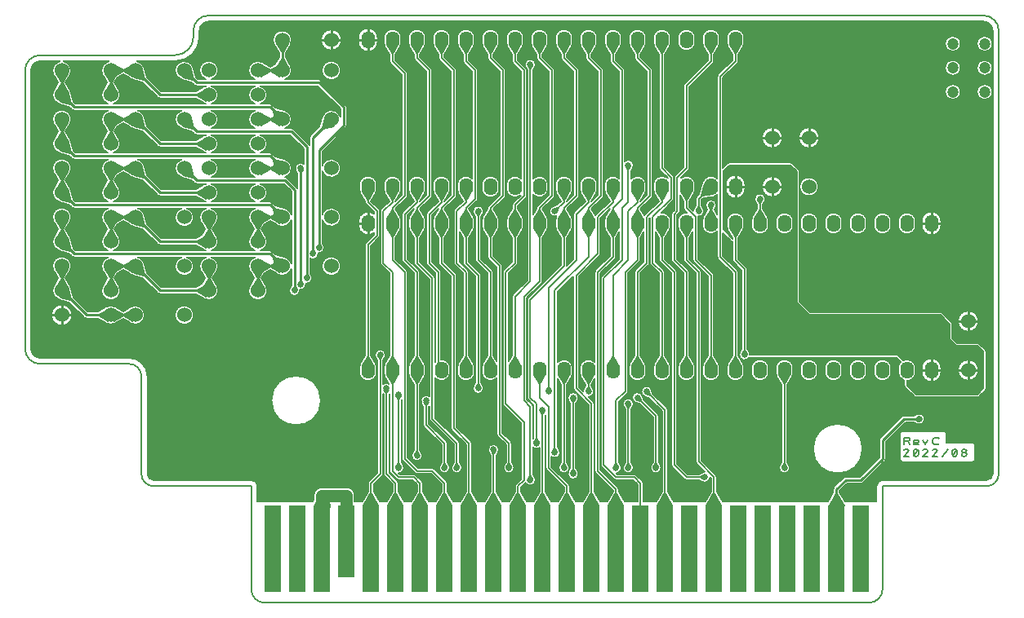
<source format=gbr>
G04 DesignSpark PCB PRO Gerber Version 10.0 Build 5299*
G04 #@! TF.Part,Single*
G04 #@! TF.FileFunction,Copper,L1,Top*
G04 #@! TF.FilePolarity,Positive*
%FSLAX35Y35*%
%MOIN*%
G04 #@! TA.AperFunction,ComponentPad*
%ADD88O,0.05512X0.07087*%
G04 #@! TA.AperFunction,SMDPad,CuDef*
%ADD87R,0.06693X0.29528*%
%ADD86R,0.06693X0.35433*%
G04 #@! TD.AperFunction*
%ADD13C,0.00500*%
%ADD12C,0.00602*%
%ADD85C,0.00709*%
%ADD83C,0.01000*%
G04 #@! TA.AperFunction,ViaPad*
%ADD17C,0.02677*%
%ADD14C,0.03200*%
G04 #@! TA.AperFunction,ComponentPad*
%ADD90C,0.04724*%
G04 #@! TA.AperFunction,ViaPad*
%ADD84C,0.04800*%
G04 #@! TD.AperFunction*
%ADD82C,0.05000*%
G04 #@! TA.AperFunction,ComponentPad*
%ADD89C,0.06000*%
G04 #@! TD.AperFunction*
X0Y0D02*
D02*
D12*
X155250Y104652D02*
Y155902D01*
X159000Y159652D01*
Y169652D01*
X155250Y173402D01*
Y179652D01*
Y110348D02*
X153124Y106666D01*
X157376D01*
X155250Y110348D01*
G36*
X155250Y110348D02*
X153124Y106666D01*
X157376D01*
X155250Y110348D01*
G37*
Y173954D02*
X157376Y177637D01*
X153124D01*
X155250Y173954D01*
G36*
X155250Y173954D02*
X157376Y177637D01*
X153124D01*
X155250Y173954D01*
G37*
X156485Y54607D02*
X153439Y49333D01*
X159530D01*
X156485Y54607D01*
G36*
X156485Y54607D02*
X153439Y49333D01*
X159530D01*
X156485Y54607D01*
G37*
X160250Y108827D02*
X159352Y110383D01*
G75*
G03*
X161148I898J519D01*
G01*
X160250Y108827D01*
G36*
X160250Y108827D02*
X159352Y110383D01*
G75*
G03*
X161148I898J519D01*
G01*
X160250Y108827D01*
G37*
Y110902D02*
Y62152D01*
X156485Y58386D01*
Y31616D01*
X162750Y95077D02*
X161852Y96633D01*
G75*
G03*
X163648I898J519D01*
G01*
X162750Y95077D01*
G36*
X162750Y95077D02*
X161852Y96633D01*
G75*
G03*
X163648I898J519D01*
G01*
X162750Y95077D01*
G37*
Y97152D02*
Y62136D01*
X166485Y58402D01*
Y31616D01*
X165250Y98954D02*
X167376Y102637D01*
X163124D01*
X165250Y98954D01*
G36*
X165250Y98954D02*
X167376Y102637D01*
X163124D01*
X165250Y98954D01*
G37*
Y104652D02*
Y63402D01*
X167750Y60902D01*
X173985D01*
X176485Y58402D01*
Y31616D01*
X165250Y104652D02*
Y144652D01*
X161500Y148402D01*
Y169652D01*
X165250Y173402D01*
Y179652D01*
Y110348D02*
X163124Y106666D01*
X167376D01*
X165250Y110348D01*
G36*
X165250Y110348D02*
X163124Y106666D01*
X167376D01*
X165250Y110348D01*
G37*
Y158954D02*
X167376Y162637D01*
X163124D01*
X165250Y158954D01*
G36*
X165250Y158954D02*
X167376Y162637D01*
X163124D01*
X165250Y158954D01*
G37*
Y164652D02*
Y149652D01*
X170250Y144652D01*
Y68402D01*
X175250Y63402D01*
X181485D01*
X186485Y58402D01*
Y31616D01*
X165250Y164652D02*
Y170902D01*
X170250Y175902D01*
Y225902D01*
X165250Y230902D01*
Y239652D01*
Y170348D02*
X163124Y166666D01*
X167376D01*
X165250Y170348D01*
G36*
X165250Y170348D02*
X163124Y166666D01*
X167376D01*
X165250Y170348D01*
G37*
Y173954D02*
X167376Y177637D01*
X163124D01*
X165250Y173954D01*
G36*
X165250Y173954D02*
X167376Y177637D01*
X163124D01*
X165250Y173954D01*
G37*
Y233954D02*
X167376Y237637D01*
X163124D01*
X165250Y233954D01*
G36*
X165250Y233954D02*
X167376Y237637D01*
X163124D01*
X165250Y233954D01*
G37*
X166485Y54607D02*
X163439Y49333D01*
X169530D01*
X166485Y54607D01*
G36*
X166485Y54607D02*
X163439Y49333D01*
X169530D01*
X166485Y54607D01*
G37*
X167750Y66726D02*
X168648Y65170D01*
G75*
G03*
X166852I-898J-519D01*
G01*
X167750Y66726D01*
G36*
X167750Y66726D02*
X168648Y65170D01*
G75*
G03*
X166852I-898J-519D01*
G01*
X167750Y66726D01*
G37*
Y92577D02*
X166852Y94133D01*
G75*
G03*
X168648I898J519D01*
G01*
X167750Y92577D01*
G36*
X167750Y92577D02*
X166852Y94133D01*
G75*
G03*
X168648I898J519D01*
G01*
X167750Y92577D01*
G37*
Y94652D02*
Y64652D01*
X175250Y71726D02*
X176148Y70170D01*
G75*
G03*
X174352I-898J-519D01*
G01*
X175250Y71726D01*
G36*
X175250Y71726D02*
X176148Y70170D01*
G75*
G03*
X174352I-898J-519D01*
G01*
X175250Y71726D01*
G37*
Y98954D02*
X177376Y102637D01*
X173124D01*
X175250Y98954D01*
G36*
X175250Y98954D02*
X177376Y102637D01*
X173124D01*
X175250Y98954D01*
G37*
Y104652D02*
Y69652D01*
Y104652D02*
Y144652D01*
X170250Y149652D01*
Y168402D01*
X175250Y173402D01*
Y179652D01*
Y110348D02*
X173124Y106666D01*
X177376D01*
X175250Y110348D01*
G36*
X175250Y110348D02*
X173124Y106666D01*
X177376D01*
X175250Y110348D01*
G37*
Y158954D02*
X177376Y162637D01*
X173124D01*
X175250Y158954D01*
G36*
X175250Y158954D02*
X177376Y162637D01*
X173124D01*
X175250Y158954D01*
G37*
Y164652D02*
Y148402D01*
X181500Y142152D01*
Y84652D01*
X191500Y74652D01*
Y64652D01*
X175250Y164652D02*
Y170902D01*
X180250Y175902D01*
Y227152D01*
X175250Y232152D01*
Y239652D01*
Y170348D02*
X173124Y166666D01*
X177376D01*
X175250Y170348D01*
G36*
X175250Y170348D02*
X173124Y166666D01*
X177376D01*
X175250Y170348D01*
G37*
Y173954D02*
X177376Y177637D01*
X173124D01*
X175250Y173954D01*
G36*
X175250Y173954D02*
X177376Y177637D01*
X173124D01*
X175250Y173954D01*
G37*
Y233954D02*
X177376Y237637D01*
X173124D01*
X175250Y233954D01*
G36*
X175250Y233954D02*
X177376Y237637D01*
X173124D01*
X175250Y233954D01*
G37*
X176485Y54607D02*
X173439Y49333D01*
X179530D01*
X176485Y54607D01*
G36*
X176485Y54607D02*
X173439Y49333D01*
X179530D01*
X176485Y54607D01*
G37*
X179000Y90077D02*
X178102Y91633D01*
G75*
G03*
X179898I898J519D01*
G01*
X179000Y90077D01*
G36*
X179000Y90077D02*
X178102Y91633D01*
G75*
G03*
X179898I898J519D01*
G01*
X179000Y90077D01*
G37*
Y92152D02*
Y82152D01*
X186500Y74652D01*
Y64652D01*
X185250Y158954D02*
X187376Y162637D01*
X183124D01*
X185250Y158954D01*
G36*
X185250Y158954D02*
X187376Y162637D01*
X183124D01*
X185250Y158954D01*
G37*
Y164652D02*
Y148402D01*
X190250Y143402D01*
Y80902D01*
X196485Y74667D01*
Y31616D01*
X185250Y164652D02*
Y170902D01*
X190250Y175902D01*
Y227152D01*
X185250Y232152D01*
Y239652D01*
Y170348D02*
X183124Y166666D01*
X187376D01*
X185250Y170348D01*
G36*
X185250Y170348D02*
X183124Y166666D01*
X187376D01*
X185250Y170348D01*
G37*
Y173954D02*
X187376Y177637D01*
X183124D01*
X185250Y173954D01*
G36*
X185250Y173954D02*
X187376Y177637D01*
X183124D01*
X185250Y173954D01*
G37*
Y179652D02*
Y173402D01*
X180250Y168402D01*
Y148402D01*
X184000Y144652D01*
Y104652D01*
X185250D01*
Y233954D02*
X187376Y237637D01*
X183124D01*
X185250Y233954D01*
G36*
X185250Y233954D02*
X187376Y237637D01*
X183124D01*
X185250Y233954D01*
G37*
X186485Y54607D02*
X183439Y49333D01*
X189530D01*
X186485Y54607D01*
G36*
X186485Y54607D02*
X183439Y49333D01*
X189530D01*
X186485Y54607D01*
G37*
X186500Y66726D02*
X187398Y65170D01*
G75*
G03*
X185602I-898J-519D01*
G01*
X186500Y66726D01*
G36*
X186500Y66726D02*
X187398Y65170D01*
G75*
G03*
X185602I-898J-519D01*
G01*
X186500Y66726D01*
G37*
X191500D02*
X192398Y65170D01*
G75*
G03*
X190602I-898J-519D01*
G01*
X191500Y66726D01*
G36*
X191500Y66726D02*
X192398Y65170D01*
G75*
G03*
X190602I-898J-519D01*
G01*
X191500Y66726D01*
G37*
X195250Y104652D02*
Y144652D01*
X191500Y148402D01*
Y169652D01*
X195250Y173402D01*
Y179652D01*
Y110348D02*
X193124Y106666D01*
X197376D01*
X195250Y110348D01*
G36*
X195250Y110348D02*
X193124Y106666D01*
X197376D01*
X195250Y110348D01*
G37*
Y158954D02*
X197376Y162637D01*
X193124D01*
X195250Y158954D01*
G36*
X195250Y158954D02*
X197376Y162637D01*
X193124D01*
X195250Y158954D01*
G37*
Y164652D02*
Y148402D01*
X200250Y143402D01*
Y97152D01*
X195250Y164652D02*
Y170902D01*
X199000Y174652D01*
Y227152D01*
X195250Y230902D01*
Y239652D01*
Y170348D02*
X193124Y166666D01*
X197376D01*
X195250Y170348D01*
G36*
X195250Y170348D02*
X193124Y166666D01*
X197376D01*
X195250Y170348D01*
G37*
Y173954D02*
X197376Y177637D01*
X193124D01*
X195250Y173954D01*
G36*
X195250Y173954D02*
X197376Y177637D01*
X193124D01*
X195250Y173954D01*
G37*
Y233954D02*
X197376Y237637D01*
X193124D01*
X195250Y233954D01*
G36*
X195250Y233954D02*
X197376Y237637D01*
X193124D01*
X195250Y233954D01*
G37*
X196485Y54607D02*
X193439Y49333D01*
X199530D01*
X196485Y54607D01*
G36*
X196485Y54607D02*
X193439Y49333D01*
X199530D01*
X196485Y54607D01*
G37*
X200250Y99226D02*
X201148Y97670D01*
G75*
G03*
X199352I-898J-519D01*
G01*
X200250Y99226D01*
G36*
X200250Y99226D02*
X201148Y97670D01*
G75*
G03*
X199352I-898J-519D01*
G01*
X200250Y99226D01*
G37*
Y167577D02*
X199352Y169133D01*
G75*
G03*
X201148I898J519D01*
G01*
X200250Y167577D01*
G36*
X200250Y167577D02*
X199352Y169133D01*
G75*
G03*
X201148I898J519D01*
G01*
X200250Y167577D01*
G37*
X205250Y104652D02*
Y144652D01*
X200250Y149652D01*
Y169652D01*
X205250Y110348D02*
X203124Y106666D01*
X207376D01*
X205250Y110348D01*
G36*
X205250Y110348D02*
X203124Y106666D01*
X207376D01*
X205250Y110348D01*
G37*
Y158954D02*
X207376Y162637D01*
X203124D01*
X205250Y158954D01*
G36*
X205250Y158954D02*
X207376Y162637D01*
X203124D01*
X205250Y158954D01*
G37*
Y164652D02*
Y150902D01*
X209000Y147152D01*
Y78402D01*
X212750Y74652D01*
Y64652D01*
X205250Y164652D02*
Y170902D01*
X210250Y175902D01*
Y227152D01*
X205250Y232152D01*
Y239652D01*
Y170348D02*
X203124Y166666D01*
X207376D01*
X205250Y170348D01*
G36*
X205250Y170348D02*
X203124Y166666D01*
X207376D01*
X205250Y170348D01*
G37*
Y233954D02*
X207376Y237637D01*
X203124D01*
X205250Y233954D01*
G36*
X205250Y233954D02*
X207376Y237637D01*
X203124D01*
X205250Y233954D01*
G37*
X206485Y31616D02*
Y72136D01*
X206500Y72152D01*
X206485Y54607D02*
X203439Y49333D01*
X209530D01*
X206485Y54607D01*
G36*
X206485Y54607D02*
X203439Y49333D01*
X209530D01*
X206485Y54607D01*
G37*
Y70077D02*
X205598Y71640D01*
G75*
G03*
X207394Y71626I902J512D01*
G01*
X206485Y70077D01*
G36*
X206485Y70077D02*
X205598Y71640D01*
G75*
G03*
X207394Y71626I902J512D01*
G01*
X206485Y70077D01*
G37*
X212750Y66726D02*
X213648Y65170D01*
G75*
G03*
X211852I-898J-519D01*
G01*
X212750Y66726D01*
G36*
X212750Y66726D02*
X213648Y65170D01*
G75*
G03*
X211852I-898J-519D01*
G01*
X212750Y66726D01*
G37*
X215250Y104652D02*
Y134652D01*
X221500Y140902D01*
Y229652D01*
X215250Y110348D02*
X213124Y106666D01*
X217376D01*
X215250Y110348D01*
G36*
X215250Y110348D02*
X213124Y106666D01*
X217376D01*
X215250Y110348D01*
G37*
Y158954D02*
X217376Y162637D01*
X213124D01*
X215250Y158954D01*
G36*
X215250Y158954D02*
X217376Y162637D01*
X213124D01*
X215250Y158954D01*
G37*
Y164652D02*
Y148402D01*
X211500Y144652D01*
Y90902D01*
X219000Y83402D01*
Y59652D01*
X216485Y57136D01*
Y31616D01*
X215250Y164652D02*
Y172152D01*
X219000Y175902D01*
Y227152D01*
X215250Y230902D01*
Y239652D01*
Y170348D02*
X213124Y166666D01*
X217376D01*
X215250Y170348D01*
G36*
X215250Y170348D02*
X213124Y166666D01*
X217376D01*
X215250Y170348D01*
G37*
Y233954D02*
X217376Y237637D01*
X213124D01*
X215250Y233954D01*
G36*
X215250Y233954D02*
X217376Y237637D01*
X213124D01*
X215250Y233954D01*
G37*
X216485Y54607D02*
X213439Y49333D01*
X219530D01*
X216485Y54607D01*
G36*
X216485Y54607D02*
X213439Y49333D01*
X219530D01*
X216485Y54607D01*
G37*
X221500Y61726D02*
X222398Y60170D01*
G75*
G03*
X220602I-898J-519D01*
G01*
X221500Y61726D01*
G36*
X221500Y61726D02*
X222398Y60170D01*
G75*
G03*
X220602I-898J-519D01*
G01*
X221500Y61726D01*
G37*
Y227577D02*
X220602Y229133D01*
G75*
G03*
X222398I898J519D01*
G01*
X221500Y227577D01*
G36*
X221500Y227577D02*
X220602Y229133D01*
G75*
G03*
X222398I898J519D01*
G01*
X221500Y227577D01*
G37*
X224000Y76726D02*
X224898Y75170D01*
G75*
G03*
X223102I-898J-519D01*
G01*
X224000Y76726D01*
G36*
X224000Y76726D02*
X224898Y75170D01*
G75*
G03*
X223102I-898J-519D01*
G01*
X224000Y76726D01*
G37*
X225250Y98954D02*
X227376Y102637D01*
X223124D01*
X225250Y98954D01*
G36*
X225250Y98954D02*
X227376Y102637D01*
X223124D01*
X225250Y98954D01*
G37*
Y104652D02*
Y93402D01*
X229000Y89652D01*
Y64636D01*
X236485Y57152D01*
Y31616D01*
X225250Y158954D02*
X227376Y162637D01*
X223124D01*
X225250Y158954D01*
G36*
X225250Y158954D02*
X227376Y162637D01*
X223124D01*
X225250Y158954D01*
G37*
Y164652D02*
Y140902D01*
X219000Y134652D01*
Y92152D01*
X221500Y89652D01*
Y59652D01*
X225250Y164652D02*
Y170902D01*
X230250Y175902D01*
Y227152D01*
X225250Y232152D01*
Y239652D01*
Y170348D02*
X223124Y166666D01*
X227376D01*
X225250Y170348D01*
G36*
X225250Y170348D02*
X223124Y166666D01*
X227376D01*
X225250Y170348D01*
G37*
Y233954D02*
X227376Y237637D01*
X223124D01*
X225250Y233954D01*
G36*
X225250Y233954D02*
X227376Y237637D01*
X223124D01*
X225250Y233954D01*
G37*
X226485Y54607D02*
X223439Y49333D01*
X229530D01*
X226485Y54607D01*
G36*
X226485Y54607D02*
X223439Y49333D01*
X229530D01*
X226485Y54607D01*
G37*
Y86327D02*
X225586Y87883D01*
G75*
G03*
X227383I898J519D01*
G01*
X226485Y86327D01*
G36*
X226485Y86327D02*
X225586Y87883D01*
G75*
G03*
X227383I898J519D01*
G01*
X226485Y86327D01*
G37*
Y88402D02*
Y31616D01*
X229000Y97976D02*
X229898Y96420D01*
G75*
G03*
X228102I-898J-519D01*
G01*
X229000Y97976D01*
G36*
X229000Y97976D02*
X229898Y96420D01*
G75*
G03*
X228102I-898J-519D01*
G01*
X229000Y97976D01*
G37*
X231500Y72976D02*
X232398Y71420D01*
G75*
G03*
X230602I-898J-519D01*
G01*
X231500Y72976D01*
G36*
X231500Y72976D02*
X232398Y71420D01*
G75*
G03*
X230602I-898J-519D01*
G01*
X231500Y72976D01*
G37*
Y169652D02*
X235250Y173402D01*
Y179652D01*
X232967Y171119D02*
X232502Y169383D01*
G75*
G03*
X231231Y170654I-1002J269D01*
G01*
X232967Y171119D01*
G36*
X232967Y171119D02*
X232502Y169383D01*
G75*
G03*
X231231Y170654I-1002J269D01*
G01*
X232967Y171119D01*
G37*
X235250Y64652D02*
Y104652D01*
Y66726D02*
X236148Y65170D01*
G75*
G03*
X234352I-898J-519D01*
G01*
X235250Y66726D01*
G36*
X235250Y66726D02*
X236148Y65170D01*
G75*
G03*
X234352I-898J-519D01*
G01*
X235250Y66726D01*
G37*
Y98954D02*
X237376Y102637D01*
X233124D01*
X235250Y98954D01*
G36*
X235250Y98954D02*
X237376Y102637D01*
X233124D01*
X235250Y98954D01*
G37*
Y158954D02*
X237376Y162637D01*
X233124D01*
X235250Y158954D01*
G36*
X235250Y158954D02*
X237376Y162637D01*
X233124D01*
X235250Y158954D01*
G37*
Y164652D02*
Y147152D01*
X221500Y133402D01*
Y93402D01*
X224000Y90902D01*
Y74652D01*
X235250Y164652D02*
Y170902D01*
X240250Y175902D01*
Y227152D01*
X235250Y232152D01*
Y239652D01*
Y170348D02*
X233124Y166666D01*
X237376D01*
X235250Y170348D01*
G36*
X235250Y170348D02*
X233124Y166666D01*
X237376D01*
X235250Y170348D01*
G37*
Y173954D02*
X237376Y177637D01*
X233124D01*
X235250Y173954D01*
G36*
X235250Y173954D02*
X237376Y177637D01*
X233124D01*
X235250Y173954D01*
G37*
Y233954D02*
X237376Y237637D01*
X233124D01*
X235250Y233954D01*
G36*
X235250Y233954D02*
X237376Y237637D01*
X233124D01*
X235250Y233954D01*
G37*
X236485Y54607D02*
X233439Y49333D01*
X239530D01*
X236485Y54607D01*
G36*
X236485Y54607D02*
X233439Y49333D01*
X239530D01*
X236485Y54607D01*
G37*
X239000Y62152D02*
Y93402D01*
Y64226D02*
X239898Y62670D01*
G75*
G03*
X238102I-898J-519D01*
G01*
X239000Y64226D01*
G36*
X239000Y64226D02*
X239898Y62670D01*
G75*
G03*
X238102I-898J-519D01*
G01*
X239000Y64226D01*
G37*
Y91327D02*
X238102Y92883D01*
G75*
G03*
X239898I898J519D01*
G01*
X239000Y91327D01*
G36*
X239000Y91327D02*
X238102Y92883D01*
G75*
G03*
X239898I898J519D01*
G01*
X239000Y91327D01*
G37*
X245250Y95902D02*
Y104652D01*
Y97976D02*
X246148Y96420D01*
G75*
G03*
X244352I-898J-519D01*
G01*
X245250Y97976D01*
G36*
X245250Y97976D02*
X246148Y96420D01*
G75*
G03*
X244352I-898J-519D01*
G01*
X245250Y97976D01*
G37*
Y98954D02*
X247376Y102637D01*
X243124D01*
X245250Y98954D01*
G36*
X245250Y98954D02*
X247376Y102637D01*
X243124D01*
X245250Y98954D01*
G37*
Y158954D02*
X247376Y162637D01*
X243124D01*
X245250Y158954D01*
G36*
X245250Y158954D02*
X247376Y162637D01*
X243124D01*
X245250Y158954D01*
G37*
Y164652D02*
Y150902D01*
X231500Y137152D01*
Y70902D01*
X245250Y164652D02*
Y170902D01*
X250250Y175902D01*
Y227152D01*
X245250Y232152D01*
Y239652D01*
Y170348D02*
X243124Y166666D01*
X247376D01*
X245250Y170348D01*
G36*
X245250Y170348D02*
X243124Y166666D01*
X247376D01*
X245250Y170348D01*
G37*
Y173954D02*
X247376Y177637D01*
X243124D01*
X245250Y173954D01*
G36*
X245250Y173954D02*
X247376Y177637D01*
X243124D01*
X245250Y173954D01*
G37*
Y179652D02*
Y173402D01*
X240250Y168402D01*
Y149652D01*
X229000Y138402D01*
Y95902D01*
X245250Y233954D02*
X247376Y237637D01*
X243124D01*
X245250Y233954D01*
G36*
X245250Y233954D02*
X247376Y237637D01*
X243124D01*
X245250Y233954D01*
G37*
X246485Y31616D02*
Y90917D01*
X240250Y97152D01*
Y143402D01*
X249000Y152152D01*
Y167152D01*
X255250Y173402D01*
Y179652D01*
X246485Y54607D02*
X243439Y49333D01*
X249530D01*
X246485Y54607D01*
G36*
X246485Y54607D02*
X243439Y49333D01*
X249530D01*
X246485Y54607D01*
G37*
X255250Y104652D02*
Y143402D01*
X261500Y149652D01*
Y169652D01*
X265250Y173402D01*
Y179652D01*
X255250Y110348D02*
X253124Y106666D01*
X257376D01*
X255250Y110348D01*
G36*
X255250Y110348D02*
X253124Y106666D01*
X257376D01*
X255250Y110348D01*
G37*
Y158954D02*
X257376Y162637D01*
X253124D01*
X255250Y158954D01*
G36*
X255250Y158954D02*
X257376Y162637D01*
X253124D01*
X255250Y158954D01*
G37*
Y164652D02*
Y170902D01*
X259000Y174652D01*
Y227152D01*
X255250Y230902D01*
Y239652D01*
Y170348D02*
X253124Y166666D01*
X257376D01*
X255250Y170348D01*
G36*
X255250Y170348D02*
X253124Y166666D01*
X257376D01*
X255250Y170348D01*
G37*
Y173954D02*
X257376Y177637D01*
X253124D01*
X255250Y173954D01*
G36*
X255250Y173954D02*
X257376Y177637D01*
X253124D01*
X255250Y173954D01*
G37*
Y233954D02*
X257376Y237637D01*
X253124D01*
X255250Y233954D01*
G36*
X255250Y233954D02*
X257376Y237637D01*
X253124D01*
X255250Y233954D01*
G37*
X256485Y31616D02*
Y55902D01*
X249000Y63386D01*
Y144652D01*
X255250Y150902D01*
Y164652D01*
X256485Y54607D02*
X253439Y49333D01*
X259530D01*
X256485Y54607D01*
G36*
X256485Y54607D02*
X253439Y49333D01*
X259530D01*
X256485Y54607D01*
G37*
X256500Y64652D02*
Y92152D01*
X260250Y95902D01*
Y144652D01*
X265250Y149652D01*
Y164652D01*
X256500Y66726D02*
X257398Y65170D01*
G75*
G03*
X255602I-898J-519D01*
G01*
X256500Y66726D01*
G36*
X256500Y66726D02*
X257398Y65170D01*
G75*
G03*
X255602I-898J-519D01*
G01*
X256500Y66726D01*
G37*
X261500D02*
X262398Y65170D01*
G75*
G03*
X260602I-898J-519D01*
G01*
X261500Y66726D01*
G36*
X261500Y66726D02*
X262398Y65170D01*
G75*
G03*
X260602I-898J-519D01*
G01*
X261500Y66726D01*
G37*
Y88827D02*
X260602Y90383D01*
G75*
G03*
X262398I898J519D01*
G01*
X261500Y88827D01*
G36*
X261500Y88827D02*
X260602Y90383D01*
G75*
G03*
X262398I898J519D01*
G01*
X261500Y88827D01*
G37*
Y90902D02*
Y64652D01*
Y186327D02*
X260602Y187883D01*
G75*
G03*
X262398I898J519D01*
G01*
X261500Y186327D01*
G36*
X261500Y186327D02*
X260602Y187883D01*
G75*
G03*
X262398I898J519D01*
G01*
X261500Y186327D01*
G37*
Y188402D02*
Y173402D01*
X259000Y170902D01*
Y149652D01*
X251500Y142152D01*
Y65902D01*
X256500Y60902D01*
X264000D01*
X266500Y58402D01*
Y31631D01*
X266485Y31616D01*
X265250Y104652D02*
Y144652D01*
X269000Y148402D01*
Y167152D01*
X275250Y173402D01*
Y179652D01*
X265250Y110348D02*
X263124Y106666D01*
X267376D01*
X265250Y110348D01*
G36*
X265250Y110348D02*
X263124Y106666D01*
X267376D01*
X265250Y110348D01*
G37*
Y158954D02*
X267376Y162637D01*
X263124D01*
X265250Y158954D01*
G36*
X265250Y158954D02*
X267376Y162637D01*
X263124D01*
X265250Y158954D01*
G37*
Y164652D02*
Y170902D01*
X270250Y175902D01*
Y227152D01*
X265250Y232152D01*
Y239652D01*
Y170348D02*
X263124Y166666D01*
X267376D01*
X265250Y170348D01*
G36*
X265250Y170348D02*
X263124Y166666D01*
X267376D01*
X265250Y170348D01*
G37*
Y173954D02*
X267376Y177637D01*
X263124D01*
X265250Y173954D01*
G36*
X265250Y173954D02*
X267376Y177637D01*
X263124D01*
X265250Y173954D01*
G37*
Y233954D02*
X267376Y237637D01*
X263124D01*
X265250Y233954D01*
G36*
X265250Y233954D02*
X267376Y237637D01*
X263124D01*
X265250Y233954D01*
G37*
X266717Y91935D02*
X264981Y92400D01*
G75*
G03*
X266252Y93670I269J1002D01*
G01*
X266717Y91935D01*
G36*
X266717Y91935D02*
X264981Y92400D01*
G75*
G03*
X266252Y93670I269J1002D01*
G01*
X266717Y91935D01*
G37*
X270467Y94435D02*
X268731Y94900D01*
G75*
G03*
X270002Y96170I269J1002D01*
G01*
X270467Y94435D01*
G36*
X270467Y94435D02*
X268731Y94900D01*
G75*
G03*
X270002Y96170I269J1002D01*
G01*
X270467Y94435D01*
G37*
X272750Y64652D02*
Y85902D01*
X265250Y93402D01*
X272750Y66726D02*
X273648Y65170D01*
G75*
G03*
X271852I-898J-519D01*
G01*
X272750Y66726D01*
G36*
X272750Y66726D02*
X273648Y65170D01*
G75*
G03*
X271852I-898J-519D01*
G01*
X272750Y66726D01*
G37*
X275250Y110348D02*
X273124Y106666D01*
X277376D01*
X275250Y110348D01*
G36*
X275250Y110348D02*
X273124Y106666D01*
X277376D01*
X275250Y110348D01*
G37*
Y158954D02*
X277376Y162637D01*
X273124D01*
X275250Y158954D01*
G36*
X275250Y158954D02*
X277376Y162637D01*
X273124D01*
X275250Y158954D01*
G37*
Y164652D02*
Y149652D01*
X280250Y144652D01*
Y65902D01*
X285250Y60902D01*
X292750D01*
X275250Y173954D02*
X277376Y177637D01*
X273124D01*
X275250Y173954D01*
G36*
X275250Y173954D02*
X277376Y177637D01*
X273124D01*
X275250Y173954D01*
G37*
Y233954D02*
X277376Y237637D01*
X273124D01*
X275250Y233954D01*
G36*
X275250Y233954D02*
X277376Y237637D01*
X273124D01*
X275250Y233954D01*
G37*
Y239652D02*
Y187152D01*
X279000Y183402D01*
Y174652D01*
X271500Y167152D01*
Y148402D01*
X275250Y144652D01*
Y104652D01*
X276485Y31616D02*
Y88417D01*
X269000Y95902D01*
X276485Y54607D02*
X273439Y49333D01*
X279530D01*
X276485Y54607D01*
G36*
X276485Y54607D02*
X273439Y49333D01*
X279530D01*
X276485Y54607D01*
G37*
X285250Y110348D02*
X283124Y106666D01*
X287376D01*
X285250Y110348D01*
G36*
X285250Y110348D02*
X283124Y106666D01*
X287376D01*
X285250Y110348D01*
G37*
Y158954D02*
X287376Y162637D01*
X283124D01*
X285250Y158954D01*
G36*
X285250Y158954D02*
X287376Y162637D01*
X283124D01*
X285250Y158954D01*
G37*
Y164652D02*
Y149652D01*
X290250Y144652D01*
Y67152D01*
X296485Y60917D01*
Y31616D01*
X285250Y173954D02*
X287376Y177637D01*
X283124D01*
X285250Y173954D01*
G36*
X285250Y173954D02*
X287376Y177637D01*
X283124D01*
X285250Y173954D01*
G37*
X290250Y169652D02*
Y174652D01*
X295250Y179652D01*
X290250Y171726D02*
X291148Y170170D01*
G75*
G03*
X289352I-898J-519D01*
G01*
X290250Y171726D01*
G36*
X290250Y171726D02*
X291148Y170170D01*
G75*
G03*
X289352I-898J-519D01*
G01*
X290250Y171726D01*
G37*
X290675Y60902D02*
X292231Y61800D01*
G75*
G03*
Y60003I519J-898D01*
G01*
X290675Y60902D01*
G36*
X290675Y60902D02*
X292231Y61800D01*
G75*
G03*
Y60003I519J-898D01*
G01*
X290675Y60902D01*
G37*
X291491Y175892D02*
X295885Y176493D01*
X292879Y181074D01*
X291491Y175892D01*
G36*
X291491Y175892D02*
X295885Y176493D01*
X292879Y181074D01*
X291491Y175892D01*
G37*
X295250Y104652D02*
Y143402D01*
X289000Y149652D01*
Y167152D01*
X285250Y170902D01*
Y179652D01*
X295250Y110348D02*
X293124Y106666D01*
X297376D01*
X295250Y110348D01*
G36*
X295250Y110348D02*
X293124Y106666D01*
X297376D01*
X295250Y110348D01*
G37*
Y164652D02*
Y172152D01*
Y170077D02*
X294352Y171633D01*
G75*
G03*
X296148I898J519D01*
G01*
X295250Y170077D01*
G36*
X295250Y170077D02*
X294352Y171633D01*
G75*
G03*
X296148I898J519D01*
G01*
X295250Y170077D01*
G37*
Y170348D02*
X293124Y166666D01*
X297376D01*
X295250Y170348D01*
G36*
X295250Y170348D02*
X293124Y166666D01*
X297376D01*
X295250Y170348D01*
G37*
Y233954D02*
X297376Y237637D01*
X293124D01*
X295250Y233954D01*
G36*
X295250Y233954D02*
X297376Y237637D01*
X293124D01*
X295250Y233954D01*
G37*
Y239652D02*
Y230902D01*
X285250Y220902D01*
Y187152D01*
X281500Y183402D01*
Y169652D01*
X280250Y168402D01*
Y149652D01*
X285250Y144652D01*
Y104652D01*
X296485Y54607D02*
X293439Y49333D01*
X299530D01*
X296485Y54607D01*
G36*
X296485Y54607D02*
X293439Y49333D01*
X299530D01*
X296485Y54607D01*
G37*
X305250Y104652D02*
Y144652D01*
X299000Y150902D01*
Y224652D01*
X305250Y230902D01*
Y239652D01*
Y110348D02*
X303124Y106666D01*
X307376D01*
X305250Y110348D01*
G36*
X305250Y110348D02*
X303124Y106666D01*
X307376D01*
X305250Y110348D01*
G37*
Y158954D02*
X307376Y162637D01*
X303124D01*
X305250Y158954D01*
G36*
X305250Y158954D02*
X307376Y162637D01*
X303124D01*
X305250Y158954D01*
G37*
Y233954D02*
X307376Y237637D01*
X303124D01*
X305250Y233954D01*
G36*
X305250Y233954D02*
X307376Y237637D01*
X303124D01*
X305250Y233954D01*
G37*
X309000Y110902D02*
Y145902D01*
X305250Y149652D01*
Y164652D01*
X309000Y112976D02*
X309898Y111420D01*
G75*
G03*
X308102I-898J-519D01*
G01*
X309000Y112976D01*
G36*
X309000Y112976D02*
X309898Y111420D01*
G75*
G03*
X308102I-898J-519D01*
G01*
X309000Y112976D01*
G37*
X315250Y170348D02*
X313124Y166666D01*
X317376D01*
X315250Y170348D01*
G36*
X315250Y170348D02*
X313124Y166666D01*
X317376D01*
X315250Y170348D01*
G37*
Y172577D02*
X314352Y174133D01*
G75*
G03*
X316148I898J519D01*
G01*
X315250Y172577D01*
G36*
X315250Y172577D02*
X314352Y174133D01*
G75*
G03*
X316148I898J519D01*
G01*
X315250Y172577D01*
G37*
Y174652D02*
Y164652D01*
X325250Y66726D02*
X326148Y65170D01*
G75*
G03*
X324352I-898J-519D01*
G01*
X325250Y66726D01*
G36*
X325250Y66726D02*
X326148Y65170D01*
G75*
G03*
X324352I-898J-519D01*
G01*
X325250Y66726D01*
G37*
Y98954D02*
X327376Y102637D01*
X323124D01*
X325250Y98954D01*
G36*
X325250Y98954D02*
X327376Y102637D01*
X323124D01*
X325250Y98954D01*
G37*
Y104652D02*
Y64652D01*
D02*
D13*
X17719Y227152D02*
Y113457D01*
G75*
G03*
X21500Y109675I3781J0D01*
G01*
X57750D01*
G75*
G02*
X65219Y102207I0J-7469D01*
G01*
Y62207D01*
G75*
G03*
X67750Y59675I2531J0D01*
G01*
X107666D01*
G75*
G02*
X110134Y57207I0J-2469D01*
G01*
Y50902D01*
X132676D01*
G75*
G02*
X132735Y51009I2962J-1574D01*
G01*
X133132Y51697D01*
Y53402D01*
G75*
G02*
X136485Y56754I3352J0D01*
G01*
X146500D01*
G75*
G02*
X149853Y53402I0J-3352D01*
G01*
Y50902D01*
X153013D01*
X155331Y54916D01*
Y58386D01*
G75*
G02*
X155670Y59203I1154J0D01*
G01*
X159096Y62630D01*
Y108517D01*
X158352Y109806D01*
G75*
G02*
X158342Y109825I1034J594D01*
G01*
G75*
G02*
X158059Y110902I1909J1077D01*
G01*
G75*
G02*
X162441I2191J0D01*
G01*
G75*
G02*
X162158Y109825I-2191J0D01*
G01*
G75*
G02*
X162148Y109806I-1044J575D01*
G01*
X161404Y108517D01*
Y98880D01*
G75*
G02*
X163873Y99033I1346J-1728D01*
G01*
X162125Y102060D01*
G75*
G02*
X162119Y102072I973J559D01*
G01*
G75*
G02*
X161642Y103864I3132J1793D01*
G01*
Y105439D01*
G75*
G02*
X162141Y107270I3608J0D01*
G01*
X164096Y110657D01*
Y144174D01*
X160686Y147585D01*
G75*
G02*
X160346Y148402I814J817D01*
G01*
Y169652D01*
G75*
G02*
X160686Y170469I1154J0D01*
G01*
X164011Y173794D01*
X162125Y177060D01*
G75*
G02*
X162119Y177072I973J559D01*
G01*
G75*
G02*
X161642Y178864I3132J1793D01*
G01*
Y180439D01*
G75*
G02*
X168858I3608J0D01*
G01*
Y178864D01*
G75*
G02*
X168381Y177072I-3609J0D01*
G01*
G75*
G02*
X168375Y177060I-1144J641D01*
G01*
X166459Y173743D01*
X169096Y176380D01*
Y225424D01*
X164436Y230085D01*
G75*
G02*
X164096Y230902I814J817D01*
G01*
Y233646D01*
X162125Y237060D01*
G75*
G02*
X162119Y237072I973J559D01*
G01*
G75*
G02*
X161642Y238864I3132J1793D01*
G01*
Y240439D01*
G75*
G02*
X168858I3608J0D01*
G01*
Y238864D01*
G75*
G02*
X168381Y237072I-3609J0D01*
G01*
G75*
G02*
X168375Y237060I-1144J641D01*
G01*
X166404Y233646D01*
Y231380D01*
X171064Y226719D01*
G75*
G02*
X171404Y225902I-814J-817D01*
G01*
Y175902D01*
G75*
G02*
X171064Y175085I-1154J0D01*
G01*
X166489Y170509D01*
X168359Y167270D01*
G75*
G02*
X168858Y165439I-3108J-1832D01*
G01*
Y163864D01*
G75*
G02*
X168381Y162072I-3609J0D01*
G01*
G75*
G02*
X168375Y162060I-1144J641D01*
G01*
X166404Y158646D01*
Y150130D01*
X171064Y145469D01*
G75*
G02*
X171404Y144652I-814J-817D01*
G01*
Y68880D01*
X175728Y64555D01*
X181485D01*
G75*
G02*
X182302Y64216I0J-1154D01*
G01*
X187299Y59219D01*
G75*
G02*
X187638Y58402I-814J-817D01*
G01*
Y54916D01*
X189956Y50902D01*
X193013D01*
X195331Y54916D01*
Y74189D01*
X189436Y80085D01*
G75*
G02*
X189096Y80902I814J817D01*
G01*
Y142924D01*
X184436Y147585D01*
G75*
G02*
X184096Y148402I814J817D01*
G01*
Y158646D01*
X182125Y162060D01*
G75*
G02*
X182119Y162072I973J559D01*
G01*
G75*
G02*
X181642Y163864I3132J1793D01*
G01*
Y165439D01*
G75*
G02*
X182141Y167270I3608J0D01*
G01*
X184041Y170561D01*
X181404Y167924D01*
Y148880D01*
X184814Y145469D01*
G75*
G02*
X185154Y144652I-814J-817D01*
G01*
Y109046D01*
G75*
G02*
X188859Y105439I97J-3607D01*
G01*
Y103864D01*
G75*
G02*
X182654Y101359I-3608J0D01*
G01*
Y85130D01*
X192314Y75469D01*
G75*
G02*
X192654Y74652I-814J-817D01*
G01*
Y67036D01*
X193398Y65747D01*
G75*
G02*
X193408Y65728I-1034J-594D01*
G01*
G75*
G02*
X193691Y64652I-1909J-1077D01*
G01*
G75*
G02*
X189309I-2191J0D01*
G01*
G75*
G02*
X189592Y65728I2191J0D01*
G01*
G75*
G02*
X189602Y65747I1044J-575D01*
G01*
X190346Y67036D01*
Y74174D01*
X180686Y83835D01*
G75*
G02*
X180346Y84652I814J817D01*
G01*
Y90102D01*
X180154Y89767D01*
Y82630D01*
X187314Y75469D01*
G75*
G02*
X187654Y74652I-814J-817D01*
G01*
Y67036D01*
X188398Y65747D01*
G75*
G02*
X188408Y65728I-1034J-594D01*
G01*
G75*
G02*
X188691Y64652I-1909J-1077D01*
G01*
G75*
G02*
X184309I-2191J0D01*
G01*
G75*
G02*
X184592Y65728I2191J0D01*
G01*
G75*
G02*
X184602Y65747I1044J-575D01*
G01*
X185346Y67036D01*
Y74174D01*
X178186Y81335D01*
G75*
G02*
X177846Y82152I814J817D01*
G01*
Y89767D01*
X177102Y91056D01*
G75*
G02*
X177092Y91075I1034J594D01*
G01*
G75*
G02*
X180346Y93880I1908J1076D01*
G01*
Y141674D01*
X174436Y147585D01*
G75*
G02*
X174096Y148402I814J817D01*
G01*
Y158646D01*
X172125Y162060D01*
G75*
G02*
X172119Y162072I973J559D01*
G01*
G75*
G02*
X171642Y163864I3132J1793D01*
G01*
Y165439D01*
G75*
G02*
X172141Y167270I3608J0D01*
G01*
X174041Y170561D01*
X171404Y167924D01*
Y150130D01*
X176064Y145469D01*
G75*
G02*
X176404Y144652I-814J-817D01*
G01*
Y110657D01*
X178359Y107270D01*
G75*
G02*
X178858Y105439I-3108J-1832D01*
G01*
Y103864D01*
G75*
G02*
X178381Y102072I-3609J0D01*
G01*
G75*
G02*
X178375Y102060I-1144J641D01*
G01*
X176404Y98646D01*
Y72036D01*
X177148Y70747D01*
G75*
G02*
X177158Y70728I-1034J-594D01*
G01*
G75*
G02*
X177441Y69652I-1909J-1077D01*
G01*
G75*
G02*
X173059I-2191J0D01*
G01*
G75*
G02*
X173342Y70728I2191J0D01*
G01*
G75*
G02*
X173352Y70747I1044J-575D01*
G01*
X174096Y72036D01*
Y98646D01*
X172125Y102060D01*
G75*
G02*
X172119Y102072I973J559D01*
G01*
G75*
G02*
X171642Y103864I3132J1793D01*
G01*
Y105439D01*
G75*
G02*
X172141Y107270I3608J0D01*
G01*
X174096Y110657D01*
Y144174D01*
X169436Y148835D01*
G75*
G02*
X169096Y149652I814J817D01*
G01*
Y168402D01*
G75*
G02*
X169436Y169219I1154J0D01*
G01*
X174011Y173794D01*
X172125Y177060D01*
G75*
G02*
X172119Y177072I973J559D01*
G01*
G75*
G02*
X171642Y178864I3132J1793D01*
G01*
Y180439D01*
G75*
G02*
X178858I3608J0D01*
G01*
Y178864D01*
G75*
G02*
X178381Y177072I-3609J0D01*
G01*
G75*
G02*
X178375Y177060I-1144J641D01*
G01*
X176459Y173743D01*
X179096Y176380D01*
Y226674D01*
X174436Y231335D01*
G75*
G02*
X174096Y232152I814J817D01*
G01*
Y233646D01*
X172125Y237060D01*
G75*
G02*
X172119Y237072I973J559D01*
G01*
G75*
G02*
X171642Y238864I3132J1793D01*
G01*
Y240439D01*
G75*
G02*
X178858I3608J0D01*
G01*
Y238864D01*
G75*
G02*
X178381Y237072I-3609J0D01*
G01*
G75*
G02*
X178375Y237060I-1144J641D01*
G01*
X176404Y233646D01*
Y232630D01*
X181064Y227969D01*
G75*
G02*
X181404Y227152I-814J-817D01*
G01*
Y175902D01*
G75*
G02*
X181064Y175085I-1154J0D01*
G01*
X176489Y170509D01*
X178359Y167270D01*
G75*
G02*
X178858Y165439I-3108J-1832D01*
G01*
Y163864D01*
G75*
G02*
X178381Y162072I-3609J0D01*
G01*
G75*
G02*
X178375Y162060I-1144J641D01*
G01*
X176404Y158646D01*
Y148880D01*
X182314Y142969D01*
G75*
G02*
X182654Y142152I-814J-817D01*
G01*
Y107944D01*
G75*
G02*
X182846Y108130I2599J-2506D01*
G01*
Y144174D01*
X179436Y147585D01*
G75*
G02*
X179096Y148402I814J817D01*
G01*
Y168402D01*
G75*
G02*
X179436Y169219I1154J0D01*
G01*
X184011Y173794D01*
X182125Y177060D01*
G75*
G02*
X182119Y177072I973J559D01*
G01*
G75*
G02*
X181642Y178864I3132J1793D01*
G01*
Y180439D01*
G75*
G02*
X188858I3608J0D01*
G01*
Y178864D01*
G75*
G02*
X188381Y177072I-3609J0D01*
G01*
G75*
G02*
X188375Y177060I-1144J641D01*
G01*
X186459Y173743D01*
X189096Y176380D01*
Y226674D01*
X184436Y231335D01*
G75*
G02*
X184096Y232152I814J817D01*
G01*
Y233646D01*
X182125Y237060D01*
G75*
G02*
X182119Y237072I973J559D01*
G01*
G75*
G02*
X181642Y238864I3132J1793D01*
G01*
Y240439D01*
G75*
G02*
X188858I3608J0D01*
G01*
Y238864D01*
G75*
G02*
X188381Y237072I-3609J0D01*
G01*
G75*
G02*
X188375Y237060I-1144J641D01*
G01*
X186404Y233646D01*
Y232630D01*
X191064Y227969D01*
G75*
G02*
X191404Y227152I-814J-817D01*
G01*
Y175902D01*
G75*
G02*
X191064Y175085I-1154J0D01*
G01*
X186489Y170509D01*
X188359Y167270D01*
G75*
G02*
X188858Y165439I-3108J-1832D01*
G01*
Y163864D01*
G75*
G02*
X188381Y162072I-3609J0D01*
G01*
G75*
G02*
X188375Y162060I-1144J641D01*
G01*
X186404Y158646D01*
Y148880D01*
X191064Y144219D01*
G75*
G02*
X191404Y143402I-814J-817D01*
G01*
Y81380D01*
X197299Y75484D01*
G75*
G02*
X197638Y74667I-814J-817D01*
G01*
Y54916D01*
X199956Y50902D01*
X203013D01*
X205331Y54916D01*
Y69772D01*
X204606Y71051D01*
G75*
G02*
X204309Y72152I1894J1100D01*
G01*
G75*
G02*
X208691I2191J0D01*
G01*
G75*
G02*
X208400Y71060I-2191J0D01*
G01*
G75*
G02*
X208389Y71042I-993J562D01*
G01*
X207638Y69763D01*
Y54916D01*
X209956Y50902D01*
X213013D01*
X215331Y54916D01*
Y57136D01*
G75*
G02*
X215670Y57953I1154J0D01*
G01*
X217846Y60130D01*
Y82924D01*
X210686Y90085D01*
G75*
G02*
X210346Y90902I814J817D01*
G01*
Y144652D01*
G75*
G02*
X210686Y145469I1154J0D01*
G01*
X214096Y148880D01*
Y158646D01*
X212125Y162060D01*
G75*
G02*
X212119Y162072I973J559D01*
G01*
G75*
G02*
X211642Y163864I3132J1793D01*
G01*
Y165439D01*
G75*
G02*
X212141Y167270I3608J0D01*
G01*
X214096Y170657D01*
Y172152D01*
G75*
G02*
X214436Y172969I1154J0D01*
G01*
X217554Y176087D01*
G75*
G02*
X211642Y178864I-2304J2777D01*
G01*
Y180439D01*
G75*
G02*
X217846Y182945I3608J0D01*
G01*
Y226674D01*
X214436Y230085D01*
G75*
G02*
X214096Y230902I814J817D01*
G01*
Y233646D01*
X212125Y237060D01*
G75*
G02*
X212119Y237072I973J559D01*
G01*
G75*
G02*
X211642Y238864I3132J1793D01*
G01*
Y240439D01*
G75*
G02*
X218858I3608J0D01*
G01*
Y238864D01*
G75*
G02*
X218381Y237072I-3609J0D01*
G01*
G75*
G02*
X218375Y237060I-1144J641D01*
G01*
X216404Y233646D01*
Y231380D01*
X219814Y227969D01*
G75*
G02*
X220154Y227152I-814J-817D01*
G01*
Y175902D01*
G75*
G02*
X219814Y175085I-1154J0D01*
G01*
X216404Y171674D01*
Y170657D01*
X218359Y167270D01*
G75*
G02*
X218858Y165439I-3108J-1832D01*
G01*
Y163864D01*
G75*
G02*
X218381Y162072I-3609J0D01*
G01*
G75*
G02*
X218375Y162060I-1144J641D01*
G01*
X216404Y158646D01*
Y148402D01*
G75*
G02*
X216064Y147585I-1154J0D01*
G01*
X212654Y144174D01*
Y108158D01*
X214096Y110657D01*
Y134652D01*
G75*
G02*
X214436Y135469I1154J0D01*
G01*
X220346Y141380D01*
Y227267D01*
X219602Y228556D01*
G75*
G02*
X219592Y228575I1034J594D01*
G01*
G75*
G02*
X219309Y229652I1909J1077D01*
G01*
G75*
G02*
X223691I2191J0D01*
G01*
G75*
G02*
X223408Y228575I-2191J0D01*
G01*
G75*
G02*
X223398Y228556I-1044J575D01*
G01*
X222654Y227267D01*
Y182944D01*
G75*
G02*
X228859Y180439I2597J-2505D01*
G01*
Y178864D01*
G75*
G02*
X222654Y176359I-3608J0D01*
G01*
Y168158D01*
X224096Y170657D01*
Y170902D01*
G75*
G02*
X224436Y171719I1154J0D01*
G01*
X229096Y176380D01*
Y226674D01*
X224436Y231335D01*
G75*
G02*
X224096Y232152I814J817D01*
G01*
Y233646D01*
X222125Y237060D01*
G75*
G02*
X222119Y237072I973J559D01*
G01*
G75*
G02*
X221642Y238864I3132J1793D01*
G01*
Y240439D01*
G75*
G02*
X228858I3608J0D01*
G01*
Y238864D01*
G75*
G02*
X228381Y237072I-3609J0D01*
G01*
G75*
G02*
X228375Y237060I-1144J641D01*
G01*
X226404Y233646D01*
Y232630D01*
X231064Y227969D01*
G75*
G02*
X231404Y227152I-814J-817D01*
G01*
Y175902D01*
G75*
G02*
X231064Y175085I-1154J0D01*
G01*
X226489Y170509D01*
X228359Y167270D01*
G75*
G02*
X228858Y165439I-3108J-1832D01*
G01*
Y163864D01*
G75*
G02*
X228381Y162072I-3609J0D01*
G01*
G75*
G02*
X228375Y162060I-1144J641D01*
G01*
X226404Y158646D01*
Y140902D01*
G75*
G02*
X226064Y140085I-1154J0D01*
G01*
X220154Y134174D01*
Y92630D01*
X222314Y90469D01*
G75*
G02*
X222654Y89652I-814J-817D01*
G01*
Y76702D01*
X222846Y77036D01*
Y90424D01*
X220686Y92585D01*
G75*
G02*
X220346Y93402I814J817D01*
G01*
Y133402D01*
G75*
G02*
X220686Y134219I1154J0D01*
G01*
X234096Y147630D01*
Y158646D01*
X232125Y162060D01*
G75*
G02*
X232119Y162072I973J559D01*
G01*
G75*
G02*
X231642Y163864I3132J1793D01*
G01*
Y165439D01*
G75*
G02*
X232141Y167270I3608J0D01*
G01*
X232350Y167632D01*
G75*
G02*
X229309Y169652I-850J2019D01*
G01*
G75*
G02*
X230960Y171775I2191J0D01*
G01*
X232370Y172153D01*
X234011Y173794D01*
X232125Y177060D01*
G75*
G02*
X232119Y177072I973J559D01*
G01*
G75*
G02*
X231642Y178864I3132J1793D01*
G01*
Y180439D01*
G75*
G02*
X238858I3608J0D01*
G01*
Y178864D01*
G75*
G02*
X238381Y177072I-3609J0D01*
G01*
G75*
G02*
X238375Y177060I-1144J641D01*
G01*
X236459Y173743D01*
X239096Y176380D01*
Y226674D01*
X234436Y231335D01*
G75*
G02*
X234096Y232152I814J817D01*
G01*
Y233646D01*
X232125Y237060D01*
G75*
G02*
X232119Y237072I973J559D01*
G01*
G75*
G02*
X231642Y238864I3132J1793D01*
G01*
Y240439D01*
G75*
G02*
X238858I3608J0D01*
G01*
Y238864D01*
G75*
G02*
X238381Y237072I-3609J0D01*
G01*
G75*
G02*
X238375Y237060I-1144J641D01*
G01*
X236404Y233646D01*
Y232630D01*
X241064Y227969D01*
G75*
G02*
X241404Y227152I-814J-817D01*
G01*
Y175902D01*
G75*
G02*
X241064Y175085I-1154J0D01*
G01*
X236489Y170509D01*
X238359Y167270D01*
G75*
G02*
X238858Y165439I-3108J-1832D01*
G01*
Y163864D01*
G75*
G02*
X238381Y162072I-3609J0D01*
G01*
G75*
G02*
X238375Y162060I-1144J641D01*
G01*
X236404Y158646D01*
Y147437D01*
X239096Y150130D01*
Y168402D01*
G75*
G02*
X239436Y169219I1154J0D01*
G01*
X244011Y173794D01*
X242125Y177060D01*
G75*
G02*
X242119Y177072I973J559D01*
G01*
G75*
G02*
X241642Y178864I3132J1793D01*
G01*
Y180439D01*
G75*
G02*
X248858I3608J0D01*
G01*
Y178864D01*
G75*
G02*
X248381Y177072I-3609J0D01*
G01*
G75*
G02*
X248375Y177060I-1144J641D01*
G01*
X246459Y173743D01*
X249096Y176380D01*
Y226674D01*
X244436Y231335D01*
G75*
G02*
X244096Y232152I814J817D01*
G01*
Y233646D01*
X242125Y237060D01*
G75*
G02*
X242119Y237072I973J559D01*
G01*
G75*
G02*
X241642Y238864I3132J1793D01*
G01*
Y240439D01*
G75*
G02*
X248858I3608J0D01*
G01*
Y238864D01*
G75*
G02*
X248381Y237072I-3609J0D01*
G01*
G75*
G02*
X248375Y237060I-1144J641D01*
G01*
X246404Y233646D01*
Y232630D01*
X251064Y227969D01*
G75*
G02*
X251404Y227152I-814J-817D01*
G01*
Y175902D01*
G75*
G02*
X251064Y175085I-1154J0D01*
G01*
X246489Y170509D01*
X248050Y167806D01*
G75*
G02*
X248186Y167969I950J-656D01*
G01*
X254011Y173794D01*
X252125Y177060D01*
G75*
G02*
X252119Y177072I973J559D01*
G01*
G75*
G02*
X251642Y178864I3132J1793D01*
G01*
Y180439D01*
G75*
G02*
X257846Y182944I3608J0D01*
G01*
Y226674D01*
X254436Y230085D01*
G75*
G02*
X254096Y230902I814J817D01*
G01*
Y233646D01*
X252125Y237060D01*
G75*
G02*
X252119Y237072I973J559D01*
G01*
G75*
G02*
X251642Y238864I3132J1793D01*
G01*
Y240439D01*
G75*
G02*
X258858I3608J0D01*
G01*
Y238864D01*
G75*
G02*
X258381Y237072I-3609J0D01*
G01*
G75*
G02*
X258375Y237060I-1144J641D01*
G01*
X256404Y233646D01*
Y231380D01*
X259814Y227969D01*
G75*
G02*
X260154Y227152I-814J-817D01*
G01*
Y190130D01*
G75*
G02*
X263408Y187325I1346J-1728D01*
G01*
G75*
G02*
X263398Y187306I-1044J575D01*
G01*
X262654Y186017D01*
Y182944D01*
G75*
G02*
X268858Y180439I2596J-2506D01*
G01*
Y178864D01*
G75*
G02*
X268381Y177072I-3609J0D01*
G01*
G75*
G02*
X268375Y177060I-1144J641D01*
G01*
X266459Y173743D01*
X269096Y176380D01*
Y226674D01*
X264436Y231335D01*
G75*
G02*
X264096Y232152I814J817D01*
G01*
Y233646D01*
X262125Y237060D01*
G75*
G02*
X262119Y237072I973J559D01*
G01*
G75*
G02*
X261642Y238864I3132J1793D01*
G01*
Y240439D01*
G75*
G02*
X268858I3608J0D01*
G01*
Y238864D01*
G75*
G02*
X268381Y237072I-3609J0D01*
G01*
G75*
G02*
X268375Y237060I-1144J641D01*
G01*
X266404Y233646D01*
Y232630D01*
X271064Y227969D01*
G75*
G02*
X271404Y227152I-814J-817D01*
G01*
Y175902D01*
G75*
G02*
X271064Y175085I-1154J0D01*
G01*
X266489Y170509D01*
X268050Y167806D01*
G75*
G02*
X268186Y167969I950J-656D01*
G01*
X274011Y173794D01*
X272125Y177060D01*
G75*
G02*
X272119Y177072I973J559D01*
G01*
G75*
G02*
X271642Y178864I3132J1793D01*
G01*
Y180439D01*
G75*
G02*
X277556Y183214I3608J0D01*
G01*
X274436Y186335D01*
G75*
G02*
X274096Y187152I814J817D01*
G01*
Y233646D01*
X272125Y237060D01*
G75*
G02*
X272119Y237072I973J559D01*
G01*
G75*
G02*
X271642Y238864I3132J1793D01*
G01*
Y240439D01*
G75*
G02*
X278858I3608J0D01*
G01*
Y238864D01*
G75*
G02*
X278381Y237072I-3609J0D01*
G01*
G75*
G02*
X278375Y237060I-1144J641D01*
G01*
X276404Y233646D01*
Y187630D01*
X279814Y184219D01*
G75*
G02*
X280154Y183402I-814J-817D01*
G01*
Y174652D01*
G75*
G02*
X279814Y173835I-1154J0D01*
G01*
X275020Y169040D01*
G75*
G02*
X278858Y165439I230J-3601D01*
G01*
Y163864D01*
G75*
G02*
X278381Y162072I-3609J0D01*
G01*
G75*
G02*
X278375Y162060I-1144J641D01*
G01*
X276404Y158646D01*
Y150130D01*
X281064Y145469D01*
G75*
G02*
X281404Y144652I-814J-817D01*
G01*
Y66380D01*
X285728Y62055D01*
X290366D01*
X291655Y62799D01*
G75*
G02*
X291674Y62810I594J-1034D01*
G01*
G75*
G02*
X292679Y63091I1076J-1908D01*
G01*
X289436Y66335D01*
G75*
G02*
X289096Y67152I814J817D01*
G01*
Y144174D01*
X284436Y148835D01*
G75*
G02*
X284096Y149652I814J817D01*
G01*
Y158646D01*
X282125Y162060D01*
G75*
G02*
X282119Y162072I973J559D01*
G01*
G75*
G02*
X281642Y163864I3132J1793D01*
G01*
Y165439D01*
G75*
G02*
X285480Y169040I3608J0D01*
G01*
X284436Y170085D01*
G75*
G02*
X284096Y170902I814J817D01*
G01*
Y173646D01*
X282654Y176145D01*
Y169652D01*
G75*
G02*
X282314Y168835I-1154J0D01*
G01*
X281404Y167924D01*
Y150130D01*
X286064Y145469D01*
G75*
G02*
X286404Y144652I-814J-817D01*
G01*
Y110657D01*
X288359Y107270D01*
G75*
G02*
X288858Y105439I-3109J-1832D01*
G01*
Y103864D01*
G75*
G02*
X281642I-3608J0D01*
G01*
Y105439D01*
G75*
G02*
X282141Y107270I3608J0D01*
G01*
X284096Y110657D01*
Y144174D01*
X279436Y148835D01*
G75*
G02*
X279096Y149652I814J817D01*
G01*
Y168402D01*
G75*
G02*
X279436Y169219I1154J0D01*
G01*
X280346Y170130D01*
Y183402D01*
G75*
G02*
X280686Y184219I1154J0D01*
G01*
X284096Y187630D01*
Y220902D01*
G75*
G02*
X284436Y221719I1154J0D01*
G01*
X294096Y231380D01*
Y233646D01*
X292125Y237060D01*
G75*
G02*
X292119Y237072I973J559D01*
G01*
G75*
G02*
X291642Y238864I3132J1793D01*
G01*
Y240439D01*
G75*
G02*
X298858I3608J0D01*
G01*
Y238864D01*
G75*
G02*
X298381Y237072I-3609J0D01*
G01*
G75*
G02*
X298375Y237060I-1144J641D01*
G01*
X296404Y233646D01*
Y230902D01*
G75*
G02*
X296064Y230085I-1154J0D01*
G01*
X286404Y220424D01*
Y187152D01*
G75*
G02*
X286064Y186335I-1154J0D01*
G01*
X282944Y183214D01*
G75*
G02*
X288858Y180439I2306J-2775D01*
G01*
Y178864D01*
G75*
G02*
X288381Y177072I-3609J0D01*
G01*
G75*
G02*
X288375Y177060I-1144J641D01*
G01*
X286404Y173646D01*
Y171380D01*
X288060Y169723D01*
G75*
G02*
X288342Y170728I2190J-71D01*
G01*
G75*
G02*
X288352Y170747I1044J-575D01*
G01*
X289096Y172036D01*
Y174652D01*
G75*
G02*
X289436Y175469I1154J0D01*
G01*
X290456Y176489D01*
X291765Y181373D01*
G75*
G02*
X291770Y181391I1145J-314D01*
G01*
G75*
G02*
X297846Y182944I3480J-952D01*
G01*
Y224652D01*
G75*
G02*
X298186Y225469I1154J0D01*
G01*
X304096Y231380D01*
Y233646D01*
X302125Y237060D01*
G75*
G02*
X302119Y237072I973J559D01*
G01*
G75*
G02*
X301642Y238864I3132J1793D01*
G01*
Y240439D01*
G75*
G02*
X308858I3608J0D01*
G01*
Y238864D01*
G75*
G02*
X308381Y237072I-3609J0D01*
G01*
G75*
G02*
X308375Y237060I-1144J641D01*
G01*
X306404Y233646D01*
Y230902D01*
G75*
G02*
X306064Y230085I-1154J0D01*
G01*
X300154Y224174D01*
Y187365D01*
X301970Y189181D01*
G75*
G02*
X302752Y189504I780J-780D01*
G01*
X327748D01*
G75*
G02*
X328530Y189181I2J-1103D01*
G01*
X331030Y186681D01*
G75*
G02*
X331353Y185902I-780J-780D01*
G01*
Y185901D01*
G75*
G02*
Y185899I-364J-1D01*
G01*
Y132608D01*
X335707Y128254D01*
X388998D01*
G75*
G02*
X389780Y127931I2J-1103D01*
G01*
X393530Y124181D01*
G75*
G02*
X393853Y123402I-780J-780D01*
G01*
Y123401D01*
G75*
G02*
Y123399I-364J-1D01*
G01*
Y117608D01*
X395707Y115754D01*
X403998D01*
G75*
G02*
X404780Y115431I2J-1103D01*
G01*
X407280Y112931D01*
G75*
G02*
X407603Y112152I-780J-780D01*
G01*
Y112151D01*
G75*
G02*
Y112149I-364J-1D01*
G01*
Y97154D01*
G75*
G02*
Y97152I-367J-1D01*
G01*
Y97152D01*
G75*
G02*
X407280Y96372I-1103J0D01*
G01*
X404780Y93872D01*
G75*
G02*
X403998Y93549I-780J780D01*
G01*
X379002D01*
G75*
G02*
X378220Y93872I-2J1103D01*
G01*
X374470Y97622D01*
G75*
G02*
X374147Y98402I780J780D01*
G01*
Y98402D01*
G75*
G02*
Y98404I364J1D01*
G01*
Y100256D01*
G75*
G02*
X374160Y100424I1102J0D01*
G01*
G75*
G02*
X371642Y103864I1090J3440D01*
G01*
Y105439D01*
G75*
G02*
X372776Y108066I3608J0D01*
G01*
X371043Y109799D01*
X311192D01*
G75*
G02*
X310913Y109834I-1J1102D01*
G01*
G75*
G02*
X306809Y110902I-1913J1067D01*
G01*
G75*
G02*
X307092Y111978I2191J0D01*
G01*
G75*
G02*
X307102Y111997I1044J-575D01*
G01*
X307846Y113286D01*
Y145424D01*
X304436Y148835D01*
G75*
G02*
X304096Y149652I814J817D01*
G01*
Y157202D01*
G75*
G02*
X303317Y157525I0J1103D01*
G01*
X300154Y160689D01*
Y151380D01*
X306064Y145469D01*
G75*
G02*
X306404Y144652I-814J-817D01*
G01*
Y110657D01*
X308359Y107270D01*
G75*
G02*
X308858Y105439I-3109J-1832D01*
G01*
Y103864D01*
G75*
G02*
X301642I-3608J0D01*
G01*
Y105439D01*
G75*
G02*
X302141Y107270I3608J0D01*
G01*
X304096Y110657D01*
Y144174D01*
X298186Y150085D01*
G75*
G02*
X297846Y150902I814J817D01*
G01*
Y161359D01*
G75*
G02*
X291642Y163864I-2596J2506D01*
G01*
Y165439D01*
G75*
G02*
X292141Y167270I3608J0D01*
G01*
X293840Y170212D01*
X293352Y171056D01*
G75*
G02*
X293342Y171075I1034J594D01*
G01*
G75*
G02*
X293059Y172152I1909J1077D01*
G01*
G75*
G02*
X297441I2191J0D01*
G01*
G75*
G02*
X297158Y171075I-2191J0D01*
G01*
G75*
G02*
X297148Y171056I-1044J575D01*
G01*
X296660Y170212D01*
X297846Y168158D01*
Y176359D01*
G75*
G02*
X296210Y175386I-2596J2506D01*
G01*
G75*
G02*
X296158Y175372I-327J1104D01*
G01*
G75*
G02*
X295367Y175258I-908J3493D01*
G01*
X292031Y174802D01*
X291404Y174174D01*
Y172036D01*
X292148Y170747D01*
G75*
G02*
X292158Y170728I-1034J-594D01*
G01*
G75*
G02*
X290110Y167465I-1908J-1076D01*
G01*
G75*
G02*
X290154Y167152I-1110J-313D01*
G01*
Y150130D01*
X296064Y144219D01*
G75*
G02*
X296404Y143402I-814J-817D01*
G01*
Y110657D01*
X298359Y107270D01*
G75*
G02*
X298858Y105439I-3109J-1832D01*
G01*
Y103864D01*
G75*
G02*
X291642I-3608J0D01*
G01*
Y105439D01*
G75*
G02*
X292141Y107270I3608J0D01*
G01*
X294096Y110657D01*
Y142924D01*
X288186Y148835D01*
G75*
G02*
X287846Y149652I814J817D01*
G01*
Y161145D01*
X286404Y158646D01*
Y150130D01*
X291064Y145469D01*
G75*
G02*
X291404Y144652I-814J-817D01*
G01*
Y67630D01*
X297299Y61734D01*
G75*
G02*
X297638Y60917I-814J-817D01*
G01*
Y54916D01*
X299956Y50902D01*
X342983D01*
X345132Y54625D01*
Y55886D01*
G75*
G02*
X345530Y56844I1352J0D01*
G01*
X349293Y60607D01*
G75*
G02*
X350250Y61004I957J-955D01*
G01*
X355940D01*
X363898Y68962D01*
Y75902D01*
G75*
G02*
X364295Y76859I1352J0D01*
G01*
X373043Y85607D01*
G75*
G02*
X374000Y86004I957J-955D01*
G01*
X378210D01*
X379154Y86549D01*
G75*
G02*
X379194Y86571I680J-1167D01*
G01*
G75*
G02*
X382441Y84652I1056J-1920D01*
G01*
G75*
G02*
X379194Y82732I-2191J0D01*
G01*
G75*
G02*
X379154Y82754I640J1189D01*
G01*
X378210Y83299D01*
X374560D01*
X366602Y75341D01*
Y68402D01*
G75*
G02*
X366205Y67444I-1352J0D01*
G01*
X357457Y58696D01*
G75*
G02*
X356500Y58299I-957J955D01*
G01*
X350810D01*
X347837Y55326D01*
Y54625D01*
X349987Y50902D01*
X362835D01*
Y57207D01*
G75*
G02*
X365304Y59675I2469J0D01*
G01*
X407750D01*
G75*
G03*
X410281Y62207I0J2531D01*
G01*
Y243402D01*
G75*
G03*
X406500Y247183I-3781J0D01*
G01*
X90250D01*
G75*
G03*
X86469Y243402I0J-3781D01*
G01*
Y240902D01*
G75*
G02*
X76500Y230933I-9969J0D01*
G01*
X60985D01*
G75*
G02*
X63981Y228110I-735J-3782D01*
G01*
X64998Y224316D01*
X70810Y218504D01*
X84888D01*
X88298Y220473D01*
G75*
G02*
X89010Y220799I1952J-3322D01*
G01*
X85250D01*
G75*
G02*
X84293Y221196I0J1352D01*
G01*
X83085Y222404D01*
X79298Y223419D01*
G75*
G02*
X76398Y227152I952J3733D01*
G01*
G75*
G02*
X83983Y228104I3852J0D01*
G01*
X84998Y224316D01*
X85810Y223504D01*
X89011D01*
G75*
G02*
X86398Y227152I1239J3648D01*
G01*
G75*
G02*
X94102I3852J0D01*
G01*
G75*
G02*
X91489Y223504I-3852J0D01*
G01*
X109011D01*
G75*
G02*
X106398Y227152I1240J3648D01*
G01*
G75*
G02*
X112202Y230473I3852J0D01*
G01*
X115250Y228713D01*
X117430Y229972D01*
X118898Y232514D01*
Y234289D01*
X116929Y237699D01*
G75*
G02*
X116398Y239651I3322J1952D01*
G01*
Y239652D01*
G75*
G02*
X124102I3852J0D01*
G01*
Y239651D01*
G75*
G02*
X123571Y237699I-3853J0D01*
G01*
X121602Y234289D01*
Y232514D01*
X123583Y229083D01*
G75*
G02*
X124102Y227152I-3334J-1932D01*
G01*
G75*
G02*
X121489Y223504I-3853J0D01*
G01*
X135250D01*
G75*
G02*
X136207Y223107I0J-1352D01*
G01*
X146205Y213109D01*
G75*
G02*
X146602Y212152I-955J-957D01*
G01*
Y204652D01*
G75*
G02*
X146205Y203694I-1352J0D01*
G01*
X136602Y194091D01*
Y188391D01*
G75*
G02*
X144102Y187152I3648J-1239D01*
G01*
G75*
G02*
X136602Y185913I-3852J0D01*
G01*
Y168391D01*
G75*
G02*
X144102Y167152I3648J-1239D01*
G01*
G75*
G02*
X136602Y165913I-3852J0D01*
G01*
Y156691D01*
X137148Y155747D01*
G75*
G02*
X137170Y155708I-1167J-680D01*
G01*
G75*
G02*
X137441Y154652I-1920J-1056D01*
G01*
Y154652D01*
G75*
G02*
X134915Y152486I-2191J0D01*
G01*
G75*
G02*
X134941Y152152I-2164J-334D01*
G01*
Y152152D01*
G75*
G02*
X131601Y150286I-2191J0D01*
G01*
Y144194D01*
X132148Y143247D01*
G75*
G02*
X132170Y143208I-1167J-680D01*
G01*
G75*
G02*
X132441Y142152I-1920J-1056D01*
G01*
Y142152D01*
G75*
G02*
X129915Y139986I-2191J0D01*
G01*
G75*
G02*
X129941Y139652I-2164J-334D01*
G01*
Y139652D01*
G75*
G02*
X127415Y137486I-2191J0D01*
G01*
G75*
G02*
X127441Y137152I-2164J-334D01*
G01*
Y137152D01*
G75*
G02*
X123059I-2191J0D01*
G01*
Y137152D01*
G75*
G02*
X123330Y138208I2191J0D01*
G01*
G75*
G02*
X123352Y138247I1189J-640D01*
G01*
X123896Y139189D01*
Y145908D01*
G75*
G02*
X118298Y143830I-3646J1244D01*
G01*
X115250Y145590D01*
X113070Y144331D01*
X111811Y142152D01*
X113571Y139104D01*
G75*
G02*
X114102Y137152I-3322J-1952D01*
G01*
Y137152D01*
G75*
G02*
X106398I-3852J0D01*
G01*
Y137152D01*
G75*
G02*
X106929Y139104I3853J0D01*
G01*
X108689Y142152D01*
X106917Y145220D01*
G75*
G02*
X106398Y147152I3334J1932D01*
G01*
G75*
G02*
X109011Y150799I3853J0D01*
G01*
X91489D01*
G75*
G02*
X94102Y147152I-1239J-3648D01*
G01*
Y147151D01*
G75*
G02*
X93571Y145199I-3853J0D01*
G01*
X91811Y142152D01*
X93571Y139104D01*
G75*
G02*
X94102Y137153I-3319J-1951D01*
G01*
Y137152D01*
G75*
G02*
X88298Y133830I-3853J0D01*
G01*
X84888Y135799D01*
X70250D01*
G75*
G02*
X69293Y136196I0J1352D01*
G01*
X63085Y142404D01*
X59298Y143419D01*
G75*
G02*
X58313Y143821I952J3733D01*
G01*
X55250Y145590D01*
X53070Y144331D01*
X51811Y142152D01*
X53571Y139104D01*
G75*
G02*
X54102Y137152I-3322J-1952D01*
G01*
Y137152D01*
G75*
G02*
X46398I-3852J0D01*
G01*
Y137152D01*
G75*
G02*
X46929Y139104I3853J0D01*
G01*
X48689Y142152D01*
X46917Y145220D01*
G75*
G02*
X46398Y147152I3334J1932D01*
G01*
G75*
G02*
X49011Y150799I3853J0D01*
G01*
X35250D01*
G75*
G02*
X34293Y151196I0J1352D01*
G01*
X33085Y152404D01*
X29298Y153419D01*
G75*
G02*
X26398Y157152I952J3733D01*
G01*
Y157152D01*
G75*
G02*
X26929Y159104I3852J0D01*
G01*
X28689Y162152D01*
X26929Y165199D01*
G75*
G02*
X26398Y167151I3322J1952D01*
G01*
Y167152D01*
G75*
G02*
X34102I3852J0D01*
G01*
Y167151D01*
G75*
G02*
X33571Y165199I-3853J0D01*
G01*
X31811Y162152D01*
X33571Y159104D01*
G75*
G02*
X33986Y158091I-3320J-1951D01*
G01*
X34998Y154316D01*
X35810Y153504D01*
X49011D01*
G75*
G02*
X46398Y157152I1239J3648D01*
G01*
Y157152D01*
G75*
G02*
X46929Y159104I3853J0D01*
G01*
X48689Y162152D01*
X46929Y165199D01*
G75*
G02*
X46398Y167150I3319J1951D01*
G01*
Y167151D01*
G75*
G02*
X49011Y170799I3853J0D01*
G01*
X35250D01*
G75*
G02*
X34293Y171196I0J1352D01*
G01*
X33085Y172404D01*
X29298Y173419D01*
G75*
G02*
X26909Y179069I952J3733D01*
G01*
G75*
G02*
X26914Y179078I1343J-753D01*
G01*
X28689Y182152D01*
X26929Y185199D01*
G75*
G02*
X26398Y187151I3322J1952D01*
G01*
Y187152D01*
G75*
G02*
X34102I3852J0D01*
G01*
Y187151D01*
G75*
G02*
X33571Y185199I-3853J0D01*
G01*
X31811Y182152D01*
X33586Y179078D01*
G75*
G02*
X33594Y179064I-1241J-702D01*
G01*
G75*
G02*
X33983Y178104I-3344J-1913D01*
G01*
X34998Y174316D01*
X35810Y173504D01*
X49011D01*
G75*
G02*
X46398Y177152I1239J3648D01*
G01*
Y177152D01*
G75*
G02*
X46929Y179104I3853J0D01*
G01*
X48689Y182152D01*
X46917Y185220D01*
G75*
G02*
X46398Y187152I3334J1932D01*
G01*
G75*
G02*
X49011Y190799I3853J0D01*
G01*
X35250D01*
G75*
G02*
X34293Y191196I0J1352D01*
G01*
X33085Y192404D01*
X29298Y193419D01*
G75*
G02*
X26909Y199069I952J3733D01*
G01*
G75*
G02*
X26914Y199078I1343J-753D01*
G01*
X28689Y202152D01*
X26929Y205199D01*
G75*
G02*
X26398Y207151I3322J1952D01*
G01*
Y207152D01*
G75*
G02*
X34102I3852J0D01*
G01*
Y207151D01*
G75*
G02*
X33571Y205199I-3853J0D01*
G01*
X31811Y202152D01*
X33586Y199078D01*
G75*
G02*
X33594Y199064I-1241J-702D01*
G01*
G75*
G02*
X33983Y198104I-3344J-1913D01*
G01*
X34998Y194316D01*
X35810Y193504D01*
X49011D01*
G75*
G02*
X46398Y197152I1239J3648D01*
G01*
Y197152D01*
G75*
G02*
X46929Y199104I3853J0D01*
G01*
X48689Y202152D01*
X46929Y205199D01*
G75*
G02*
X46398Y207150I3319J1951D01*
G01*
Y207151D01*
G75*
G02*
X49011Y210799I3853J0D01*
G01*
X35250D01*
G75*
G02*
X34293Y211196I0J1352D01*
G01*
X33085Y212404D01*
X29298Y213419D01*
G75*
G02*
X26398Y217152I952J3733D01*
G01*
Y217152D01*
G75*
G02*
X26929Y219104I3852J0D01*
G01*
X28689Y222152D01*
X26929Y225199D01*
G75*
G02*
X26398Y227151I3322J1952D01*
G01*
Y227152D01*
G75*
G02*
X29515Y230933I3852J0D01*
G01*
X21500D01*
G75*
G03*
X17719Y227152I0J-3781D01*
G01*
X136000Y239652D02*
G75*
G02*
X144500I4250J0D01*
G01*
G75*
G02*
X136000I-4250J0D01*
G01*
X136398Y227152D02*
G75*
G02*
X144102I3852J0D01*
G01*
G75*
G02*
X136398I-3852J0D01*
G01*
X159814Y170469D02*
G75*
G02*
X160154Y169652I-814J-817D01*
G01*
Y159652D01*
G75*
G02*
X159814Y158835I-1154J0D01*
G01*
X156404Y155424D01*
Y110657D01*
X158359Y107270D01*
G75*
G02*
X158858Y105439I-3109J-1832D01*
G01*
Y103864D01*
G75*
G02*
X151642I-3608J0D01*
G01*
Y105439D01*
G75*
G02*
X152141Y107270I3608J0D01*
G01*
X154096Y110657D01*
Y155902D01*
G75*
G02*
X154436Y156719I1154J0D01*
G01*
X157846Y160130D01*
Y160813D01*
G75*
G02*
X151244Y163864I-2596J3051D01*
G01*
Y165439D01*
G75*
G02*
X157846Y168490I4006J0D01*
G01*
Y169174D01*
X154436Y172585D01*
G75*
G02*
X154096Y173402I814J817D01*
G01*
Y173646D01*
X152125Y177060D01*
G75*
G02*
X152119Y177072I973J559D01*
G01*
G75*
G02*
X151642Y178864I3132J1793D01*
G01*
Y180439D01*
G75*
G02*
X158858I3608J0D01*
G01*
Y178864D01*
G75*
G02*
X158381Y177072I-3609J0D01*
G01*
G75*
G02*
X158375Y177060I-1144J641D01*
G01*
X156489Y173794D01*
X159814Y170469D01*
X151244Y240439D02*
G75*
G02*
X159256I4006J0D01*
G01*
Y238864D01*
G75*
G02*
X151244I-4006J0D01*
G01*
Y240439D01*
X202158Y98228D02*
G75*
G02*
X202441Y97152I-1909J-1077D01*
G01*
G75*
G02*
X198059I-2191J0D01*
G01*
G75*
G02*
X198342Y98228I2191J0D01*
G01*
G75*
G02*
X198352Y98247I1044J-575D01*
G01*
X199096Y99536D01*
Y142924D01*
X194436Y147585D01*
G75*
G02*
X194096Y148402I814J817D01*
G01*
Y158646D01*
X192654Y161145D01*
Y148880D01*
X196064Y145469D01*
G75*
G02*
X196404Y144652I-814J-817D01*
G01*
Y110657D01*
X198359Y107270D01*
G75*
G02*
X198858Y105439I-3109J-1832D01*
G01*
Y103864D01*
G75*
G02*
X191642I-3608J0D01*
G01*
Y105439D01*
G75*
G02*
X192141Y107270I3608J0D01*
G01*
X194096Y110657D01*
Y144174D01*
X190686Y147585D01*
G75*
G02*
X190346Y148402I814J817D01*
G01*
Y169652D01*
G75*
G02*
X190686Y170469I1154J0D01*
G01*
X194011Y173794D01*
X192125Y177060D01*
G75*
G02*
X192119Y177072I973J559D01*
G01*
G75*
G02*
X191642Y178864I3132J1793D01*
G01*
Y180439D01*
G75*
G02*
X197846Y182944I3608J0D01*
G01*
Y226674D01*
X194436Y230085D01*
G75*
G02*
X194096Y230902I814J817D01*
G01*
Y233646D01*
X192125Y237060D01*
G75*
G02*
X192119Y237072I973J559D01*
G01*
G75*
G02*
X191642Y238864I3132J1793D01*
G01*
Y240439D01*
G75*
G02*
X198858I3608J0D01*
G01*
Y238864D01*
G75*
G02*
X198381Y237072I-3609J0D01*
G01*
G75*
G02*
X198375Y237060I-1144J641D01*
G01*
X196404Y233646D01*
Y231380D01*
X199814Y227969D01*
G75*
G02*
X200154Y227152I-814J-817D01*
G01*
Y174652D01*
G75*
G02*
X199814Y173835I-1154J0D01*
G01*
X196489Y170509D01*
X198359Y167270D01*
G75*
G02*
X198858Y165439I-3108J-1832D01*
G01*
Y163864D01*
G75*
G02*
X198381Y162072I-3609J0D01*
G01*
G75*
G02*
X198375Y162060I-1144J641D01*
G01*
X196404Y158646D01*
Y148880D01*
X201064Y144219D01*
G75*
G02*
X201404Y143402I-814J-817D01*
G01*
Y99536D01*
X202148Y98247D01*
G75*
G02*
X202158Y98228I-1034J-594D01*
G01*
X214658Y65728D02*
G75*
G02*
X214941Y64652I-1909J-1077D01*
G01*
G75*
G02*
X210559I-2191J0D01*
G01*
G75*
G02*
X210842Y65728I2191J0D01*
G01*
G75*
G02*
X210852Y65747I1044J-575D01*
G01*
X211596Y67036D01*
Y74174D01*
X208186Y77585D01*
G75*
G02*
X207846Y78402I814J817D01*
G01*
Y101359D01*
G75*
G02*
X201642Y103864I-2596J2506D01*
G01*
Y105439D01*
G75*
G02*
X202141Y107270I3608J0D01*
G01*
X204096Y110657D01*
Y144174D01*
X199436Y148835D01*
G75*
G02*
X199096Y149652I814J817D01*
G01*
Y167267D01*
X198352Y168556D01*
G75*
G02*
X198342Y168575I1034J594D01*
G01*
G75*
G02*
X198059Y169652I1909J1077D01*
G01*
G75*
G02*
X202441I2191J0D01*
G01*
G75*
G02*
X202158Y168575I-2191J0D01*
G01*
G75*
G02*
X202148Y168556I-1044J575D01*
G01*
X201404Y167267D01*
Y150130D01*
X206064Y145469D01*
G75*
G02*
X206404Y144652I-814J-817D01*
G01*
Y110657D01*
X207846Y108158D01*
Y146674D01*
X204436Y150085D01*
G75*
G02*
X204096Y150902I814J817D01*
G01*
Y158646D01*
X202125Y162060D01*
G75*
G02*
X202119Y162072I973J559D01*
G01*
G75*
G02*
X201642Y163864I3132J1793D01*
G01*
Y165439D01*
G75*
G02*
X202141Y167270I3608J0D01*
G01*
X204096Y170657D01*
Y170902D01*
G75*
G02*
X204436Y171719I1154J0D01*
G01*
X209096Y176380D01*
Y226674D01*
X204436Y231335D01*
G75*
G02*
X204096Y232152I814J817D01*
G01*
Y233646D01*
X202125Y237060D01*
G75*
G02*
X202119Y237072I973J559D01*
G01*
G75*
G02*
X201642Y238864I3132J1793D01*
G01*
Y240439D01*
G75*
G02*
X208858I3608J0D01*
G01*
Y238864D01*
G75*
G02*
X208381Y237072I-3609J0D01*
G01*
G75*
G02*
X208375Y237060I-1144J641D01*
G01*
X206404Y233646D01*
Y232630D01*
X211064Y227969D01*
G75*
G02*
X211404Y227152I-814J-817D01*
G01*
Y175902D01*
G75*
G02*
X211064Y175085I-1154J0D01*
G01*
X206489Y170509D01*
X208359Y167270D01*
G75*
G02*
X208858Y165439I-3108J-1832D01*
G01*
Y163864D01*
G75*
G02*
X208381Y162072I-3609J0D01*
G01*
G75*
G02*
X208375Y162060I-1144J641D01*
G01*
X206404Y158646D01*
Y151380D01*
X209814Y147969D01*
G75*
G02*
X210154Y147152I-814J-817D01*
G01*
Y78880D01*
X213564Y75469D01*
G75*
G02*
X213904Y74652I-814J-817D01*
G01*
Y67036D01*
X214648Y65747D01*
G75*
G02*
X214658Y65728I-1034J-594D01*
G01*
X201642Y180439D02*
G75*
G02*
X208859I3608J0D01*
G01*
Y178864D01*
G75*
G02*
X201642I-3608J0D01*
G01*
Y180439D01*
X281642Y240439D02*
G75*
G02*
X288859I3608J0D01*
G01*
Y238864D01*
G75*
G02*
X281642I-3608J0D01*
G01*
Y240439D01*
X316000Y199652D02*
G75*
G02*
X324500I4250J0D01*
G01*
G75*
G02*
X316000I-4250J0D01*
G01*
X331000D02*
G75*
G02*
X339500I4250J0D01*
G01*
G75*
G02*
X331000I-4250J0D01*
G01*
X331398Y179652D02*
G75*
G02*
X339102I3852J0D01*
G01*
G75*
G02*
X331398I-3852J0D01*
G01*
X331642Y165439D02*
G75*
G02*
X338859I3608J0D01*
G01*
Y163864D01*
G75*
G02*
X331642I-3608J0D01*
G01*
Y165439D01*
X341642D02*
G75*
G02*
X348859I3608J0D01*
G01*
Y163864D01*
G75*
G02*
X341642I-3608J0D01*
G01*
Y165439D01*
X351642D02*
G75*
G02*
X358859I3608J0D01*
G01*
Y163864D01*
G75*
G02*
X351642I-3608J0D01*
G01*
Y165439D01*
X361642D02*
G75*
G02*
X368859I3608J0D01*
G01*
Y163864D01*
G75*
G02*
X361642I-3608J0D01*
G01*
Y165439D01*
X371642D02*
G75*
G02*
X378859I3608J0D01*
G01*
Y163864D01*
G75*
G02*
X371642I-3608J0D01*
G01*
Y165439D01*
X381244D02*
G75*
G02*
X389256I4006J0D01*
G01*
Y163864D01*
G75*
G02*
X381244I-4006J0D01*
G01*
Y165439D01*
X390785Y218402D02*
G75*
G02*
X397215I3215J0D01*
G01*
G75*
G02*
X390785I-3215J0D01*
G01*
X396000Y124652D02*
G75*
G02*
X404500I4250J0D01*
G01*
G75*
G02*
X396000I-4250J0D01*
G01*
X390785Y228244D02*
G75*
G02*
X397215I3215J0D01*
G01*
G75*
G02*
X390785I-3215J0D01*
G01*
Y238087D02*
G75*
G02*
X397215I3215J0D01*
G01*
G75*
G02*
X390785I-3215J0D01*
G01*
X403778Y218402D02*
G75*
G02*
X410207I3215J0D01*
G01*
G75*
G02*
X403778I-3215J0D01*
G01*
Y228244D02*
G75*
G02*
X410207I3215J0D01*
G01*
G75*
G02*
X403778I-3215J0D01*
G01*
Y238087D02*
G75*
G02*
X410207I3215J0D01*
G01*
G75*
G02*
X403778I-3215J0D01*
G01*
X136398Y147152D02*
G75*
G02*
X144102I3852J0D01*
G01*
G75*
G02*
X136398I-3852J0D01*
G01*
X115829Y92246D02*
G75*
G02*
X136038I10104J0D01*
G01*
G75*
G02*
X115829I-10104J0D01*
G01*
X76398Y127152D02*
G75*
G02*
X84102I3852J0D01*
G01*
G75*
G02*
X76398I-3852J0D01*
G01*
X26000D02*
G75*
G02*
X34500I4250J0D01*
G01*
G75*
G02*
X26000I-4250J0D01*
G01*
X58298Y130473D02*
G75*
G02*
X64102Y127152I1952J-3321D01*
G01*
G75*
G02*
X58298Y123830I-3852J0D01*
G01*
X55250Y125590D01*
X52184Y123820D01*
G75*
G02*
X48298Y123830I-1934J3332D01*
G01*
X44888Y125799D01*
X40250D01*
G75*
G02*
X39293Y126196I0J1352D01*
G01*
X33085Y132404D01*
X29298Y133419D01*
G75*
G02*
X26398Y137152I952J3733D01*
G01*
Y137152D01*
G75*
G02*
X26929Y139104I3852J0D01*
G01*
X28689Y142152D01*
X26929Y145199D01*
G75*
G02*
X26398Y147151I3322J1952D01*
G01*
Y147152D01*
G75*
G02*
X34102I3852J0D01*
G01*
Y147151D01*
G75*
G02*
X33571Y145199I-3853J0D01*
G01*
X31811Y142152D01*
X33571Y139104D01*
G75*
G02*
X33986Y138091I-3320J-1951D01*
G01*
X34998Y134316D01*
X40810Y128504D01*
X44888D01*
X48298Y130473D01*
G75*
G02*
X52184Y130483I1952J-3322D01*
G01*
X55250Y128713D01*
X58298Y130473D01*
X311642Y105439D02*
G75*
G02*
X318859I3608J0D01*
G01*
Y103864D01*
G75*
G02*
X311642I-3608J0D01*
G01*
Y105439D01*
X321642D02*
G75*
G02*
X328858I3608J0D01*
G01*
Y103864D01*
G75*
G02*
X328381Y102072I-3609J0D01*
G01*
G75*
G02*
X328375Y102060I-1144J641D01*
G01*
X326404Y98646D01*
Y67036D01*
X327148Y65747D01*
G75*
G02*
X327158Y65728I-1034J-594D01*
G01*
G75*
G02*
X327441Y64652I-1909J-1077D01*
G01*
G75*
G02*
X323059I-2191J0D01*
G01*
G75*
G02*
X323342Y65728I2191J0D01*
G01*
G75*
G02*
X323352Y65747I1044J-575D01*
G01*
X324096Y67036D01*
Y98646D01*
X322125Y102060D01*
G75*
G02*
X322119Y102072I973J559D01*
G01*
G75*
G02*
X321642Y103864I3132J1793D01*
G01*
Y105439D01*
X331642D02*
G75*
G02*
X338859I3608J0D01*
G01*
Y103864D01*
G75*
G02*
X331642I-3608J0D01*
G01*
Y105439D01*
X336931Y72561D02*
G75*
G02*
X357140I10104J0D01*
G01*
G75*
G02*
X336931I-10104J0D01*
G01*
X341642Y105439D02*
G75*
G02*
X348859I3608J0D01*
G01*
Y103864D01*
G75*
G02*
X341642I-3608J0D01*
G01*
Y105439D01*
X351642D02*
G75*
G02*
X358859I3608J0D01*
G01*
Y103864D01*
G75*
G02*
X351642I-3608J0D01*
G01*
Y105439D01*
X361642D02*
G75*
G02*
X368859I3608J0D01*
G01*
Y103864D01*
G75*
G02*
X361642I-3608J0D01*
G01*
Y105439D01*
X401913Y75006D02*
G75*
G02*
X403163Y73756I0J-1250D01*
G01*
Y68323D01*
G75*
G02*
X401913Y67073I-1250J0D01*
G01*
X373646D01*
G75*
G02*
X372396Y68323I0J1250D01*
G01*
Y78480D01*
G75*
G02*
X373646Y79730I1250J0D01*
G01*
X390102D01*
G75*
G02*
X391352Y78480I0J-1250D01*
G01*
Y75006D01*
X401913D01*
X65219Y62207D02*
G36*
X65219Y62207D02*
Y62206D01*
G75*
G03*
X67750Y59675I2531J0D01*
G01*
X107666D01*
G75*
G02*
X110134Y57207I0J-2468D01*
G01*
Y51152D01*
X132818D01*
X133132Y51697D01*
Y53402D01*
G75*
G02*
X136485Y56754I3352J0D01*
G01*
X146500D01*
G75*
G02*
X149853Y53402I0J-3352D01*
G01*
Y51152D01*
X153158D01*
X155331Y54916D01*
Y58386D01*
G75*
G02*
X155670Y59203I1154J0D01*
G01*
X159096Y62630D01*
Y72561D01*
X65219D01*
Y62207D01*
G37*
X171404Y72561D02*
G36*
X171404Y72561D02*
Y68880D01*
X175728Y64555D01*
X181485D01*
G75*
G02*
X182302Y64216I0J-1154D01*
G01*
X187299Y59219D01*
G75*
G02*
X187638Y58402I-814J-817D01*
G01*
Y54916D01*
X189811Y51152D01*
X193158D01*
X195331Y54916D01*
Y72561D01*
X192654D01*
Y67036D01*
X193398Y65747D01*
G75*
G02*
X193408Y65728I-293J-177D01*
G01*
G75*
G02*
X193691Y64652I-1915J-1078D01*
G01*
G75*
G02*
X189309I-2191J0D01*
G01*
G75*
G02*
X189592Y65728I2198J-2D01*
G01*
G75*
G02*
X189602Y65747I304J-158D01*
G01*
X190346Y67036D01*
Y72561D01*
X187654D01*
Y67036D01*
X188398Y65747D01*
G75*
G02*
X188408Y65728I-293J-177D01*
G01*
G75*
G02*
X188691Y64652I-1915J-1078D01*
G01*
G75*
G02*
X184309I-2191J0D01*
G01*
G75*
G02*
X184592Y65728I2198J-2D01*
G01*
G75*
G02*
X184602Y65747I304J-158D01*
G01*
X185346Y67036D01*
Y72561D01*
X176404D01*
Y72036D01*
X177148Y70747D01*
G75*
G02*
X177158Y70728I-293J-177D01*
G01*
G75*
G02*
X177441Y69652I-1915J-1078D01*
G01*
G75*
G02*
X173059I-2191J0D01*
G01*
G75*
G02*
X173342Y70728I2198J-2D01*
G01*
G75*
G02*
X173352Y70747I304J-158D01*
G01*
X174096Y72036D01*
Y72561D01*
X171404D01*
G37*
X197638D02*
G36*
X197638Y72561D02*
Y54916D01*
X199811Y51152D01*
X203158D01*
X205331Y54916D01*
Y69772D01*
X204606Y71051D01*
G75*
G02*
X204309Y72152I1900J1102D01*
G01*
G75*
G02*
X204348Y72561I2191J0D01*
G01*
X197638D01*
G37*
X207638Y69763D02*
G36*
X207638Y69763D02*
Y54916D01*
X209811Y51152D01*
X213158D01*
X215331Y54916D01*
Y57136D01*
G75*
G02*
X215670Y57953I1154J0D01*
G01*
X217846Y60130D01*
Y72561D01*
X213904D01*
Y67036D01*
X214648Y65747D01*
G75*
G02*
X214658Y65728I-293J-177D01*
G01*
G75*
G02*
X214941Y64652I-1915J-1078D01*
G01*
G75*
G02*
X210559I-2191J0D01*
G01*
G75*
G02*
X210842Y65728I2198J-2D01*
G01*
G75*
G02*
X210852Y65747I304J-158D01*
G01*
X211596Y67036D01*
Y72561D01*
X208652D01*
G75*
G02*
X208691Y72152I-2152J-409D01*
G01*
Y72151D01*
G75*
G02*
X208400Y71060I-2189J0D01*
G01*
G75*
G02*
X208389Y71042I-465J257D01*
G01*
X207638Y69763D01*
G37*
X281404Y72561D02*
G36*
X281404Y72561D02*
Y66380D01*
X285728Y62055D01*
X290366D01*
X291655Y62799D01*
G75*
G02*
X291674Y62810I177J-293D01*
G01*
G75*
G02*
X292679Y63091I1075J-1904D01*
G01*
X289436Y66335D01*
G75*
G02*
X289096Y67152I814J817D01*
G01*
Y72561D01*
X281404D01*
G37*
X291404D02*
G36*
X291404Y72561D02*
Y67630D01*
X297299Y61734D01*
G75*
G02*
X297638Y60917I-814J-817D01*
G01*
Y54916D01*
X299811Y51152D01*
X343127D01*
X345132Y54625D01*
Y55886D01*
G75*
G02*
Y55887I1253J0D01*
G01*
G75*
G02*
X345530Y56844I1350J0D01*
G01*
X349293Y60607D01*
G75*
G02*
X350250Y61004I957J-953D01*
G01*
X355940D01*
X363898Y68962D01*
Y72561D01*
X357140D01*
G75*
G02*
X336931I-10104J0D01*
G01*
X326404D01*
Y67036D01*
X327148Y65747D01*
G75*
G02*
X327158Y65728I-293J-177D01*
G01*
G75*
G02*
X327441Y64652I-1915J-1078D01*
G01*
G75*
G02*
X323059I-2191J0D01*
G01*
G75*
G02*
X323342Y65728I2198J-2D01*
G01*
G75*
G02*
X323352Y65747I304J-158D01*
G01*
X324096Y67036D01*
Y72561D01*
X291404D01*
G37*
X347837Y55326D02*
G36*
X347837Y55326D02*
Y54625D01*
X349842Y51152D01*
X362835D01*
Y57207D01*
G75*
G02*
X365304Y59675I2469J1D01*
G01*
X407750D01*
G75*
G03*
X410031Y61109I0J2531D01*
G01*
Y72561D01*
X403163D01*
Y68323D01*
G75*
G02*
X401913Y67073I-1250J0D01*
G01*
X373646D01*
G75*
G02*
X372396Y68323I0J1250D01*
G01*
Y72561D01*
X366602D01*
Y68402D01*
G75*
G02*
Y68401I-1253J0D01*
G01*
G75*
G02*
X366205Y67444I-1350J0D01*
G01*
X357457Y58696D01*
G75*
G02*
X356500Y58299I-957J953D01*
G01*
X350810D01*
X347837Y55326D01*
G37*
X65219Y92246D02*
G36*
X65219Y92246D02*
Y72561D01*
X159096D01*
Y92246D01*
X136038D01*
G75*
G02*
X115829I-10104J0D01*
G01*
X65219D01*
G37*
X171404D02*
G36*
X171404Y92246D02*
Y72561D01*
X174096D01*
Y92246D01*
X171404D01*
G37*
X176404D02*
G36*
X176404Y92246D02*
Y72561D01*
X185346D01*
Y74174D01*
X178186Y81335D01*
G75*
G02*
X177846Y82152I814J817D01*
G01*
Y89767D01*
X177102Y91056D01*
G75*
G02*
X177092Y91075I293J177D01*
G01*
G75*
G02*
X176809Y92152I1908J1076D01*
G01*
G75*
G02*
X176811Y92246I2195J2D01*
G01*
X176404D01*
G37*
X180154Y89767D02*
G36*
X180154Y89767D02*
Y82630D01*
X187314Y75469D01*
G75*
G02*
X187654Y74652I-814J-817D01*
G01*
Y72561D01*
X190346D01*
Y74174D01*
X180686Y83835D01*
G75*
G02*
X180346Y84652I814J817D01*
G01*
Y90102D01*
X180154Y89767D01*
G37*
X182654Y92246D02*
G36*
X182654Y92246D02*
Y85130D01*
X192314Y75469D01*
G75*
G02*
X192654Y74652I-814J-817D01*
G01*
Y72561D01*
X195331D01*
Y74189D01*
X189436Y80085D01*
G75*
G02*
X189096Y80902I814J817D01*
G01*
Y92246D01*
X182654D01*
G37*
X191404D02*
G36*
X191404Y92246D02*
Y81380D01*
X197299Y75484D01*
G75*
G02*
X197638Y74667I-814J-817D01*
G01*
Y72561D01*
X204348D01*
G75*
G02*
X208652I2152J-409D01*
G01*
X211596D01*
Y74174D01*
X208186Y77585D01*
G75*
G02*
X207846Y78402I814J817D01*
G01*
Y92246D01*
X191404D01*
G37*
X210154D02*
G36*
X210154Y92246D02*
Y78880D01*
X213564Y75469D01*
G75*
G02*
X213904Y74652I-814J-817D01*
G01*
Y72561D01*
X217846D01*
Y82924D01*
X210686Y90085D01*
G75*
G02*
X210346Y90902I814J817D01*
G01*
Y92246D01*
X210154D01*
G37*
X221024D02*
G36*
X221024Y92246D02*
X220537D01*
X222314Y90469D01*
G75*
G02*
X222654Y89652I-814J-817D01*
G01*
Y76702D01*
X222846Y77036D01*
Y90424D01*
X221024Y92246D01*
G37*
X281404D02*
G36*
X281404Y92246D02*
Y72561D01*
X289096D01*
Y92246D01*
X281404D01*
G37*
X291404D02*
G36*
X291404Y92246D02*
Y72561D01*
X324096D01*
Y92246D01*
X291404D01*
G37*
X326404D02*
G36*
X326404Y92246D02*
Y72561D01*
X336931D01*
G75*
G02*
X357140I10104J0D01*
G01*
X363898D01*
Y75902D01*
G75*
G02*
X364295Y76859I1350J1D01*
G01*
X373043Y85607D01*
G75*
G02*
X374000Y86004I957J-953D01*
G01*
X378210D01*
X379154Y86549D01*
X379194Y86571D01*
G75*
G02*
X382441Y84652I1056J-1920D01*
G01*
G75*
G02*
X379194Y82732I-2191J0D01*
G01*
X379154Y82754D01*
X378210Y83299D01*
X374560D01*
X366602Y75341D01*
Y72561D01*
X372396D01*
Y78480D01*
G75*
G02*
X373646Y79730I1250J0D01*
G01*
X390102D01*
G75*
G02*
X391352Y78480I0J-1250D01*
G01*
Y75006D01*
X401913D01*
G75*
G02*
X403163Y73756I0J-1250D01*
G01*
Y72561D01*
X410031D01*
Y92246D01*
X326404D01*
G37*
X65219Y102207D02*
G36*
X65219Y102207D02*
Y92246D01*
X115829D01*
G75*
G02*
X136038I10104J0D01*
G01*
X159096D01*
Y104652D01*
X158858D01*
Y103864D01*
G75*
G02*
X151642I-3608J0D01*
G01*
Y104652D01*
X64807D01*
G75*
G02*
X65219Y102207I-7056J-2444D01*
G01*
Y102207D01*
G37*
X161404Y104652D02*
G36*
X161404Y104652D02*
Y98880D01*
G75*
G02*
X163873Y99033I1347J-1730D01*
G01*
X162125Y102060D01*
G75*
G02*
X162119Y102072I114J72D01*
G01*
G75*
G02*
X161642Y103864I3131J1793D01*
G01*
Y104652D01*
X161404D01*
G37*
X171404D02*
G36*
X171404Y104652D02*
Y92246D01*
X174096D01*
Y98646D01*
X172125Y102060D01*
G75*
G02*
X172119Y102072I114J72D01*
G01*
G75*
G02*
X171642Y103864I3131J1793D01*
G01*
Y104652D01*
X171404D01*
G37*
X176404Y98646D02*
G36*
X176404Y98646D02*
Y92246D01*
X176811D01*
G75*
G02*
X180346Y93880I2189J-95D01*
G01*
Y104652D01*
X178858D01*
Y103864D01*
G75*
G02*
X178381Y102072I-3608J0D01*
G01*
G75*
G02*
X178375Y102060I-120J60D01*
G01*
X176404Y98646D01*
G37*
X182654Y101359D02*
G36*
X182654Y101359D02*
Y92246D01*
X189096D01*
Y104652D01*
X188859D01*
Y103864D01*
G75*
G02*
X182654Y101359I-3608J0D01*
G01*
G37*
X191404Y104652D02*
G36*
X191404Y104652D02*
Y92246D01*
X207846D01*
Y101359D01*
G75*
G02*
X201642Y103864I-2596J2506D01*
G01*
Y104652D01*
X201404D01*
Y99536D01*
X202148Y98247D01*
G75*
G02*
X202158Y98228I-293J-177D01*
G01*
G75*
G02*
X202441Y97152I-1915J-1078D01*
G01*
G75*
G02*
X198059I-2191J0D01*
G01*
G75*
G02*
X198342Y98228I2198J-2D01*
G01*
G75*
G02*
X198352Y98247I304J-158D01*
G01*
X199096Y99536D01*
Y104652D01*
X198858D01*
Y103864D01*
G75*
G02*
X191642I-3608J0D01*
G01*
Y104652D01*
X191404D01*
G37*
X210154D02*
G36*
X210154Y104652D02*
Y92246D01*
X210346D01*
Y104652D01*
X210154D01*
G37*
X220154D02*
G36*
X220154Y104652D02*
Y92630D01*
X220537Y92246D01*
X221024D01*
X220686Y92585D01*
G75*
G02*
X220346Y93402I814J817D01*
G01*
Y104652D01*
X220154D01*
G37*
X281404D02*
G36*
X281404Y104652D02*
Y92246D01*
X289096D01*
Y104652D01*
X288858D01*
Y103864D01*
G75*
G02*
X281642I-3608J0D01*
G01*
Y104652D01*
X281404D01*
G37*
X291404D02*
G36*
X291404Y104652D02*
Y92246D01*
X324096D01*
Y98646D01*
X322125Y102060D01*
G75*
G02*
X322119Y102072I114J72D01*
G01*
G75*
G02*
X321642Y103864I3131J1793D01*
G01*
Y104652D01*
X318859D01*
Y103864D01*
G75*
G02*
X311642I-3608J0D01*
G01*
Y104652D01*
X308858D01*
Y103864D01*
G75*
G02*
X301642I-3608J0D01*
G01*
Y104652D01*
X298858D01*
Y103864D01*
G75*
G02*
X291642I-3608J0D01*
G01*
Y104652D01*
X291404D01*
G37*
X326404Y98646D02*
G36*
X326404Y98646D02*
Y92246D01*
X410031D01*
Y104652D01*
X407603D01*
Y97154D01*
Y97152D01*
Y97152D01*
G75*
G02*
X407280Y96372I-1103J0D01*
G01*
X404780Y93872D01*
G75*
G02*
X403998Y93549I-780J781D01*
G01*
X379002D01*
G75*
G02*
X378220Y93872I-2J1104D01*
G01*
X374470Y97622D01*
G75*
G02*
X374147Y98402I780J780D01*
G01*
Y98402D01*
Y98404D01*
Y100256D01*
G75*
G02*
Y100259I1025J2D01*
G01*
G75*
G02*
X374160Y100424I1063J0D01*
G01*
G75*
G02*
X371642Y103864I1091J3440D01*
G01*
Y104652D01*
X368859D01*
Y103864D01*
G75*
G02*
X361642I-3608J0D01*
G01*
Y104652D01*
X358859D01*
Y103864D01*
G75*
G02*
X351642I-3608J0D01*
G01*
Y104652D01*
X348859D01*
Y103864D01*
G75*
G02*
X341642I-3608J0D01*
G01*
Y104652D01*
X338859D01*
Y103864D01*
G75*
G02*
X331642I-3608J0D01*
G01*
Y104652D01*
X328858D01*
Y103864D01*
G75*
G02*
X328381Y102072I-3608J0D01*
G01*
G75*
G02*
X328375Y102060I-120J60D01*
G01*
X326404Y98646D01*
G37*
X17969Y124652D02*
G36*
X17969Y124652D02*
Y112104D01*
G75*
G03*
X21500Y109675I3531J1352D01*
G01*
X57750D01*
G75*
G02*
X64807Y104652I0J-7469D01*
G01*
X151642D01*
Y105439D01*
G75*
G02*
X152141Y107270I3607J0D01*
G01*
X154096Y110657D01*
Y124652D01*
X83181D01*
G75*
G02*
X77319I-2931J2500D01*
G01*
X63181D01*
G75*
G02*
X58298Y123830I-2931J2500D01*
G01*
X56876Y124652D01*
X53624D01*
X52184Y123820D01*
G75*
G02*
X48298Y123830I-1934J3331D01*
G01*
X46875Y124652D01*
X33687D01*
G75*
G02*
X26813I-3437J2500D01*
G01*
X17969D01*
G37*
X156404D02*
G36*
X156404Y124652D02*
Y110657D01*
X158359Y107270D01*
G75*
G02*
X158858Y105439I-3108J-1831D01*
G01*
Y104652D01*
X159096D01*
Y108517D01*
X158352Y109806D01*
G75*
G02*
X158342Y109825I293J177D01*
G01*
G75*
G02*
X158059Y110902I1915J1078D01*
G01*
G75*
G02*
X162441I2191J0D01*
G01*
G75*
G02*
X162158Y109825I-2198J2D01*
G01*
G75*
G02*
X162148Y109806I-304J158D01*
G01*
X161404Y108517D01*
Y104652D01*
X161642D01*
Y105439D01*
G75*
G02*
X162141Y107270I3607J0D01*
G01*
X164096Y110657D01*
Y124652D01*
X156404D01*
G37*
X171404D02*
G36*
X171404Y124652D02*
Y104652D01*
X171642D01*
Y105439D01*
G75*
G02*
X172141Y107270I3607J0D01*
G01*
X174096Y110657D01*
Y124652D01*
X171404D01*
G37*
X176404D02*
G36*
X176404Y124652D02*
Y110657D01*
X178359Y107270D01*
G75*
G02*
X178858Y105439I-3108J-1831D01*
G01*
Y104652D01*
X180346D01*
Y124652D01*
X176404D01*
G37*
X182654D02*
G36*
X182654Y124652D02*
Y107944D01*
G75*
G02*
X182846Y108130I2574J-2480D01*
G01*
Y124652D01*
X182654D01*
G37*
X185154D02*
G36*
X185154Y124652D02*
Y109046D01*
G75*
G02*
X188859Y105439I96J-3607D01*
G01*
Y104652D01*
X189096D01*
Y124652D01*
X185154D01*
G37*
X191404D02*
G36*
X191404Y124652D02*
Y104652D01*
X191642D01*
Y105439D01*
G75*
G02*
X192141Y107270I3607J0D01*
G01*
X194096Y110657D01*
Y124652D01*
X191404D01*
G37*
X196404D02*
G36*
X196404Y124652D02*
Y110657D01*
X198359Y107270D01*
G75*
G02*
X198858Y105439I-3108J-1831D01*
G01*
Y104652D01*
X199096D01*
Y124652D01*
X196404D01*
G37*
X201404D02*
G36*
X201404Y124652D02*
Y104652D01*
X201642D01*
Y105439D01*
G75*
G02*
X202141Y107270I3607J0D01*
G01*
X204096Y110657D01*
Y124652D01*
X201404D01*
G37*
X206404D02*
G36*
X206404Y124652D02*
Y110657D01*
X207846Y108158D01*
Y124652D01*
X206404D01*
G37*
X210154D02*
G36*
X210154Y124652D02*
Y104652D01*
X210346D01*
Y124652D01*
X210154D01*
G37*
X212654D02*
G36*
X212654Y124652D02*
Y108158D01*
X214096Y110657D01*
Y124652D01*
X212654D01*
G37*
X220154D02*
G36*
X220154Y124652D02*
Y104652D01*
X220346D01*
Y124652D01*
X220154D01*
G37*
X281404D02*
G36*
X281404Y124652D02*
Y104652D01*
X281642D01*
Y105439D01*
G75*
G02*
X282141Y107270I3607J0D01*
G01*
X284096Y110657D01*
Y124652D01*
X281404D01*
G37*
X286404D02*
G36*
X286404Y124652D02*
Y110657D01*
X288359Y107270D01*
G75*
G02*
X288858Y105439I-3108J-1831D01*
G01*
Y104652D01*
X289096D01*
Y124652D01*
X286404D01*
G37*
X291404D02*
G36*
X291404Y124652D02*
Y104652D01*
X291642D01*
Y105439D01*
G75*
G02*
X292141Y107270I3607J0D01*
G01*
X294096Y110657D01*
Y124652D01*
X291404D01*
G37*
X296404D02*
G36*
X296404Y124652D02*
Y110657D01*
X298359Y107270D01*
G75*
G02*
X298858Y105439I-3108J-1831D01*
G01*
Y104652D01*
X301642D01*
Y105439D01*
G75*
G02*
X302141Y107270I3607J0D01*
G01*
X304096Y110657D01*
Y124652D01*
X296404D01*
G37*
X306404D02*
G36*
X306404Y124652D02*
Y110657D01*
X308359Y107270D01*
G75*
G02*
X308858Y105439I-3108J-1831D01*
G01*
Y104652D01*
X311642D01*
Y105439D01*
G75*
G02*
X318859I3608J0D01*
G01*
Y104652D01*
X321642D01*
Y105439D01*
G75*
G02*
X328858I3608J0D01*
G01*
Y104652D01*
X331642D01*
Y105439D01*
G75*
G02*
X338859I3608J0D01*
G01*
Y104652D01*
X341642D01*
Y105439D01*
G75*
G02*
X348859I3608J0D01*
G01*
Y104652D01*
X351642D01*
Y105439D01*
G75*
G02*
X358859I3608J0D01*
G01*
Y104652D01*
X361642D01*
Y105439D01*
G75*
G02*
X368859I3608J0D01*
G01*
Y104652D01*
X371642D01*
Y105439D01*
Y105439D01*
G75*
G02*
X372776Y108066I3608J0D01*
G01*
X371043Y109799D01*
X311192D01*
G75*
G02*
X310913Y109834I-3J1085D01*
G01*
G75*
G02*
X306809Y110902I-1913J1067D01*
G01*
G75*
G02*
X307092Y111978I2198J-2D01*
G01*
G75*
G02*
X307102Y111997I304J-158D01*
G01*
X307846Y113286D01*
Y124652D01*
X306404D01*
G37*
X393060D02*
G36*
X393060Y124652D02*
X393530Y124181D01*
G75*
G02*
X393853Y123402I-780J-780D01*
G01*
Y123401D01*
Y123399D01*
Y117608D01*
X395707Y115754D01*
X403998D01*
G75*
G02*
X404780Y115431I2J-1104D01*
G01*
X407280Y112931D01*
G75*
G02*
X407603Y112152I-780J-780D01*
G01*
Y112151D01*
Y112149D01*
Y104652D01*
X410031D01*
Y124652D01*
X404500D01*
G75*
G02*
X396000I-4250J0D01*
G01*
X393060D01*
G37*
X17969Y142152D02*
G36*
X17969Y142152D02*
Y124652D01*
X26813D01*
G75*
G02*
X26000Y127152I3437J2500D01*
G01*
G75*
G02*
X34500I4250J0D01*
G01*
G75*
G02*
X33687Y124652I-4250J0D01*
G01*
X46875D01*
X44888Y125799D01*
X40250D01*
G75*
G02*
X39293Y126196I-1J1350D01*
G01*
X33085Y132404D01*
X29298Y133419D01*
G75*
G02*
X26398Y137152I952J3733D01*
G01*
Y137152D01*
G75*
G02*
Y137153I4511J0D01*
G01*
G75*
G02*
X26929Y139104I3850J0D01*
G01*
X28689Y142152D01*
X17969D01*
G37*
X31811D02*
G36*
X31811Y142152D02*
X33571Y139104D01*
G75*
G02*
X33986Y138091I-3314J-1949D01*
G01*
X34998Y134316D01*
X40810Y128504D01*
X44888D01*
X48298Y130473D01*
G75*
G02*
X52184Y130483I1952J-3321D01*
G01*
X55250Y128713D01*
X58298Y130473D01*
G75*
G02*
X64102Y127152I1952J-3322D01*
G01*
G75*
G02*
X63181Y124652I-3853J0D01*
G01*
X77319D01*
G75*
G02*
X76398Y127152I2931J2500D01*
G01*
G75*
G02*
X84102I3852J0D01*
G01*
G75*
G02*
X83181Y124652I-3852J0D01*
G01*
X154096D01*
Y142152D01*
X132441D01*
G75*
G02*
X129915Y139986I-2191J0D01*
G01*
G75*
G02*
X129941Y139655I-2130J-331D01*
G01*
G75*
G02*
Y139652I-2313J-2D01*
G01*
Y139652D01*
G75*
G02*
X127415Y137486I-2191J0D01*
G01*
G75*
G02*
X127441Y137155I-2130J-331D01*
G01*
G75*
G02*
Y137152I-2313J-2D01*
G01*
Y137152D01*
G75*
G02*
X123059I-2191J0D01*
G01*
Y137152D01*
Y137152D01*
G75*
G02*
X123330Y138208I2189J0D01*
G01*
X123352Y138247D01*
X123896Y139189D01*
Y142152D01*
X111811D01*
X113571Y139104D01*
G75*
G02*
X114102Y137153I-3319J-1951D01*
G01*
G75*
G02*
Y137152I-4511J0D01*
G01*
Y137152D01*
G75*
G02*
X106398I-3852J0D01*
G01*
Y137152D01*
G75*
G02*
Y137153I4511J0D01*
G01*
G75*
G02*
X106929Y139104I3850J0D01*
G01*
X108689Y142152D01*
X91811D01*
X93571Y139104D01*
G75*
G02*
X94102Y137154I-3316J-1950D01*
G01*
G75*
G02*
Y137153I-5013J0D01*
G01*
Y137152D01*
G75*
G02*
X88298Y133830I-3853J0D01*
G01*
X84888Y135799D01*
X70250D01*
G75*
G02*
X69293Y136196I-1J1350D01*
G01*
X63337Y142152D01*
X51811D01*
X53571Y139104D01*
G75*
G02*
X54102Y137153I-3319J-1951D01*
G01*
G75*
G02*
Y137152I-4511J0D01*
G01*
Y137152D01*
G75*
G02*
X46398I-3852J0D01*
G01*
Y137152D01*
G75*
G02*
Y137153I4511J0D01*
G01*
G75*
G02*
X46929Y139104I3850J0D01*
G01*
X48689Y142152D01*
X31811D01*
G37*
X55250Y125590D02*
G36*
X55250Y125590D02*
X53624Y124652D01*
X56876D01*
X55250Y125590D01*
G37*
X156404Y142152D02*
G36*
X156404Y142152D02*
Y124652D01*
X164096D01*
Y142152D01*
X156404D01*
G37*
X171404D02*
G36*
X171404Y142152D02*
Y124652D01*
X174096D01*
Y142152D01*
X171404D01*
G37*
X176404D02*
G36*
X176404Y142152D02*
Y124652D01*
X180346D01*
Y141674D01*
X179869Y142152D01*
X176404D01*
G37*
X182654D02*
G36*
X182654Y142152D02*
Y124652D01*
X182846D01*
Y142152D01*
X182654D01*
G37*
X185154D02*
G36*
X185154Y142152D02*
Y124652D01*
X189096D01*
Y142152D01*
X185154D01*
G37*
X191404D02*
G36*
X191404Y142152D02*
Y124652D01*
X194096D01*
Y142152D01*
X191404D01*
G37*
X196404D02*
G36*
X196404Y142152D02*
Y124652D01*
X199096D01*
Y142152D01*
X196404D01*
G37*
X201404D02*
G36*
X201404Y142152D02*
Y124652D01*
X204096D01*
Y142152D01*
X201404D01*
G37*
X206404D02*
G36*
X206404Y142152D02*
Y124652D01*
X207846D01*
Y142152D01*
X206404D01*
G37*
X210154D02*
G36*
X210154Y142152D02*
Y124652D01*
X210346D01*
Y142152D01*
X210154D01*
G37*
X212654D02*
G36*
X212654Y142152D02*
Y124652D01*
X214096D01*
Y134652D01*
G75*
G02*
X214436Y135469I1154J0D01*
G01*
X220346Y141380D01*
Y142152D01*
X212654D01*
G37*
X220154Y134174D02*
G36*
X220154Y134174D02*
Y124652D01*
X220346D01*
Y133402D01*
G75*
G02*
X220686Y134219I1154J0D01*
G01*
X228619Y142152D01*
X226404D01*
Y140902D01*
G75*
G02*
X226064Y140085I-1154J0D01*
G01*
X220154Y134174D01*
G37*
X281404Y142152D02*
G36*
X281404Y142152D02*
Y124652D01*
X284096D01*
Y142152D01*
X281404D01*
G37*
X286404D02*
G36*
X286404Y142152D02*
Y124652D01*
X289096D01*
Y142152D01*
X286404D01*
G37*
X291404D02*
G36*
X291404Y142152D02*
Y124652D01*
X294096D01*
Y142152D01*
X291404D01*
G37*
X296404D02*
G36*
X296404Y142152D02*
Y124652D01*
X304096D01*
Y142152D01*
X296404D01*
G37*
X306404D02*
G36*
X306404Y142152D02*
Y124652D01*
X307846D01*
Y142152D01*
X306404D01*
G37*
X331353D02*
G36*
X331353Y142152D02*
Y132608D01*
X335707Y128254D01*
X388998D01*
G75*
G02*
X389780Y127931I2J-1104D01*
G01*
X393060Y124652D01*
X396000D01*
G75*
G02*
X404500I4250J0D01*
G01*
X410031D01*
Y142152D01*
X331353D01*
G37*
X17969Y147152D02*
G36*
X17969Y147152D02*
Y142152D01*
X28689D01*
X26929Y145199D01*
G75*
G02*
X26398Y147150I3319J1951D01*
G01*
G75*
G02*
Y147151I4511J0D01*
G01*
Y147152D01*
X17969D01*
G37*
X33571Y145199D02*
G36*
X33571Y145199D02*
X31811Y142152D01*
X48689D01*
X46917Y145220D01*
G75*
G02*
X46398Y147152I3335J1932D01*
G01*
X34102D01*
Y147151D01*
G75*
G02*
Y147150I-4511J0D01*
G01*
G75*
G02*
X33571Y145199I-3850J0D01*
G01*
G37*
X53070Y144331D02*
G36*
X53070Y144331D02*
X51811Y142152D01*
X63337D01*
X63085Y142404D01*
X59298Y143419D01*
G75*
G02*
X58313Y143821I950J3728D01*
G01*
X55250Y145590D01*
X53070Y144331D01*
G37*
X93571Y145199D02*
G36*
X93571Y145199D02*
X91811Y142152D01*
X108689D01*
X106917Y145220D01*
G75*
G02*
X106398Y147152I3335J1932D01*
G01*
X94102D01*
Y147151D01*
G75*
G02*
Y147150I-4511J0D01*
G01*
G75*
G02*
X93571Y145199I-3850J0D01*
G01*
G37*
X113070Y144331D02*
G36*
X113070Y144331D02*
X111811Y142152D01*
X123896D01*
Y145908D01*
G75*
G02*
X118298Y143830I-3646J1244D01*
G01*
X115250Y145590D01*
X113070Y144331D01*
G37*
X131601Y147152D02*
G36*
X131601Y147152D02*
Y144194D01*
X132148Y143247D01*
X132170Y143208D01*
G75*
G02*
X132441Y142152I-1918J-1056D01*
G01*
Y142152D01*
Y142152D01*
X154096D01*
Y147152D01*
X144102D01*
G75*
G02*
X136398I-3852J0D01*
G01*
X131601D01*
G37*
X156404D02*
G36*
X156404Y147152D02*
Y142152D01*
X164096D01*
Y144174D01*
X161119Y147152D01*
X156404D01*
G37*
X169381D02*
G36*
X169381Y147152D02*
X171064Y145469D01*
G75*
G02*
X171404Y144652I-814J-817D01*
G01*
Y142152D01*
X174096D01*
Y144174D01*
X171119Y147152D01*
X169381D01*
G37*
X174869D02*
G36*
X174869Y147152D02*
X174381D01*
X176064Y145469D01*
G75*
G02*
X176404Y144652I-814J-817D01*
G01*
Y142152D01*
X179869D01*
X174869Y147152D01*
G37*
X179869D02*
G36*
X179869Y147152D02*
X178131D01*
X182314Y142969D01*
G75*
G02*
X182654Y142152I-814J-817D01*
G01*
X182846D01*
Y144174D01*
X179869Y147152D01*
G37*
X183131D02*
G36*
X183131Y147152D02*
X184814Y145469D01*
G75*
G02*
X185154Y144652I-814J-817D01*
G01*
Y142152D01*
X189096D01*
Y142924D01*
X184869Y147152D01*
X183131D01*
G37*
X188131D02*
G36*
X188131Y147152D02*
X191064Y144219D01*
G75*
G02*
X191404Y143402I-814J-817D01*
G01*
Y142152D01*
X194096D01*
Y144174D01*
X191119Y147152D01*
X188131D01*
G37*
X194869D02*
G36*
X194869Y147152D02*
X194381D01*
X196064Y145469D01*
G75*
G02*
X196404Y144652I-814J-817D01*
G01*
Y142152D01*
X199096D01*
Y142924D01*
X194869Y147152D01*
G37*
X198131D02*
G36*
X198131Y147152D02*
X201064Y144219D01*
G75*
G02*
X201404Y143402I-814J-817D01*
G01*
Y142152D01*
X204096D01*
Y144174D01*
X201119Y147152D01*
X198131D01*
G37*
X204381D02*
G36*
X204381Y147152D02*
X206064Y145469D01*
G75*
G02*
X206404Y144652I-814J-817D01*
G01*
Y142152D01*
X207846D01*
Y146674D01*
X207369Y147152D01*
X204381D01*
G37*
X210154D02*
G36*
X210154Y147152D02*
Y142152D01*
X210346D01*
Y144652D01*
G75*
G02*
X210686Y145469I1154J0D01*
G01*
X212369Y147152D01*
X210154D01*
G37*
X212654Y144174D02*
G36*
X212654Y144174D02*
Y142152D01*
X220346D01*
Y147152D01*
X215631D01*
X212654Y144174D01*
G37*
X226404Y147152D02*
G36*
X226404Y147152D02*
Y142152D01*
X228619D01*
X233619Y147152D01*
X226404D01*
G37*
X279381D02*
G36*
X279381Y147152D02*
X281064Y145469D01*
G75*
G02*
X281404Y144652I-814J-817D01*
G01*
Y142152D01*
X284096D01*
Y144174D01*
X281119Y147152D01*
X279381D01*
G37*
X284381D02*
G36*
X284381Y147152D02*
X286064Y145469D01*
G75*
G02*
X286404Y144652I-814J-817D01*
G01*
Y142152D01*
X289096D01*
Y144174D01*
X286119Y147152D01*
X284381D01*
G37*
X289869D02*
G36*
X289869Y147152D02*
X289381D01*
X291064Y145469D01*
G75*
G02*
X291404Y144652I-814J-817D01*
G01*
Y142152D01*
X294096D01*
Y142924D01*
X289869Y147152D01*
G37*
X293131D02*
G36*
X293131Y147152D02*
X296064Y144219D01*
G75*
G02*
X296404Y143402I-814J-817D01*
G01*
Y142152D01*
X304096D01*
Y144174D01*
X301119Y147152D01*
X293131D01*
G37*
X304381D02*
G36*
X304381Y147152D02*
X306064Y145469D01*
G75*
G02*
X306404Y144652I-814J-817D01*
G01*
Y142152D01*
X307846D01*
Y145424D01*
X306119Y147152D01*
X304381D01*
G37*
X331353D02*
G36*
X331353Y147152D02*
Y142152D01*
X410031D01*
Y147152D01*
X331353D01*
G37*
X17969Y164652D02*
G36*
X17969Y164652D02*
Y147152D01*
X26398D01*
G75*
G02*
X34102I3852J0D01*
G01*
X46398D01*
G75*
G02*
X49011Y150799I3852J0D01*
G01*
X35250D01*
G75*
G02*
X34293Y151196I-1J1350D01*
G01*
X33085Y152404D01*
X29298Y153419D01*
G75*
G02*
X26398Y157152I952J3733D01*
G01*
Y157152D01*
G75*
G02*
Y157153I4511J0D01*
G01*
G75*
G02*
X26929Y159104I3850J0D01*
G01*
X28689Y162152D01*
X27245Y164652D01*
X17969D01*
G37*
X33255D02*
G36*
X33255Y164652D02*
X31811Y162152D01*
X33571Y159104D01*
G75*
G02*
X33986Y158091I-3314J-1949D01*
G01*
X34998Y154316D01*
X35810Y153504D01*
X49011D01*
G75*
G02*
X46398Y157152I1239J3648D01*
G01*
Y157152D01*
G75*
G02*
Y157153I4511J0D01*
G01*
G75*
G02*
X46929Y159104I3850J0D01*
G01*
X48689Y162152D01*
X47245Y164652D01*
X33255D01*
G37*
X91489Y150799D02*
G36*
X91489Y150799D02*
G75*
G02*
X94102Y147152I-1239J-3648D01*
G01*
X106398D01*
G75*
G02*
X109011Y150799I3852J0D01*
G01*
X91489D01*
G37*
X131601Y150286D02*
G36*
X131601Y150286D02*
Y147152D01*
X136398D01*
G75*
G02*
X144102I3852J0D01*
G01*
X154096D01*
Y155902D01*
G75*
G02*
X154436Y156719I1154J0D01*
G01*
X157846Y160130D01*
Y160813D01*
G75*
G02*
X151244Y163864I-2596J3051D01*
G01*
Y164652D01*
X143181D01*
G75*
G02*
X137319I-2931J2500D01*
G01*
X136602D01*
Y156691D01*
X137148Y155747D01*
X137170Y155708D01*
G75*
G02*
X137441Y154652I-1918J-1056D01*
G01*
Y154652D01*
Y154652D01*
G75*
G02*
X134915Y152486I-2191J0D01*
G01*
G75*
G02*
X134941Y152155I-2130J-331D01*
G01*
G75*
G02*
Y152152I-2313J-2D01*
G01*
Y152152D01*
G75*
G02*
X131601Y150286I-2191J0D01*
G01*
G37*
X156404Y155424D02*
G36*
X156404Y155424D02*
Y147152D01*
X161119D01*
X160686Y147585D01*
G75*
G02*
X160346Y148402I814J817D01*
G01*
Y164652D01*
X160154D01*
Y159652D01*
G75*
G02*
X159814Y158835I-1154J0D01*
G01*
X156404Y155424D01*
G37*
X166404Y158646D02*
G36*
X166404Y158646D02*
Y150130D01*
X169381Y147152D01*
X171119D01*
X169436Y148835D01*
G75*
G02*
X169096Y149652I814J817D01*
G01*
Y164652D01*
X168858D01*
Y163864D01*
G75*
G02*
X168381Y162072I-3608J0D01*
G01*
G75*
G02*
X168375Y162060I-120J60D01*
G01*
X166404Y158646D01*
G37*
X171404Y164652D02*
G36*
X171404Y164652D02*
Y150130D01*
X174381Y147152D01*
X174869D01*
X174436Y147585D01*
G75*
G02*
X174096Y148402I814J817D01*
G01*
Y158646D01*
X172125Y162060D01*
G75*
G02*
X172119Y162072I114J72D01*
G01*
G75*
G02*
X171642Y163864I3131J1793D01*
G01*
Y164652D01*
X171404D01*
G37*
X176404Y158646D02*
G36*
X176404Y158646D02*
Y148880D01*
X178131Y147152D01*
X179869D01*
X179436Y147585D01*
G75*
G02*
X179096Y148402I814J817D01*
G01*
Y164652D01*
X178858D01*
Y163864D01*
G75*
G02*
X178381Y162072I-3608J0D01*
G01*
G75*
G02*
X178375Y162060I-120J60D01*
G01*
X176404Y158646D01*
G37*
X181404Y164652D02*
G36*
X181404Y164652D02*
Y148880D01*
X183131Y147152D01*
X184869D01*
X184436Y147585D01*
G75*
G02*
X184096Y148402I814J817D01*
G01*
Y158646D01*
X182125Y162060D01*
G75*
G02*
X182119Y162072I114J72D01*
G01*
G75*
G02*
X181642Y163864I3131J1793D01*
G01*
Y164652D01*
X181404D01*
G37*
X186404Y158646D02*
G36*
X186404Y158646D02*
Y148880D01*
X188131Y147152D01*
X191119D01*
X190686Y147585D01*
G75*
G02*
X190346Y148402I814J817D01*
G01*
Y164652D01*
X188858D01*
Y163864D01*
G75*
G02*
X188381Y162072I-3608J0D01*
G01*
G75*
G02*
X188375Y162060I-120J60D01*
G01*
X186404Y158646D01*
G37*
X192654Y161145D02*
G36*
X192654Y161145D02*
Y148880D01*
X194381Y147152D01*
X194869D01*
X194436Y147585D01*
G75*
G02*
X194096Y148402I814J817D01*
G01*
Y158646D01*
X192654Y161145D01*
G37*
X196404Y158646D02*
G36*
X196404Y158646D02*
Y148880D01*
X198131Y147152D01*
X201119D01*
X199436Y148835D01*
G75*
G02*
X199096Y149652I814J817D01*
G01*
Y164652D01*
X198858D01*
Y163864D01*
G75*
G02*
X198381Y162072I-3608J0D01*
G01*
G75*
G02*
X198375Y162060I-120J60D01*
G01*
X196404Y158646D01*
G37*
X201404Y164652D02*
G36*
X201404Y164652D02*
Y150130D01*
X204381Y147152D01*
X207369D01*
X204436Y150085D01*
G75*
G02*
X204096Y150902I814J817D01*
G01*
Y158646D01*
X202125Y162060D01*
G75*
G02*
X202119Y162072I114J72D01*
G01*
G75*
G02*
X201642Y163864I3131J1793D01*
G01*
Y164652D01*
X201404D01*
G37*
X206404Y158646D02*
G36*
X206404Y158646D02*
Y151380D01*
X209814Y147969D01*
G75*
G02*
X210154Y147152I-814J-817D01*
G01*
X212369D01*
X214096Y148880D01*
Y158646D01*
X212125Y162060D01*
G75*
G02*
X212119Y162072I114J72D01*
G01*
G75*
G02*
X211642Y163864I3131J1793D01*
G01*
Y164652D01*
X208858D01*
Y163864D01*
G75*
G02*
X208381Y162072I-3608J0D01*
G01*
G75*
G02*
X208375Y162060I-120J60D01*
G01*
X206404Y158646D01*
G37*
X216064Y147585D02*
G36*
X216064Y147585D02*
X215631Y147152D01*
X220346D01*
Y164652D01*
X218858D01*
Y163864D01*
G75*
G02*
X218381Y162072I-3608J0D01*
G01*
G75*
G02*
X218375Y162060I-120J60D01*
G01*
X216404Y158646D01*
Y148402D01*
G75*
G02*
X216064Y147585I-1154J0D01*
G01*
G37*
X226404Y158646D02*
G36*
X226404Y158646D02*
Y147152D01*
X233619D01*
X234096Y147630D01*
Y158646D01*
X232125Y162060D01*
G75*
G02*
X232119Y162072I114J72D01*
G01*
G75*
G02*
X231642Y163864I3131J1793D01*
G01*
Y164652D01*
X228858D01*
Y163864D01*
G75*
G02*
X228381Y162072I-3608J0D01*
G01*
G75*
G02*
X228375Y162060I-120J60D01*
G01*
X226404Y158646D01*
G37*
X236404D02*
G36*
X236404Y158646D02*
Y147437D01*
X239096Y150130D01*
Y164652D01*
X238858D01*
Y163864D01*
G75*
G02*
X238381Y162072I-3608J0D01*
G01*
G75*
G02*
X238375Y162060I-120J60D01*
G01*
X236404Y158646D01*
G37*
X276404D02*
G36*
X276404Y158646D02*
Y150130D01*
X279381Y147152D01*
X281119D01*
X279436Y148835D01*
G75*
G02*
X279096Y149652I814J817D01*
G01*
Y164652D01*
X278858D01*
Y163864D01*
G75*
G02*
X278381Y162072I-3608J0D01*
G01*
G75*
G02*
X278375Y162060I-120J60D01*
G01*
X276404Y158646D01*
G37*
X281404Y164652D02*
G36*
X281404Y164652D02*
Y150130D01*
X284381Y147152D01*
X286119D01*
X284436Y148835D01*
G75*
G02*
X284096Y149652I814J817D01*
G01*
Y158646D01*
X282125Y162060D01*
G75*
G02*
X282119Y162072I114J72D01*
G01*
G75*
G02*
X281642Y163864I3131J1793D01*
G01*
Y164652D01*
X281404D01*
G37*
X286404Y158646D02*
G36*
X286404Y158646D02*
Y150130D01*
X289381Y147152D01*
X289869D01*
X288186Y148835D01*
G75*
G02*
X287846Y149652I814J817D01*
G01*
Y161145D01*
X286404Y158646D01*
G37*
X290154Y164652D02*
G36*
X290154Y164652D02*
Y150130D01*
X293131Y147152D01*
X301119D01*
X298186Y150085D01*
G75*
G02*
X297846Y150902I814J817D01*
G01*
Y161359D01*
G75*
G02*
X291642Y163864I-2596J2506D01*
G01*
Y164652D01*
X290154D01*
G37*
X300154Y160689D02*
G36*
X300154Y160689D02*
Y151380D01*
X304381Y147152D01*
X306119D01*
X304436Y148835D01*
G75*
G02*
X304096Y149652I814J817D01*
G01*
Y157202D01*
G75*
G02*
X303317Y157525I0J1103D01*
G01*
X300154Y160689D01*
G37*
X331353Y164652D02*
G36*
X331353Y164652D02*
Y147152D01*
X410031D01*
Y164652D01*
X389256D01*
Y163864D01*
G75*
G02*
X381244I-4006J0D01*
G01*
Y164652D01*
X378859D01*
Y163864D01*
G75*
G02*
X371642I-3608J0D01*
G01*
Y164652D01*
X368859D01*
Y163864D01*
G75*
G02*
X361642I-3608J0D01*
G01*
Y164652D01*
X358859D01*
Y163864D01*
G75*
G02*
X351642I-3608J0D01*
G01*
Y164652D01*
X348859D01*
Y163864D01*
G75*
G02*
X341642I-3608J0D01*
G01*
Y164652D01*
X338859D01*
Y163864D01*
G75*
G02*
X331642I-3608J0D01*
G01*
Y164652D01*
X331353D01*
G37*
X17969Y179652D02*
G36*
X17969Y179652D02*
Y164652D01*
X27245D01*
X26929Y165199D01*
G75*
G02*
X26398Y167150I3319J1951D01*
G01*
G75*
G02*
Y167151I4511J0D01*
G01*
Y167152D01*
G75*
G02*
X34102I3852J0D01*
G01*
Y167151D01*
G75*
G02*
Y167150I-4511J0D01*
G01*
G75*
G02*
X33571Y165199I-3850J0D01*
G01*
X33255Y164652D01*
X47245D01*
X46929Y165199D01*
G75*
G02*
X46398Y167150I3316J1950D01*
G01*
Y167151D01*
G75*
G02*
X49011Y170799I3853J0D01*
G01*
X35250D01*
G75*
G02*
X34293Y171196I-1J1350D01*
G01*
X33085Y172404D01*
X29298Y173419D01*
G75*
G02*
X26398Y177152I952J3733D01*
G01*
G75*
G02*
X26909Y179069I3852J0D01*
G01*
G75*
G02*
X26914Y179078I160J-85D01*
G01*
X27245Y179652D01*
X17969D01*
G37*
X33255D02*
G36*
X33255Y179652D02*
X33586Y179078D01*
G75*
G02*
X33594Y179064I-146J-90D01*
G01*
G75*
G02*
X33983Y178104I-3356J-1918D01*
G01*
X34998Y174316D01*
X35810Y173504D01*
X49011D01*
G75*
G02*
X46398Y177152I1239J3648D01*
G01*
Y177152D01*
G75*
G02*
Y177153I4511J0D01*
G01*
G75*
G02*
X46929Y179104I3850J0D01*
G01*
X47245Y179652D01*
X33255D01*
G37*
X136602Y165913D02*
G36*
X136602Y165913D02*
Y164652D01*
X137319D01*
G75*
G02*
X136602Y165913I2931J2500D01*
G01*
G37*
Y179652D02*
G36*
X136602Y179652D02*
Y168391D01*
G75*
G02*
X144102Y167152I3648J-1239D01*
G01*
G75*
G02*
X143181Y164652I-3852J0D01*
G01*
X151244D01*
Y165439D01*
G75*
G02*
X157846Y168490I4006J0D01*
G01*
Y169174D01*
X154436Y172585D01*
G75*
G02*
X154096Y173402I814J817D01*
G01*
Y173646D01*
X152125Y177060D01*
G75*
G02*
X152119Y177072I114J72D01*
G01*
G75*
G02*
X151642Y178864I3131J1793D01*
G01*
Y179652D01*
X136602D01*
G37*
X158375Y177060D02*
G36*
X158375Y177060D02*
X156489Y173794D01*
X159814Y170469D01*
G75*
G02*
X160154Y169652I-814J-817D01*
G01*
Y164652D01*
X160346D01*
Y169652D01*
G75*
G02*
X160686Y170469I1154J0D01*
G01*
X164011Y173794D01*
X162125Y177060D01*
G75*
G02*
X162119Y177072I114J72D01*
G01*
G75*
G02*
X161642Y178864I3131J1793D01*
G01*
Y179652D01*
X158858D01*
Y178864D01*
G75*
G02*
X158381Y177072I-3608J0D01*
G01*
G75*
G02*
X158375Y177060I-120J60D01*
G01*
G37*
X166489Y170509D02*
G36*
X166489Y170509D02*
X168359Y167270D01*
G75*
G02*
X168858Y165439I-3108J-1831D01*
G01*
Y164652D01*
X169096D01*
Y168402D01*
G75*
G02*
X169436Y169219I1154J0D01*
G01*
X174011Y173794D01*
X172125Y177060D01*
G75*
G02*
X172119Y177072I114J72D01*
G01*
G75*
G02*
X171642Y178864I3131J1793D01*
G01*
Y179652D01*
X171404D01*
Y175902D01*
G75*
G02*
X171064Y175085I-1154J0D01*
G01*
X166489Y170509D01*
G37*
X168375Y177060D02*
G36*
X168375Y177060D02*
X166459Y173743D01*
X169096Y176380D01*
Y179652D01*
X168858D01*
Y178864D01*
G75*
G02*
X168381Y177072I-3608J0D01*
G01*
G75*
G02*
X168375Y177060I-120J60D01*
G01*
G37*
X171404Y167924D02*
G36*
X171404Y167924D02*
Y164652D01*
X171642D01*
Y165439D01*
G75*
G02*
X172141Y167270I3607J0D01*
G01*
X174041Y170561D01*
X171404Y167924D01*
G37*
X176489Y170509D02*
G36*
X176489Y170509D02*
X178359Y167270D01*
G75*
G02*
X178858Y165439I-3108J-1831D01*
G01*
Y164652D01*
X179096D01*
Y168402D01*
G75*
G02*
X179436Y169219I1154J0D01*
G01*
X184011Y173794D01*
X182125Y177060D01*
G75*
G02*
X182119Y177072I114J72D01*
G01*
G75*
G02*
X181642Y178864I3131J1793D01*
G01*
Y179652D01*
X181404D01*
Y175902D01*
G75*
G02*
X181064Y175085I-1154J0D01*
G01*
X176489Y170509D01*
G37*
X178375Y177060D02*
G36*
X178375Y177060D02*
X176459Y173743D01*
X179096Y176380D01*
Y179652D01*
X178858D01*
Y178864D01*
G75*
G02*
X178381Y177072I-3608J0D01*
G01*
G75*
G02*
X178375Y177060I-120J60D01*
G01*
G37*
X181404Y167924D02*
G36*
X181404Y167924D02*
Y164652D01*
X181642D01*
Y165439D01*
G75*
G02*
X182141Y167270I3607J0D01*
G01*
X184041Y170561D01*
X181404Y167924D01*
G37*
X186489Y170509D02*
G36*
X186489Y170509D02*
X188359Y167270D01*
G75*
G02*
X188858Y165439I-3108J-1831D01*
G01*
Y164652D01*
X190346D01*
Y169652D01*
G75*
G02*
X190686Y170469I1154J0D01*
G01*
X194011Y173794D01*
X192125Y177060D01*
G75*
G02*
X192119Y177072I114J72D01*
G01*
G75*
G02*
X191642Y178864I3131J1793D01*
G01*
Y179652D01*
X191404D01*
Y175902D01*
G75*
G02*
X191064Y175085I-1154J0D01*
G01*
X186489Y170509D01*
G37*
X188375Y177060D02*
G36*
X188375Y177060D02*
X186459Y173743D01*
X189096Y176380D01*
Y179652D01*
X188858D01*
Y178864D01*
G75*
G02*
X188381Y177072I-3608J0D01*
G01*
G75*
G02*
X188375Y177060I-120J60D01*
G01*
G37*
X198342Y168575D02*
G36*
X198342Y168575D02*
G75*
G02*
X198059Y169652I1915J1078D01*
G01*
G75*
G02*
X202441I2191J0D01*
G01*
G75*
G02*
X202158Y168575I-2198J2D01*
G01*
G75*
G02*
X202148Y168556I-304J158D01*
G01*
X201404Y167267D01*
Y164652D01*
X201642D01*
Y165439D01*
G75*
G02*
X202141Y167270I3607J0D01*
G01*
X204096Y170657D01*
Y170902D01*
G75*
G02*
X204436Y171719I1154J0D01*
G01*
X209096Y176380D01*
Y179652D01*
X208859D01*
Y178864D01*
G75*
G02*
X201642I-3608J0D01*
G01*
Y179652D01*
X200154D01*
Y174652D01*
G75*
G02*
X199814Y173835I-1154J0D01*
G01*
X196489Y170509D01*
X198359Y167270D01*
G75*
G02*
X198858Y165439I-3108J-1831D01*
G01*
Y164652D01*
X199096D01*
Y167267D01*
X198352Y168556D01*
G75*
G02*
X198342Y168575I293J177D01*
G01*
G37*
X206489Y170509D02*
G36*
X206489Y170509D02*
X208359Y167270D01*
G75*
G02*
X208858Y165439I-3108J-1831D01*
G01*
Y164652D01*
X211642D01*
Y165439D01*
G75*
G02*
X212141Y167270I3607J0D01*
G01*
X214096Y170657D01*
Y172152D01*
G75*
G02*
X214436Y172969I1154J0D01*
G01*
X217554Y176087D01*
G75*
G02*
X211642Y178864I-2304J2777D01*
G01*
Y179652D01*
X211404D01*
Y175902D01*
G75*
G02*
X211064Y175085I-1154J0D01*
G01*
X206489Y170509D01*
G37*
X216404Y171674D02*
G36*
X216404Y171674D02*
Y170657D01*
X218359Y167270D01*
G75*
G02*
X218858Y165439I-3108J-1831D01*
G01*
Y164652D01*
X220346D01*
Y179652D01*
X220154D01*
Y175902D01*
G75*
G02*
X219814Y175085I-1154J0D01*
G01*
X216404Y171674D01*
G37*
X222654Y176359D02*
G36*
X222654Y176359D02*
Y168158D01*
X224096Y170657D01*
Y170902D01*
G75*
G02*
X224436Y171719I1154J0D01*
G01*
X229096Y176380D01*
Y179652D01*
X228859D01*
Y178864D01*
G75*
G02*
X222654Y176359I-3608J0D01*
G01*
G37*
X226489Y170509D02*
G36*
X226489Y170509D02*
X228359Y167270D01*
G75*
G02*
X228858Y165439I-3108J-1831D01*
G01*
Y164652D01*
X231642D01*
Y165439D01*
G75*
G02*
X232141Y167270I3607J0D01*
G01*
X232350Y167632D01*
G75*
G02*
X229309Y169652I-850J2020D01*
G01*
G75*
G02*
X230960Y171775I2191J0D01*
G01*
X232370Y172153D01*
X234011Y173794D01*
X232125Y177060D01*
G75*
G02*
X232119Y177072I114J72D01*
G01*
G75*
G02*
X231642Y178864I3131J1793D01*
G01*
Y179652D01*
X231404D01*
Y175902D01*
G75*
G02*
X231064Y175085I-1154J0D01*
G01*
X226489Y170509D01*
G37*
X236489D02*
G36*
X236489Y170509D02*
X238359Y167270D01*
G75*
G02*
X238858Y165439I-3108J-1831D01*
G01*
Y164652D01*
X239096D01*
Y168402D01*
G75*
G02*
X239436Y169219I1154J0D01*
G01*
X244011Y173794D01*
X242125Y177060D01*
G75*
G02*
X242119Y177072I114J72D01*
G01*
G75*
G02*
X241642Y178864I3131J1793D01*
G01*
Y179652D01*
X241404D01*
Y175902D01*
G75*
G02*
X241064Y175085I-1154J0D01*
G01*
X236489Y170509D01*
G37*
X238375Y177060D02*
G36*
X238375Y177060D02*
X236459Y173743D01*
X239096Y176380D01*
Y179652D01*
X238858D01*
Y178864D01*
G75*
G02*
X238381Y177072I-3608J0D01*
G01*
G75*
G02*
X238375Y177060I-120J60D01*
G01*
G37*
X246489Y170509D02*
G36*
X246489Y170509D02*
X248050Y167806D01*
G75*
G02*
X248186Y167969I925J-635D01*
G01*
X254011Y173794D01*
X252125Y177060D01*
G75*
G02*
X252119Y177072I114J72D01*
G01*
G75*
G02*
X251642Y178864I3131J1793D01*
G01*
Y179652D01*
X251404D01*
Y175902D01*
G75*
G02*
X251064Y175085I-1154J0D01*
G01*
X246489Y170509D01*
G37*
X248375Y177060D02*
G36*
X248375Y177060D02*
X246459Y173743D01*
X249096Y176380D01*
Y179652D01*
X248858D01*
Y178864D01*
G75*
G02*
X248381Y177072I-3608J0D01*
G01*
G75*
G02*
X248375Y177060I-120J60D01*
G01*
G37*
X266489Y170509D02*
G36*
X266489Y170509D02*
X268050Y167806D01*
G75*
G02*
X268186Y167969I925J-635D01*
G01*
X274011Y173794D01*
X272125Y177060D01*
G75*
G02*
X272119Y177072I114J72D01*
G01*
G75*
G02*
X271642Y178864I3131J1793D01*
G01*
Y179652D01*
X271404D01*
Y175902D01*
G75*
G02*
X271064Y175085I-1154J0D01*
G01*
X266489Y170509D01*
G37*
X268375Y177060D02*
G36*
X268375Y177060D02*
X266459Y173743D01*
X269096Y176380D01*
Y179652D01*
X268858D01*
Y178864D01*
G75*
G02*
X268381Y177072I-3608J0D01*
G01*
G75*
G02*
X268375Y177060I-120J60D01*
G01*
G37*
X278858Y165439D02*
G36*
X278858Y165439D02*
Y164652D01*
X279096D01*
Y168402D01*
G75*
G02*
X279436Y169219I1154J0D01*
G01*
X280346Y170130D01*
Y179652D01*
X280154D01*
Y174652D01*
G75*
G02*
X279814Y173835I-1154J0D01*
G01*
X275020Y169040D01*
G75*
G02*
X278858Y165439I230J-3601D01*
G01*
G37*
X281404Y167924D02*
G36*
X281404Y167924D02*
Y164652D01*
X281642D01*
Y165439D01*
G75*
G02*
X285480Y169040I3609J0D01*
G01*
X284436Y170085D01*
G75*
G02*
X284096Y170902I814J817D01*
G01*
Y173646D01*
X282654Y176145D01*
Y169652D01*
G75*
G02*
X282314Y168835I-1154J0D01*
G01*
X281404Y167924D01*
G37*
X286404Y173646D02*
G36*
X286404Y173646D02*
Y171380D01*
X288060Y169723D01*
G75*
G02*
X288342Y170728I2186J-70D01*
G01*
G75*
G02*
X288352Y170747I304J-158D01*
G01*
X289096Y172036D01*
Y174652D01*
G75*
G02*
X289436Y175469I1154J0D01*
G01*
X290456Y176489D01*
X291304Y179652D01*
X288858D01*
Y178864D01*
G75*
G02*
X288381Y177072I-3608J0D01*
G01*
G75*
G02*
X288375Y177060I-120J60D01*
G01*
X286404Y173646D01*
G37*
X290154Y167152D02*
G36*
X290154Y167152D02*
Y164652D01*
X291642D01*
Y165439D01*
G75*
G02*
X292141Y167270I3607J0D01*
G01*
X293840Y170212D01*
X293352Y171056D01*
G75*
G02*
X293342Y171075I293J177D01*
G01*
G75*
G02*
X293059Y172152I1915J1078D01*
G01*
G75*
G02*
X297441I2191J0D01*
G01*
G75*
G02*
X297158Y171075I-2198J2D01*
G01*
G75*
G02*
X297148Y171056I-304J158D01*
G01*
X296660Y170212D01*
X297846Y168158D01*
Y176359D01*
G75*
G02*
X296210Y175386I-2596J2505D01*
G01*
G75*
G02*
X296158Y175372I-249J816D01*
G01*
G75*
G02*
X295367Y175258I-906J3476D01*
G01*
X292031Y174802D01*
X291404Y174174D01*
Y172036D01*
X292148Y170747D01*
G75*
G02*
X292158Y170728I-293J-177D01*
G01*
G75*
G02*
X292441Y169652I-1909J-1076D01*
G01*
G75*
G02*
X290110Y167465I-2191J0D01*
G01*
G75*
G02*
X290154Y167152I-1126J-315D01*
G01*
G37*
X331353Y179652D02*
G36*
X331353Y179652D02*
Y164652D01*
X331642D01*
Y165439D01*
G75*
G02*
X338859I3608J0D01*
G01*
Y164652D01*
X341642D01*
Y165439D01*
G75*
G02*
X348859I3608J0D01*
G01*
Y164652D01*
X351642D01*
Y165439D01*
G75*
G02*
X358859I3608J0D01*
G01*
Y164652D01*
X361642D01*
Y165439D01*
G75*
G02*
X368859I3608J0D01*
G01*
Y164652D01*
X371642D01*
Y165439D01*
G75*
G02*
X378859I3608J0D01*
G01*
Y164652D01*
X381244D01*
Y165439D01*
G75*
G02*
X389256I4006J0D01*
G01*
Y164652D01*
X410031D01*
Y179652D01*
X339102D01*
G75*
G02*
X331398I-3852J0D01*
G01*
X331353D01*
G37*
X17969Y199652D02*
G36*
X17969Y199652D02*
Y179652D01*
X27245D01*
X28689Y182152D01*
X26929Y185199D01*
G75*
G02*
X26398Y187150I3319J1951D01*
G01*
G75*
G02*
Y187151I4511J0D01*
G01*
Y187152D01*
G75*
G02*
X34102I3852J0D01*
G01*
Y187151D01*
G75*
G02*
Y187150I-4511J0D01*
G01*
G75*
G02*
X33571Y185199I-3850J0D01*
G01*
X31811Y182152D01*
X33255Y179652D01*
X47245D01*
X48689Y182152D01*
X46917Y185220D01*
G75*
G02*
X46398Y187152I3335J1932D01*
G01*
G75*
G02*
X49011Y190799I3852J0D01*
G01*
X35250D01*
G75*
G02*
X34293Y191196I-1J1350D01*
G01*
X33085Y192404D01*
X29298Y193419D01*
G75*
G02*
X26398Y197152I952J3733D01*
G01*
G75*
G02*
X26909Y199069I3852J0D01*
G01*
G75*
G02*
X26914Y199078I160J-85D01*
G01*
X27245Y199652D01*
X17969D01*
G37*
X33255D02*
G36*
X33255Y199652D02*
X33586Y199078D01*
G75*
G02*
X33594Y199064I-146J-90D01*
G01*
G75*
G02*
X33983Y198104I-3356J-1918D01*
G01*
X34998Y194316D01*
X35810Y193504D01*
X49011D01*
G75*
G02*
X46398Y197152I1239J3648D01*
G01*
Y197152D01*
G75*
G02*
Y197153I4511J0D01*
G01*
G75*
G02*
X46929Y199104I3850J0D01*
G01*
X47245Y199652D01*
X33255D01*
G37*
X136602Y185913D02*
G36*
X136602Y185913D02*
Y179652D01*
X151642D01*
Y180439D01*
G75*
G02*
X158858I3608J0D01*
G01*
Y179652D01*
X161642D01*
Y180439D01*
G75*
G02*
X168858I3608J0D01*
G01*
Y179652D01*
X169096D01*
Y199652D01*
X142163D01*
X136602Y194091D01*
Y188391D01*
G75*
G02*
X144102Y187152I3648J-1239D01*
G01*
G75*
G02*
X136602Y185913I-3852J0D01*
G01*
G37*
X171404Y199652D02*
G36*
X171404Y199652D02*
Y179652D01*
X171642D01*
Y180439D01*
G75*
G02*
X178858I3608J0D01*
G01*
Y179652D01*
X179096D01*
Y199652D01*
X171404D01*
G37*
X181404D02*
G36*
X181404Y199652D02*
Y179652D01*
X181642D01*
Y180439D01*
G75*
G02*
X188858I3608J0D01*
G01*
Y179652D01*
X189096D01*
Y199652D01*
X181404D01*
G37*
X191404D02*
G36*
X191404Y199652D02*
Y179652D01*
X191642D01*
Y180439D01*
G75*
G02*
X197846Y182944I3608J0D01*
G01*
Y199652D01*
X191404D01*
G37*
X200154D02*
G36*
X200154Y199652D02*
Y179652D01*
X201642D01*
Y180439D01*
G75*
G02*
X208859I3608J0D01*
G01*
Y179652D01*
X209096D01*
Y199652D01*
X200154D01*
G37*
X211404D02*
G36*
X211404Y199652D02*
Y179652D01*
X211642D01*
Y180439D01*
G75*
G02*
X217846Y182945I3608J0D01*
G01*
Y199652D01*
X211404D01*
G37*
X220154D02*
G36*
X220154Y199652D02*
Y179652D01*
X220346D01*
Y199652D01*
X220154D01*
G37*
X222654D02*
G36*
X222654Y199652D02*
Y182944D01*
G75*
G02*
X228859Y180439I2597J-2506D01*
G01*
Y179652D01*
X229096D01*
Y199652D01*
X222654D01*
G37*
X231404D02*
G36*
X231404Y199652D02*
Y179652D01*
X231642D01*
Y180439D01*
G75*
G02*
X238858I3608J0D01*
G01*
Y179652D01*
X239096D01*
Y199652D01*
X231404D01*
G37*
X241404D02*
G36*
X241404Y199652D02*
Y179652D01*
X241642D01*
Y180439D01*
G75*
G02*
X248858I3608J0D01*
G01*
Y179652D01*
X249096D01*
Y199652D01*
X241404D01*
G37*
X251404D02*
G36*
X251404Y199652D02*
Y179652D01*
X251642D01*
Y180439D01*
G75*
G02*
X257846Y182944I3608J0D01*
G01*
Y199652D01*
X251404D01*
G37*
X260154D02*
G36*
X260154Y199652D02*
Y190130D01*
G75*
G02*
X263691Y188402I1346J-1728D01*
G01*
G75*
G02*
X263408Y187325I-2191J0D01*
G01*
G75*
G02*
X263398Y187306I-304J158D01*
G01*
X262654Y186017D01*
Y182944D01*
G75*
G02*
X268858Y180439I2596J-2506D01*
G01*
Y179652D01*
X269096D01*
Y199652D01*
X260154D01*
G37*
X271404D02*
G36*
X271404Y199652D02*
Y179652D01*
X271642D01*
Y180439D01*
G75*
G02*
X277556Y183214I3608J0D01*
G01*
X274436Y186335D01*
G75*
G02*
X274096Y187152I814J817D01*
G01*
Y199652D01*
X271404D01*
G37*
X276404D02*
G36*
X276404Y199652D02*
Y187630D01*
X279814Y184219D01*
G75*
G02*
X280154Y183402I-814J-817D01*
G01*
Y179652D01*
X280346D01*
Y183402D01*
G75*
G02*
X280686Y184219I1154J0D01*
G01*
X284096Y187630D01*
Y199652D01*
X276404D01*
G37*
X286064Y186335D02*
G36*
X286064Y186335D02*
X282944Y183214D01*
G75*
G02*
X288858Y180439I2306J-2775D01*
G01*
Y179652D01*
X291304D01*
X291765Y181373D01*
G75*
G02*
X291770Y181391I228J-54D01*
G01*
G75*
G02*
X297846Y182944I3480J-952D01*
G01*
Y199652D01*
X286404D01*
Y187152D01*
G75*
G02*
X286064Y186335I-1154J0D01*
G01*
G37*
X300154Y199652D02*
G36*
X300154Y199652D02*
Y187365D01*
X301970Y189181D01*
G75*
G02*
X302752Y189504I780J-781D01*
G01*
X327748D01*
G75*
G02*
X328530Y189181I2J-1104D01*
G01*
X331030Y186681D01*
G75*
G02*
X331353Y185902I-780J-780D01*
G01*
Y185901D01*
Y185899D01*
Y179652D01*
X331398D01*
G75*
G02*
X339102I3852J0D01*
G01*
X410031D01*
Y199652D01*
X339500D01*
G75*
G02*
X331000I-4250J0D01*
G01*
X324500D01*
G75*
G02*
X316000I-4250J0D01*
G01*
X300154D01*
G37*
X17969Y218402D02*
G36*
X17969Y218402D02*
Y199652D01*
X27245D01*
X28689Y202152D01*
X26929Y205199D01*
G75*
G02*
X26398Y207150I3319J1951D01*
G01*
G75*
G02*
Y207151I4511J0D01*
G01*
Y207152D01*
G75*
G02*
X34102I3852J0D01*
G01*
Y207151D01*
G75*
G02*
Y207150I-4511J0D01*
G01*
G75*
G02*
X33571Y205199I-3850J0D01*
G01*
X31811Y202152D01*
X33255Y199652D01*
X47245D01*
X48689Y202152D01*
X46929Y205199D01*
G75*
G02*
X46398Y207150I3316J1950D01*
G01*
Y207151D01*
G75*
G02*
X49011Y210799I3853J0D01*
G01*
X35250D01*
G75*
G02*
X34293Y211196I-1J1350D01*
G01*
X33085Y212404D01*
X29298Y213419D01*
G75*
G02*
X26398Y217152I952J3733D01*
G01*
Y217152D01*
G75*
G02*
Y217153I4511J0D01*
G01*
G75*
G02*
X26606Y218402I3850J0D01*
G01*
X17969D01*
G37*
X146205Y203694D02*
G36*
X146205Y203694D02*
X142163Y199652D01*
X169096D01*
Y218402D01*
X140913D01*
X146205Y213109D01*
G75*
G02*
X146602Y212152I-953J-957D01*
G01*
Y204652D01*
G75*
G02*
Y204651I-1253J0D01*
G01*
G75*
G02*
X146205Y203694I-1350J0D01*
G01*
G37*
X171404Y218402D02*
G36*
X171404Y218402D02*
Y199652D01*
X179096D01*
Y218402D01*
X171404D01*
G37*
X181404D02*
G36*
X181404Y218402D02*
Y199652D01*
X189096D01*
Y218402D01*
X181404D01*
G37*
X191404D02*
G36*
X191404Y218402D02*
Y199652D01*
X197846D01*
Y218402D01*
X191404D01*
G37*
X200154D02*
G36*
X200154Y218402D02*
Y199652D01*
X209096D01*
Y218402D01*
X200154D01*
G37*
X211404D02*
G36*
X211404Y218402D02*
Y199652D01*
X217846D01*
Y218402D01*
X211404D01*
G37*
X220154D02*
G36*
X220154Y218402D02*
Y199652D01*
X220346D01*
Y218402D01*
X220154D01*
G37*
X222654D02*
G36*
X222654Y218402D02*
Y199652D01*
X229096D01*
Y218402D01*
X222654D01*
G37*
X231404D02*
G36*
X231404Y218402D02*
Y199652D01*
X239096D01*
Y218402D01*
X231404D01*
G37*
X241404D02*
G36*
X241404Y218402D02*
Y199652D01*
X249096D01*
Y218402D01*
X241404D01*
G37*
X251404D02*
G36*
X251404Y218402D02*
Y199652D01*
X257846D01*
Y218402D01*
X251404D01*
G37*
X260154D02*
G36*
X260154Y218402D02*
Y199652D01*
X269096D01*
Y218402D01*
X260154D01*
G37*
X271404D02*
G36*
X271404Y218402D02*
Y199652D01*
X274096D01*
Y218402D01*
X271404D01*
G37*
X276404D02*
G36*
X276404Y218402D02*
Y199652D01*
X284096D01*
Y218402D01*
X276404D01*
G37*
X286404D02*
G36*
X286404Y218402D02*
Y199652D01*
X297846D01*
Y218402D01*
X286404D01*
G37*
X300154D02*
G36*
X300154Y218402D02*
Y199652D01*
X316000D01*
G75*
G02*
X324500I4250J0D01*
G01*
X331000D01*
G75*
G02*
X339500I4250J0D01*
G01*
X410031D01*
Y217355D01*
G75*
G02*
X403778Y218402I-3039J1047D01*
G01*
X397215D01*
G75*
G02*
X390785I-3215J0D01*
G01*
X300154D01*
G37*
X17969Y227152D02*
G36*
X17969Y227152D02*
Y218402D01*
X26606D01*
G75*
G02*
X26929Y219104I3642J-1249D01*
G01*
X28689Y222152D01*
X26929Y225199D01*
G75*
G02*
X26398Y227150I3319J1951D01*
G01*
G75*
G02*
Y227151I4511J0D01*
G01*
Y227152D01*
X17969D01*
G37*
X64238D02*
G36*
X64238Y227152D02*
X64998Y224316D01*
X70810Y218504D01*
X84888D01*
X88298Y220473D01*
G75*
G02*
X89010Y220799I1944J-3304D01*
G01*
X85250D01*
G75*
G02*
X84293Y221196I-1J1350D01*
G01*
X83085Y222404D01*
X79298Y223419D01*
G75*
G02*
X76398Y227152I952J3733D01*
G01*
X64238D01*
G37*
X84238D02*
G36*
X84238Y227152D02*
X84998Y224316D01*
X85810Y223504D01*
X89011D01*
G75*
G02*
X86398Y227152I1239J3648D01*
G01*
X84238D01*
G37*
X94102D02*
G36*
X94102Y227152D02*
G75*
G02*
X91489Y223504I-3852J0D01*
G01*
X109011D01*
G75*
G02*
X106398Y227152I1241J3648D01*
G01*
X94102D01*
G37*
X124102D02*
G36*
X124102Y227152D02*
G75*
G02*
X121489Y223504I-3852J0D01*
G01*
X135250D01*
G75*
G02*
X136207Y223107I1J-1350D01*
G01*
X140913Y218402D01*
X169096D01*
Y225424D01*
X167369Y227152D01*
X144102D01*
G75*
G02*
X136398I-3852J0D01*
G01*
X124102D01*
G37*
X170631D02*
G36*
X170631Y227152D02*
X171064Y226719D01*
G75*
G02*
X171404Y225902I-814J-817D01*
G01*
Y218402D01*
X179096D01*
Y226674D01*
X178619Y227152D01*
X170631D01*
G37*
X181404D02*
G36*
X181404Y227152D02*
Y218402D01*
X189096D01*
Y226674D01*
X188619Y227152D01*
X181404D01*
G37*
X191404D02*
G36*
X191404Y227152D02*
Y218402D01*
X197846D01*
Y226674D01*
X197369Y227152D01*
X191404D01*
G37*
X200154D02*
G36*
X200154Y227152D02*
Y218402D01*
X209096D01*
Y226674D01*
X208619Y227152D01*
X200154D01*
G37*
X211404D02*
G36*
X211404Y227152D02*
Y218402D01*
X217846D01*
Y226674D01*
X217369Y227152D01*
X211404D01*
G37*
X220154D02*
G36*
X220154Y227152D02*
Y218402D01*
X220346D01*
Y227152D01*
X220154D01*
G37*
X222654D02*
G36*
X222654Y227152D02*
Y218402D01*
X229096D01*
Y226674D01*
X228619Y227152D01*
X222654D01*
G37*
X231404D02*
G36*
X231404Y227152D02*
Y218402D01*
X239096D01*
Y226674D01*
X238619Y227152D01*
X231404D01*
G37*
X241404D02*
G36*
X241404Y227152D02*
Y218402D01*
X249096D01*
Y226674D01*
X248619Y227152D01*
X241404D01*
G37*
X251404D02*
G36*
X251404Y227152D02*
Y218402D01*
X257846D01*
Y226674D01*
X257369Y227152D01*
X251404D01*
G37*
X260154D02*
G36*
X260154Y227152D02*
Y218402D01*
X269096D01*
Y226674D01*
X268619Y227152D01*
X260154D01*
G37*
X271404D02*
G36*
X271404Y227152D02*
Y218402D01*
X274096D01*
Y227152D01*
X271404D01*
G37*
X276404D02*
G36*
X276404Y227152D02*
Y218402D01*
X284096D01*
Y220902D01*
G75*
G02*
X284436Y221719I1154J0D01*
G01*
X289869Y227152D01*
X276404D01*
G37*
X286404Y220424D02*
G36*
X286404Y220424D02*
Y218402D01*
X297846D01*
Y224652D01*
G75*
G02*
X298186Y225469I1154J0D01*
G01*
X299869Y227152D01*
X293131D01*
X286404Y220424D01*
G37*
X300154Y224174D02*
G36*
X300154Y224174D02*
Y218402D01*
X390785D01*
G75*
G02*
X397215I3215J0D01*
G01*
X403778D01*
G75*
G02*
X410031Y219448I3215J0D01*
G01*
Y227152D01*
X410015D01*
G75*
G02*
X403969I-3023J1093D01*
G01*
X397023D01*
G75*
G02*
X390977I-3023J1093D01*
G01*
X303131D01*
X300154Y224174D01*
G37*
X17969Y228504D02*
G36*
X17969Y228504D02*
Y227152D01*
X26398D01*
Y227152D01*
G75*
G02*
X29515Y230933I3852J0D01*
G01*
X21500D01*
G75*
G03*
X17969Y228504I0J-3781D01*
G01*
G37*
X60985Y230933D02*
G36*
X60985Y230933D02*
G75*
G02*
X63981Y228110I-736J-3782D01*
G01*
X64238Y227152D01*
X76398D01*
G75*
G02*
X83983Y228104I3852J0D01*
G01*
X84238Y227152D01*
X86398D01*
G75*
G02*
X94102I3852J0D01*
G01*
X106398D01*
G75*
G02*
X112202Y230473I3853J0D01*
G01*
X115250Y228713D01*
X117430Y229972D01*
X118898Y232514D01*
Y234289D01*
X116929Y237699D01*
G75*
G02*
X116398Y239650I3319J1951D01*
G01*
G75*
G02*
Y239651I4511J0D01*
G01*
Y239652D01*
X86390D01*
G75*
G02*
X76500Y230933I-9890J1250D01*
G01*
X60985D01*
G37*
X121602Y234289D02*
G36*
X121602Y234289D02*
Y232514D01*
X123583Y229083D01*
G75*
G02*
X124102Y227152I-3335J-1932D01*
G01*
X136398D01*
G75*
G02*
X144102I3852J0D01*
G01*
X167369D01*
X164436Y230085D01*
G75*
G02*
X164096Y230902I814J817D01*
G01*
Y233646D01*
X162125Y237060D01*
G75*
G02*
X162119Y237072I114J72D01*
G01*
G75*
G02*
X161642Y238864I3131J1793D01*
G01*
Y239652D01*
X159256D01*
Y238864D01*
G75*
G02*
X151244I-4006J0D01*
G01*
Y239652D01*
X144500D01*
G75*
G02*
X136000I-4250J0D01*
G01*
X124102D01*
Y239651D01*
G75*
G02*
Y239650I-4511J0D01*
G01*
G75*
G02*
X123571Y237699I-3850J0D01*
G01*
X121602Y234289D01*
G37*
X166404Y233646D02*
G36*
X166404Y233646D02*
Y231380D01*
X170631Y227152D01*
X178619D01*
X174436Y231335D01*
G75*
G02*
X174096Y232152I814J817D01*
G01*
Y233646D01*
X172125Y237060D01*
G75*
G02*
X172119Y237072I114J72D01*
G01*
G75*
G02*
X171642Y238864I3131J1793D01*
G01*
Y239652D01*
X168858D01*
Y238864D01*
G75*
G02*
X168381Y237072I-3608J0D01*
G01*
G75*
G02*
X168375Y237060I-120J60D01*
G01*
X166404Y233646D01*
G37*
X176404D02*
G36*
X176404Y233646D02*
Y232630D01*
X181064Y227969D01*
G75*
G02*
X181404Y227152I-814J-817D01*
G01*
X188619D01*
X184436Y231335D01*
G75*
G02*
X184096Y232152I814J817D01*
G01*
Y233646D01*
X182125Y237060D01*
G75*
G02*
X182119Y237072I114J72D01*
G01*
G75*
G02*
X181642Y238864I3131J1793D01*
G01*
Y239652D01*
X178858D01*
Y238864D01*
G75*
G02*
X178381Y237072I-3608J0D01*
G01*
G75*
G02*
X178375Y237060I-120J60D01*
G01*
X176404Y233646D01*
G37*
X186404D02*
G36*
X186404Y233646D02*
Y232630D01*
X191064Y227969D01*
G75*
G02*
X191404Y227152I-814J-817D01*
G01*
X197369D01*
X194436Y230085D01*
G75*
G02*
X194096Y230902I814J817D01*
G01*
Y233646D01*
X192125Y237060D01*
G75*
G02*
X192119Y237072I114J72D01*
G01*
G75*
G02*
X191642Y238864I3131J1793D01*
G01*
Y239652D01*
X188858D01*
Y238864D01*
G75*
G02*
X188381Y237072I-3608J0D01*
G01*
G75*
G02*
X188375Y237060I-120J60D01*
G01*
X186404Y233646D01*
G37*
X196404D02*
G36*
X196404Y233646D02*
Y231380D01*
X199814Y227969D01*
G75*
G02*
X200154Y227152I-814J-817D01*
G01*
X208619D01*
X204436Y231335D01*
G75*
G02*
X204096Y232152I814J817D01*
G01*
Y233646D01*
X202125Y237060D01*
G75*
G02*
X202119Y237072I114J72D01*
G01*
G75*
G02*
X201642Y238864I3131J1793D01*
G01*
Y239652D01*
X198858D01*
Y238864D01*
G75*
G02*
X198381Y237072I-3608J0D01*
G01*
G75*
G02*
X198375Y237060I-120J60D01*
G01*
X196404Y233646D01*
G37*
X206404D02*
G36*
X206404Y233646D02*
Y232630D01*
X211064Y227969D01*
G75*
G02*
X211404Y227152I-814J-817D01*
G01*
X217369D01*
X214436Y230085D01*
G75*
G02*
X214096Y230902I814J817D01*
G01*
Y233646D01*
X212125Y237060D01*
G75*
G02*
X212119Y237072I114J72D01*
G01*
G75*
G02*
X211642Y238864I3131J1793D01*
G01*
Y239652D01*
X208858D01*
Y238864D01*
G75*
G02*
X208381Y237072I-3608J0D01*
G01*
G75*
G02*
X208375Y237060I-120J60D01*
G01*
X206404Y233646D01*
G37*
X216404D02*
G36*
X216404Y233646D02*
Y231380D01*
X219814Y227969D01*
G75*
G02*
X220154Y227152I-814J-817D01*
G01*
X220346D01*
Y227267D01*
X219602Y228556D01*
G75*
G02*
X219592Y228575I293J177D01*
G01*
G75*
G02*
X219309Y229652I1915J1078D01*
G01*
G75*
G02*
X223691I2191J0D01*
G01*
G75*
G02*
X223408Y228575I-2198J2D01*
G01*
G75*
G02*
X223398Y228556I-304J158D01*
G01*
X222654Y227267D01*
Y227152D01*
X228619D01*
X224436Y231335D01*
G75*
G02*
X224096Y232152I814J817D01*
G01*
Y233646D01*
X222125Y237060D01*
G75*
G02*
X222119Y237072I114J72D01*
G01*
G75*
G02*
X221642Y238864I3131J1793D01*
G01*
Y239652D01*
X218858D01*
Y238864D01*
G75*
G02*
X218381Y237072I-3608J0D01*
G01*
G75*
G02*
X218375Y237060I-120J60D01*
G01*
X216404Y233646D01*
G37*
X226404D02*
G36*
X226404Y233646D02*
Y232630D01*
X231064Y227969D01*
G75*
G02*
X231404Y227152I-814J-817D01*
G01*
X238619D01*
X234436Y231335D01*
G75*
G02*
X234096Y232152I814J817D01*
G01*
Y233646D01*
X232125Y237060D01*
G75*
G02*
X232119Y237072I114J72D01*
G01*
G75*
G02*
X231642Y238864I3131J1793D01*
G01*
Y239652D01*
X228858D01*
Y238864D01*
G75*
G02*
X228381Y237072I-3608J0D01*
G01*
G75*
G02*
X228375Y237060I-120J60D01*
G01*
X226404Y233646D01*
G37*
X236404D02*
G36*
X236404Y233646D02*
Y232630D01*
X241064Y227969D01*
G75*
G02*
X241404Y227152I-814J-817D01*
G01*
X248619D01*
X244436Y231335D01*
G75*
G02*
X244096Y232152I814J817D01*
G01*
Y233646D01*
X242125Y237060D01*
G75*
G02*
X242119Y237072I114J72D01*
G01*
G75*
G02*
X241642Y238864I3131J1793D01*
G01*
Y239652D01*
X238858D01*
Y238864D01*
G75*
G02*
X238381Y237072I-3608J0D01*
G01*
G75*
G02*
X238375Y237060I-120J60D01*
G01*
X236404Y233646D01*
G37*
X246404D02*
G36*
X246404Y233646D02*
Y232630D01*
X251064Y227969D01*
G75*
G02*
X251404Y227152I-814J-817D01*
G01*
X257369D01*
X254436Y230085D01*
G75*
G02*
X254096Y230902I814J817D01*
G01*
Y233646D01*
X252125Y237060D01*
G75*
G02*
X252119Y237072I114J72D01*
G01*
G75*
G02*
X251642Y238864I3131J1793D01*
G01*
Y239652D01*
X248858D01*
Y238864D01*
G75*
G02*
X248381Y237072I-3608J0D01*
G01*
G75*
G02*
X248375Y237060I-120J60D01*
G01*
X246404Y233646D01*
G37*
X256404D02*
G36*
X256404Y233646D02*
Y231380D01*
X259814Y227969D01*
G75*
G02*
X260154Y227152I-814J-817D01*
G01*
X268619D01*
X264436Y231335D01*
G75*
G02*
X264096Y232152I814J817D01*
G01*
Y233646D01*
X262125Y237060D01*
G75*
G02*
X262119Y237072I114J72D01*
G01*
G75*
G02*
X261642Y238864I3131J1793D01*
G01*
Y239652D01*
X258858D01*
Y238864D01*
G75*
G02*
X258381Y237072I-3608J0D01*
G01*
G75*
G02*
X258375Y237060I-120J60D01*
G01*
X256404Y233646D01*
G37*
X266404D02*
G36*
X266404Y233646D02*
Y232630D01*
X271064Y227969D01*
G75*
G02*
X271404Y227152I-814J-817D01*
G01*
X274096D01*
Y233646D01*
X272125Y237060D01*
G75*
G02*
X272119Y237072I114J72D01*
G01*
G75*
G02*
X271642Y238864I3131J1793D01*
G01*
Y239652D01*
X268858D01*
Y238864D01*
G75*
G02*
X268381Y237072I-3608J0D01*
G01*
G75*
G02*
X268375Y237060I-120J60D01*
G01*
X266404Y233646D01*
G37*
X276404D02*
G36*
X276404Y233646D02*
Y227152D01*
X289869D01*
X294096Y231380D01*
Y233646D01*
X292125Y237060D01*
G75*
G02*
X292119Y237072I114J72D01*
G01*
G75*
G02*
X291642Y238864I3131J1793D01*
G01*
Y239652D01*
X288859D01*
Y238864D01*
G75*
G02*
X281642I-3608J0D01*
G01*
Y239652D01*
X278858D01*
Y238864D01*
G75*
G02*
X278381Y237072I-3608J0D01*
G01*
G75*
G02*
X278375Y237060I-120J60D01*
G01*
X276404Y233646D01*
G37*
X296064Y230085D02*
G36*
X296064Y230085D02*
X293131Y227152D01*
X299869D01*
X304096Y231380D01*
Y233646D01*
X302125Y237060D01*
G75*
G02*
X302119Y237072I114J72D01*
G01*
G75*
G02*
X301642Y238864I3131J1793D01*
G01*
Y239652D01*
X298858D01*
Y238864D01*
G75*
G02*
X298381Y237072I-3608J0D01*
G01*
G75*
G02*
X298375Y237060I-120J60D01*
G01*
X296404Y233646D01*
Y230902D01*
G75*
G02*
X296064Y230085I-1154J0D01*
G01*
G37*
X306064D02*
G36*
X306064Y230085D02*
X303131Y227152D01*
X390977D01*
G75*
G02*
X390785Y228244I3023J1093D01*
G01*
G75*
G02*
X397215I3215J0D01*
G01*
G75*
G02*
X397023Y227152I-3215J0D01*
G01*
X403969D01*
G75*
G02*
X403778Y228244I3023J1093D01*
G01*
G75*
G02*
X410031Y229291I3215J0D01*
G01*
Y237040D01*
G75*
G02*
X403778Y238087I-3039J1047D01*
G01*
G75*
G02*
X404184Y239652I3215J0D01*
G01*
X396808D01*
G75*
G02*
X397215Y238087I-2808J-1565D01*
G01*
G75*
G02*
X390785I-3215J0D01*
G01*
G75*
G02*
X391192Y239652I3215J0D01*
G01*
X308858D01*
Y238864D01*
G75*
G02*
X308381Y237072I-3608J0D01*
G01*
G75*
G02*
X308375Y237060I-120J60D01*
G01*
X306404Y233646D01*
Y230902D01*
G75*
G02*
X306064Y230085I-1154J0D01*
G01*
G37*
X410015Y227152D02*
G36*
X410015Y227152D02*
X410031D01*
Y227197D01*
G75*
G02*
X410015Y227152I-3033J1046D01*
G01*
G37*
X409800Y239652D02*
G36*
X409800Y239652D02*
G75*
G02*
X410031Y239133I-2807J-1565D01*
G01*
Y239652D01*
X409800D01*
G37*
X86469Y243402D02*
G36*
X86469Y243402D02*
Y240902D01*
G75*
G02*
X86390Y239652I-9969J0D01*
G01*
X116398D01*
G75*
G02*
X124102I3852J0D01*
G01*
X136000D01*
G75*
G02*
X144500I4250J0D01*
G01*
X151244D01*
Y240439D01*
G75*
G02*
X159256I4006J0D01*
G01*
Y239652D01*
X161642D01*
Y240439D01*
G75*
G02*
X168858I3608J0D01*
G01*
Y239652D01*
X171642D01*
Y240439D01*
G75*
G02*
X178858I3608J0D01*
G01*
Y239652D01*
X181642D01*
Y240439D01*
G75*
G02*
X188858I3608J0D01*
G01*
Y239652D01*
X191642D01*
Y240439D01*
G75*
G02*
X198858I3608J0D01*
G01*
Y239652D01*
X201642D01*
Y240439D01*
G75*
G02*
X208858I3608J0D01*
G01*
Y239652D01*
X211642D01*
Y240439D01*
G75*
G02*
X218858I3608J0D01*
G01*
Y239652D01*
X221642D01*
Y240439D01*
G75*
G02*
X228858I3608J0D01*
G01*
Y239652D01*
X231642D01*
Y240439D01*
G75*
G02*
X238858I3608J0D01*
G01*
Y239652D01*
X241642D01*
Y240439D01*
G75*
G02*
X248858I3608J0D01*
G01*
Y239652D01*
X251642D01*
Y240439D01*
G75*
G02*
X258858I3608J0D01*
G01*
Y239652D01*
X261642D01*
Y240439D01*
G75*
G02*
X268858I3608J0D01*
G01*
Y239652D01*
X271642D01*
Y240439D01*
G75*
G02*
X278858I3608J0D01*
G01*
Y239652D01*
X281642D01*
Y240439D01*
G75*
G02*
X288859I3608J0D01*
G01*
Y239652D01*
X291642D01*
Y240439D01*
G75*
G02*
X298858I3608J0D01*
G01*
Y239652D01*
X301642D01*
Y240439D01*
G75*
G02*
X308858I3608J0D01*
G01*
Y239652D01*
X391192D01*
G75*
G02*
X396808I2808J-1565D01*
G01*
X404184D01*
G75*
G02*
X409800I2808J-1565D01*
G01*
X410031D01*
Y244754D01*
G75*
G03*
X407852Y246933I-3531J-1352D01*
G01*
X88898D01*
G75*
G03*
X86469Y243402I1352J-3531D01*
G01*
Y243402D01*
G37*
X31811Y222152D02*
X33571Y219104D01*
G75*
G02*
X33986Y218091I-3320J-1951D01*
G01*
X34998Y214316D01*
X35810Y213504D01*
X49011D01*
G75*
G02*
X46398Y217152I1239J3648D01*
G01*
Y217152D01*
G75*
G02*
X46929Y219104I3853J0D01*
G01*
X48689Y222152D01*
X46929Y225199D01*
G75*
G02*
X46398Y227150I3319J1951D01*
G01*
Y227151D01*
G75*
G02*
X49515Y230933I3853J0D01*
G01*
X30985D01*
G75*
G02*
X34102Y227152I-735J-3781D01*
G01*
Y227151D01*
G75*
G02*
X33571Y225199I-3853J0D01*
G01*
X31811Y222152D01*
G36*
X31811Y222152D02*
X33571Y219104D01*
G75*
G02*
X33986Y218091I-3320J-1951D01*
G01*
X34998Y214316D01*
X35810Y213504D01*
X49011D01*
G75*
G02*
X46398Y217152I1239J3648D01*
G01*
Y217152D01*
G75*
G02*
X46929Y219104I3853J0D01*
G01*
X48689Y222152D01*
X46929Y225199D01*
G75*
G02*
X46398Y227150I3319J1951D01*
G01*
Y227151D01*
G75*
G02*
X49515Y230933I3853J0D01*
G01*
X30985D01*
G75*
G02*
X34102Y227152I-735J-3781D01*
G01*
Y227151D01*
G75*
G02*
X33571Y225199I-3853J0D01*
G01*
X31811Y222152D01*
G37*
X53070Y184331D02*
X51811Y182152D01*
X53571Y179104D01*
G75*
G02*
X54102Y177152I-3322J-1952D01*
G01*
Y177152D01*
G75*
G02*
X51489Y173504I-3852J0D01*
G01*
X89010D01*
G75*
G02*
X88298Y173830I1240J3648D01*
G01*
X84888Y175799D01*
X70250D01*
G75*
G02*
X69293Y176196I0J1352D01*
G01*
X63085Y182404D01*
X59298Y183419D01*
G75*
G02*
X58313Y183821I952J3733D01*
G01*
X55250Y185590D01*
X53070Y184331D01*
G36*
X53070Y184331D02*
X51811Y182152D01*
X53571Y179104D01*
G75*
G02*
X54102Y177152I-3322J-1952D01*
G01*
Y177152D01*
G75*
G02*
X51489Y173504I-3852J0D01*
G01*
X89010D01*
G75*
G02*
X88298Y173830I1240J3648D01*
G01*
X84888Y175799D01*
X70250D01*
G75*
G02*
X69293Y176196I0J1352D01*
G01*
X63085Y182404D01*
X59298Y183419D01*
G75*
G02*
X58313Y183821I952J3733D01*
G01*
X55250Y185590D01*
X53070Y184331D01*
G37*
X53070Y164332D02*
X51811Y162152D01*
X53571Y159104D01*
G75*
G02*
X54102Y157152I-3322J-1952D01*
G01*
Y157152D01*
G75*
G02*
X51489Y153504I-3852J0D01*
G01*
X89011D01*
G75*
G02*
X88298Y153830I1239J3649D01*
G01*
X84888Y155799D01*
X70250D01*
G75*
G02*
X69293Y156196I0J1352D01*
G01*
X63085Y162404D01*
X59306Y163417D01*
G75*
G02*
X58298Y163830I944J3735D01*
G01*
X55250Y165590D01*
X53070Y164332D01*
G36*
X53070Y164332D02*
X51811Y162152D01*
X53571Y159104D01*
G75*
G02*
X54102Y157152I-3322J-1952D01*
G01*
Y157152D01*
G75*
G02*
X51489Y153504I-3852J0D01*
G01*
X89011D01*
G75*
G02*
X88298Y153830I1239J3649D01*
G01*
X84888Y155799D01*
X70250D01*
G75*
G02*
X69293Y156196I0J1352D01*
G01*
X63085Y162404D01*
X59306Y163417D01*
G75*
G02*
X58298Y163830I944J3735D01*
G01*
X55250Y165590D01*
X53070Y164332D01*
G37*
Y204332D02*
X51811Y202152D01*
X53571Y199104D01*
G75*
G02*
X54102Y197152I-3322J-1952D01*
G01*
Y197152D01*
G75*
G02*
X51489Y193504I-3852J0D01*
G01*
X89010D01*
G75*
G02*
X88298Y193830I1240J3648D01*
G01*
X84888Y195799D01*
X70250D01*
G75*
G02*
X69293Y196196I0J1352D01*
G01*
X63085Y202404D01*
X59306Y203417D01*
G75*
G02*
X58298Y203830I944J3735D01*
G01*
X55250Y205590D01*
X53070Y204332D01*
G36*
X53070Y204332D02*
X51811Y202152D01*
X53571Y199104D01*
G75*
G02*
X54102Y197152I-3322J-1952D01*
G01*
Y197152D01*
G75*
G02*
X51489Y193504I-3852J0D01*
G01*
X89010D01*
G75*
G02*
X88298Y193830I1240J3648D01*
G01*
X84888Y195799D01*
X70250D01*
G75*
G02*
X69293Y196196I0J1352D01*
G01*
X63085Y202404D01*
X59306Y203417D01*
G75*
G02*
X58298Y203830I944J3735D01*
G01*
X55250Y205590D01*
X53070Y204332D01*
G37*
Y224332D02*
X51811Y222152D01*
X53571Y219104D01*
G75*
G02*
X54102Y217152I-3322J-1952D01*
G01*
Y217152D01*
G75*
G02*
X51489Y213504I-3852J0D01*
G01*
X89010D01*
G75*
G02*
X88298Y213830I1240J3648D01*
G01*
X84888Y215799D01*
X70250D01*
G75*
G02*
X69293Y216196I0J1352D01*
G01*
X63085Y222404D01*
X59306Y223417D01*
G75*
G02*
X58298Y223830I944J3735D01*
G01*
X55250Y225590D01*
X53070Y224332D01*
G36*
X53070Y224332D02*
X51811Y222152D01*
X53571Y219104D01*
G75*
G02*
X54102Y217152I-3322J-1952D01*
G01*
Y217152D01*
G75*
G02*
X51489Y213504I-3852J0D01*
G01*
X89010D01*
G75*
G02*
X88298Y213830I1240J3648D01*
G01*
X84888Y215799D01*
X70250D01*
G75*
G02*
X69293Y216196I0J1352D01*
G01*
X63085Y222404D01*
X59306Y223417D01*
G75*
G02*
X58298Y223830I944J3735D01*
G01*
X55250Y225590D01*
X53070Y224332D01*
G37*
X61488Y150799D02*
G75*
G02*
X63983Y148104I-1238J-3648D01*
G01*
X64998Y144316D01*
X70810Y138504D01*
X84888D01*
X87430Y139971D01*
X88689Y142152D01*
X86929Y145199D01*
G75*
G02*
X86398Y147151I3322J1952D01*
G01*
Y147152D01*
G75*
G02*
X89011Y150799I3852J0D01*
G01*
X81489D01*
G75*
G02*
X84102Y147152I-1239J-3648D01*
G01*
G75*
G02*
X76398I-3852J0D01*
G01*
G75*
G02*
X79011Y150799I3852J0D01*
G01*
X61488D01*
G36*
X61488Y150799D02*
G75*
G02*
X63983Y148104I-1238J-3648D01*
G01*
X64998Y144316D01*
X70810Y138504D01*
X84888D01*
X87430Y139971D01*
X88689Y142152D01*
X86929Y145199D01*
G75*
G02*
X86398Y147151I3322J1952D01*
G01*
Y147152D01*
G75*
G02*
X89011Y150799I3852J0D01*
G01*
X81489D01*
G75*
G02*
X84102Y147152I-1239J-3648D01*
G01*
G75*
G02*
X76398I-3852J0D01*
G01*
G75*
G02*
X79011Y150799I3852J0D01*
G01*
X61488D01*
G37*
Y190799D02*
G75*
G02*
X63983Y188104I-1238J-3648D01*
G01*
X64998Y184316D01*
X70810Y178504D01*
X84888D01*
X88298Y180473D01*
G75*
G02*
X89010Y180799I1952J-3322D01*
G01*
X85250D01*
G75*
G02*
X84293Y181196I0J1352D01*
G01*
X83085Y182404D01*
X79298Y183419D01*
G75*
G02*
X79011Y190799I952J3733D01*
G01*
X61488D01*
G36*
X61488Y190799D02*
G75*
G02*
X63983Y188104I-1238J-3648D01*
G01*
X64998Y184316D01*
X70810Y178504D01*
X84888D01*
X88298Y180473D01*
G75*
G02*
X89010Y180799I1952J-3322D01*
G01*
X85250D01*
G75*
G02*
X84293Y181196I0J1352D01*
G01*
X83085Y182404D01*
X79298Y183419D01*
G75*
G02*
X79011Y190799I952J3733D01*
G01*
X61488D01*
G37*
X61489Y170799D02*
G75*
G02*
X63981Y168110I-1239J-3648D01*
G01*
X64998Y164316D01*
X70810Y158504D01*
X84888D01*
X87430Y159972D01*
X88689Y162152D01*
X86929Y165199D01*
G75*
G02*
X86398Y167151I3322J1952D01*
G01*
Y167152D01*
G75*
G02*
X89011Y170799I3852J0D01*
G01*
X81489D01*
G75*
G02*
X84102Y167152I-1239J-3648D01*
G01*
G75*
G02*
X76398I-3852J0D01*
G01*
G75*
G02*
X79011Y170799I3852J0D01*
G01*
X61489D01*
G36*
X61489Y170799D02*
G75*
G02*
X63981Y168110I-1239J-3648D01*
G01*
X64998Y164316D01*
X70810Y158504D01*
X84888D01*
X87430Y159972D01*
X88689Y162152D01*
X86929Y165199D01*
G75*
G02*
X86398Y167151I3322J1952D01*
G01*
Y167152D01*
G75*
G02*
X89011Y170799I3852J0D01*
G01*
X81489D01*
G75*
G02*
X84102Y167152I-1239J-3648D01*
G01*
G75*
G02*
X76398I-3852J0D01*
G01*
G75*
G02*
X79011Y170799I3852J0D01*
G01*
X61489D01*
G37*
Y210799D02*
G75*
G02*
X63981Y208110I-1239J-3648D01*
G01*
X64998Y204316D01*
X70810Y198504D01*
X84888D01*
X88298Y200473D01*
G75*
G02*
X89010Y200799I1952J-3322D01*
G01*
X85250D01*
G75*
G02*
X84293Y201196I0J1352D01*
G01*
X83085Y202404D01*
X79298Y203419D01*
G75*
G02*
X79011Y210799I952J3733D01*
G01*
X61489D01*
G36*
X61489Y210799D02*
G75*
G02*
X63981Y208110I-1239J-3648D01*
G01*
X64998Y204316D01*
X70810Y198504D01*
X84888D01*
X88298Y200473D01*
G75*
G02*
X89010Y200799I1952J-3322D01*
G01*
X85250D01*
G75*
G02*
X84293Y201196I0J1352D01*
G01*
X83085Y202404D01*
X79298Y203419D01*
G75*
G02*
X79011Y210799I952J3733D01*
G01*
X61489D01*
G37*
X91489Y190799D02*
G75*
G02*
Y183504I-1239J-3648D01*
G01*
X109011D01*
G75*
G02*
Y190799I1240J3648D01*
G01*
X91489D01*
G36*
X91489Y190799D02*
G75*
G02*
Y183504I-1239J-3648D01*
G01*
X109011D01*
G75*
G02*
Y190799I1240J3648D01*
G01*
X91489D01*
G37*
Y210799D02*
G75*
G02*
Y203504I-1239J-3648D01*
G01*
X109011D01*
G75*
G02*
Y210799I1240J3648D01*
G01*
X91489D01*
G36*
X91489Y210799D02*
G75*
G02*
Y203504I-1239J-3648D01*
G01*
X109011D01*
G75*
G02*
Y210799I1240J3648D01*
G01*
X91489D01*
G37*
X91489Y180799D02*
G75*
G02*
Y173504I-1240J-3648D01*
G01*
X109011D01*
G75*
G02*
Y180799I1239J3648D01*
G01*
X91489D01*
G36*
X91489Y180799D02*
G75*
G02*
Y173504I-1240J-3648D01*
G01*
X109011D01*
G75*
G02*
Y180799I1239J3648D01*
G01*
X91489D01*
G37*
Y200799D02*
G75*
G02*
Y193504I-1240J-3648D01*
G01*
X109011D01*
G75*
G02*
Y200799I1239J3648D01*
G01*
X91489D01*
G36*
X91489Y200799D02*
G75*
G02*
Y193504I-1240J-3648D01*
G01*
X109011D01*
G75*
G02*
Y200799I1239J3648D01*
G01*
X91489D01*
G37*
Y220799D02*
G75*
G02*
Y213504I-1240J-3648D01*
G01*
X109011D01*
G75*
G02*
Y220799I1239J3648D01*
G01*
X91489D01*
G36*
X91489Y220799D02*
G75*
G02*
Y213504I-1240J-3648D01*
G01*
X109011D01*
G75*
G02*
Y220799I1239J3648D01*
G01*
X91489D01*
G37*
X93571Y165199D02*
X91811Y162152D01*
X93583Y159083D01*
G75*
G02*
X94102Y157152I-3334J-1932D01*
G01*
G75*
G02*
X91489Y153504I-3853J0D01*
G01*
X109011D01*
G75*
G02*
X106398Y157152I1239J3648D01*
G01*
Y157152D01*
G75*
G02*
X106929Y159104I3853J0D01*
G01*
X108689Y162152D01*
X106929Y165199D01*
G75*
G02*
X106398Y167150I3319J1951D01*
G01*
Y167151D01*
G75*
G02*
X109011Y170799I3853J0D01*
G01*
X91489D01*
G75*
G02*
X94102Y167152I-1239J-3648D01*
G01*
Y167151D01*
G75*
G02*
X93571Y165199I-3853J0D01*
G01*
G36*
X93571Y165199D02*
X91811Y162152D01*
X93583Y159083D01*
G75*
G02*
X94102Y157152I-3334J-1932D01*
G01*
G75*
G02*
X91489Y153504I-3853J0D01*
G01*
X109011D01*
G75*
G02*
X106398Y157152I1239J3648D01*
G01*
Y157152D01*
G75*
G02*
X106929Y159104I3853J0D01*
G01*
X108689Y162152D01*
X106929Y165199D01*
G75*
G02*
X106398Y167150I3319J1951D01*
G01*
Y167151D01*
G75*
G02*
X109011Y170799I3853J0D01*
G01*
X91489D01*
G75*
G02*
X94102Y167152I-1239J-3648D01*
G01*
Y167151D01*
G75*
G02*
X93571Y165199I-3853J0D01*
G01*
G37*
X111489Y180799D02*
G75*
G02*
Y173504I-1239J-3648D01*
G01*
X115250D01*
G75*
G02*
X116207Y173107I0J-1352D01*
G01*
X117415Y171900D01*
X121207Y170883D01*
G75*
G02*
X123896Y168395I-957J-3732D01*
G01*
Y177842D01*
X120940Y180799D01*
X111489D01*
G36*
X111489Y180799D02*
G75*
G02*
Y173504I-1239J-3648D01*
G01*
X115250D01*
G75*
G02*
X116207Y173107I0J-1352D01*
G01*
X117415Y171900D01*
X121207Y170883D01*
G75*
G02*
X123896Y168395I-957J-3732D01*
G01*
Y177842D01*
X120940Y180799D01*
X111489D01*
G37*
Y200799D02*
G75*
G02*
Y193504I-1239J-3648D01*
G01*
X115250D01*
G75*
G02*
X116207Y193107I0J-1352D01*
G01*
X117415Y191900D01*
X121207Y190883D01*
G75*
G02*
X121489Y183504I-957J-3731D01*
G01*
X121500D01*
G75*
G02*
X122457Y183106I0J-1352D01*
G01*
X126204Y179359D01*
G75*
G02*
X126398Y179115I-954J-956D01*
G01*
Y185112D01*
X125852Y186056D01*
G75*
G02*
X125830Y186095I1167J680D01*
G01*
G75*
G02*
X125559Y187151I1920J1056D01*
G01*
Y187152D01*
G75*
G02*
X128896Y189019I2191J0D01*
G01*
Y195341D01*
X123440Y200799D01*
X111489D01*
G36*
X111489Y200799D02*
G75*
G02*
Y193504I-1239J-3648D01*
G01*
X115250D01*
G75*
G02*
X116207Y193107I0J-1352D01*
G01*
X117415Y191900D01*
X121207Y190883D01*
G75*
G02*
X121489Y183504I-957J-3731D01*
G01*
X121500D01*
G75*
G02*
X122457Y183106I0J-1352D01*
G01*
X126204Y179359D01*
G75*
G02*
X126398Y179115I-954J-956D01*
G01*
Y185112D01*
X125852Y186056D01*
G75*
G02*
X125830Y186095I1167J680D01*
G01*
G75*
G02*
X125559Y187151I1920J1056D01*
G01*
Y187152D01*
G75*
G02*
X128896Y189019I2191J0D01*
G01*
Y195341D01*
X123440Y200799D01*
X111489D01*
G37*
Y220799D02*
G75*
G02*
Y213504I-1239J-3648D01*
G01*
X115250D01*
G75*
G02*
X116207Y213107I0J-1352D01*
G01*
X117415Y211900D01*
X121202Y210884D01*
G75*
G02*
X121488Y203504I-952J-3733D01*
G01*
X123998D01*
G75*
G02*
X124956Y203108I2J-1352D01*
G01*
X131205Y196858D01*
G75*
G02*
X131398Y196615I-957J-957D01*
G01*
Y199652D01*
G75*
G02*
X131795Y200609I1352J0D01*
G01*
X135502Y204316D01*
X136517Y208104D01*
G75*
G02*
X143898Y208391I3733J-952D01*
G01*
Y211591D01*
X134690Y220799D01*
X111489D01*
G36*
X111489Y220799D02*
G75*
G02*
Y213504I-1239J-3648D01*
G01*
X115250D01*
G75*
G02*
X116207Y213107I0J-1352D01*
G01*
X117415Y211900D01*
X121202Y210884D01*
G75*
G02*
X121488Y203504I-952J-3733D01*
G01*
X123998D01*
G75*
G02*
X124956Y203108I2J-1352D01*
G01*
X131205Y196858D01*
G75*
G02*
X131398Y196615I-957J-957D01*
G01*
Y199652D01*
G75*
G02*
X131795Y200609I1352J0D01*
G01*
X135502Y204316D01*
X136517Y208104D01*
G75*
G02*
X143898Y208391I3733J-952D01*
G01*
Y211591D01*
X134690Y220799D01*
X111489D01*
G37*
X112946Y9569D02*
X359806D01*
G75*
G03*
X365304Y15066I0J5497D01*
G01*
Y57207D01*
X407750D01*
G75*
G03*
X412750Y62207I0J5000D01*
G01*
Y243402D01*
G75*
G03*
X406500Y249652I-6250J0D01*
G01*
X90250D01*
G75*
G03*
X84000Y243402I0J-6250D01*
G01*
Y240902D01*
G75*
G02*
X76500Y233402I-7500J0D01*
G01*
X21500D01*
G75*
G03*
X15250Y227152I0J-6250D01*
G01*
Y113457D01*
G75*
G03*
X21500Y107207I6250J0D01*
G01*
X57750D01*
G75*
G02*
X62750Y102207I0J-5000D01*
G01*
Y62207D01*
G75*
G03*
X67750Y57207I5000J0D01*
G01*
X107666D01*
Y14849D01*
G75*
G03*
X112946Y9569I5280J0D01*
G01*
X113070Y164332D02*
X111811Y162152D01*
X113571Y159104D01*
G75*
G02*
X114102Y157152I-3322J-1952D01*
G01*
Y157152D01*
G75*
G02*
X111489Y153504I-3852J0D01*
G01*
X115250D01*
G75*
G02*
X116207Y153107I0J-1352D01*
G01*
X117415Y151900D01*
X121207Y150883D01*
G75*
G02*
X123896Y148395I-957J-3732D01*
G01*
Y165908D01*
G75*
G02*
X118298Y163830I-3646J1244D01*
G01*
X115250Y165590D01*
X113070Y164332D01*
G36*
X113070Y164332D02*
X111811Y162152D01*
X113571Y159104D01*
G75*
G02*
X114102Y157152I-3322J-1952D01*
G01*
Y157152D01*
G75*
G02*
X111489Y153504I-3852J0D01*
G01*
X115250D01*
G75*
G02*
X116207Y153107I0J-1352D01*
G01*
X117415Y151900D01*
X121207Y150883D01*
G75*
G02*
X123896Y148395I-957J-3732D01*
G01*
Y165908D01*
G75*
G02*
X118298Y163830I-3646J1244D01*
G01*
X115250Y165590D01*
X113070Y164332D01*
G37*
X157638Y57908D02*
Y54916D01*
X159956Y50902D01*
X163013D01*
X165331Y54916D01*
Y57924D01*
X161936Y61319D01*
G75*
G02*
X161596Y62136I814J817D01*
G01*
Y94767D01*
X161404Y95102D01*
Y62152D01*
G75*
G02*
X161064Y61335I-1154J0D01*
G01*
X157638Y57908D01*
G36*
X157638Y57908D02*
Y54916D01*
X159956Y50902D01*
X163013D01*
X165331Y54916D01*
Y57924D01*
X161936Y61319D01*
G75*
G02*
X161596Y62136I814J817D01*
G01*
Y94767D01*
X161404Y95102D01*
Y62152D01*
G75*
G02*
X161064Y61335I-1154J0D01*
G01*
X157638Y57908D01*
G37*
X163904Y94767D02*
Y62614D01*
X167299Y59219D01*
G75*
G02*
X167638Y58402I-814J-817D01*
G01*
Y54916D01*
X169956Y50902D01*
X173013D01*
X175331Y54916D01*
Y57924D01*
X173507Y59748D01*
X167750D01*
G75*
G02*
X166933Y60087I0J1154D01*
G01*
X164436Y62585D01*
G75*
G02*
X164096Y63402I814J817D01*
G01*
Y95102D01*
X163904Y94767D01*
G36*
X163904Y94767D02*
Y62614D01*
X167299Y59219D01*
G75*
G02*
X167638Y58402I-814J-817D01*
G01*
Y54916D01*
X169956Y50902D01*
X173013D01*
X175331Y54916D01*
Y57924D01*
X173507Y59748D01*
X167750D01*
G75*
G02*
X166933Y60087I0J1154D01*
G01*
X164436Y62585D01*
G75*
G02*
X164096Y63402I814J817D01*
G01*
Y95102D01*
X163904Y94767D01*
G37*
X167821Y62462D02*
X168228Y62055D01*
X173985D01*
G75*
G02*
X174802Y61716I0J-1154D01*
G01*
X177299Y59219D01*
G75*
G02*
X177638Y58402I-814J-817D01*
G01*
Y54916D01*
X179956Y50902D01*
X183013D01*
X185331Y54916D01*
Y57924D01*
X181007Y62248D01*
X175250D01*
G75*
G02*
X174433Y62587I0J1154D01*
G01*
X169436Y67585D01*
G75*
G02*
X169096Y68402I814J817D01*
G01*
Y92602D01*
X168904Y92267D01*
Y67036D01*
X169648Y65747D01*
G75*
G02*
X169658Y65728I-1034J-594D01*
G01*
G75*
G02*
X167821Y62462I-1908J-1076D01*
G01*
G36*
X167821Y62462D02*
X168228Y62055D01*
X173985D01*
G75*
G02*
X174802Y61716I0J-1154D01*
G01*
X177299Y59219D01*
G75*
G02*
X177638Y58402I-814J-817D01*
G01*
Y54916D01*
X179956Y50902D01*
X183013D01*
X185331Y54916D01*
Y57924D01*
X181007Y62248D01*
X175250D01*
G75*
G02*
X174433Y62587I0J1154D01*
G01*
X169436Y67585D01*
G75*
G02*
X169096Y68402I814J817D01*
G01*
Y92602D01*
X168904Y92267D01*
Y67036D01*
X169648Y65747D01*
G75*
G02*
X169658Y65728I-1034J-594D01*
G01*
G75*
G02*
X167821Y62462I-1908J-1076D01*
G01*
G37*
X217638Y56658D02*
Y54916D01*
X219956Y50902D01*
X223013D01*
X225331Y54916D01*
Y72911D01*
G75*
G02*
X222654Y72923I-1331J1740D01*
G01*
Y62036D01*
X223398Y60747D01*
G75*
G02*
X223408Y60728I-1034J-594D01*
G01*
G75*
G02*
X223691Y59652I-1909J-1077D01*
G01*
G75*
G02*
X219579Y58599I-2191J0D01*
G01*
X217638Y56658D01*
G36*
X217638Y56658D02*
Y54916D01*
X219956Y50902D01*
X223013D01*
X225331Y54916D01*
Y72911D01*
G75*
G02*
X222654Y72923I-1331J1740D01*
G01*
Y62036D01*
X223398Y60747D01*
G75*
G02*
X223408Y60728I-1034J-594D01*
G01*
G75*
G02*
X223691Y59652I-1909J-1077D01*
G01*
G75*
G02*
X219579Y58599I-2191J0D01*
G01*
X217638Y56658D01*
G37*
X227638Y86017D02*
Y54916D01*
X229956Y50902D01*
X233013D01*
X235331Y54916D01*
Y56674D01*
X228186Y63819D01*
G75*
G02*
X227846Y64636I814J817D01*
G01*
Y86378D01*
X227638Y86017D01*
G36*
X227638Y86017D02*
Y54916D01*
X229956Y50902D01*
X233013D01*
X235331Y54916D01*
Y56674D01*
X228186Y63819D01*
G75*
G02*
X227846Y64636I814J817D01*
G01*
Y86378D01*
X227638Y86017D01*
G37*
X230154Y69173D02*
Y65114D01*
X237299Y57969D01*
G75*
G02*
X237638Y57152I-814J-817D01*
G01*
Y54916D01*
X239956Y50902D01*
X243013D01*
X245331Y54916D01*
Y90439D01*
X239436Y96335D01*
G75*
G02*
X239096Y97152I814J817D01*
G01*
Y143117D01*
X232654Y136674D01*
Y107944D01*
G75*
G02*
X238858Y105439I2596J-2506D01*
G01*
Y103864D01*
G75*
G02*
X238381Y102072I-3609J0D01*
G01*
G75*
G02*
X238375Y102060I-1144J641D01*
G01*
X236404Y98646D01*
Y67036D01*
X237148Y65747D01*
G75*
G02*
X237158Y65728I-1034J-594D01*
G01*
G75*
G02*
X237441Y64652I-1909J-1077D01*
G01*
G75*
G02*
X233059I-2191J0D01*
G01*
G75*
G02*
X233342Y65728I2191J0D01*
G01*
G75*
G02*
X233352Y65747I1044J-575D01*
G01*
X234096Y67036D01*
Y98646D01*
X232654Y101145D01*
Y73286D01*
X233398Y71997D01*
G75*
G02*
X233408Y71978I-1034J-594D01*
G01*
G75*
G02*
X230154Y69173I-1908J-1076D01*
G01*
X236809Y93402D02*
G75*
G02*
X241191I2191J0D01*
G01*
G75*
G02*
X240908Y92325I-2191J0D01*
G01*
G75*
G02*
X240898Y92306I-1044J575D01*
G01*
X240154Y91017D01*
Y64536D01*
X240898Y63247D01*
G75*
G02*
X240908Y63228I-1034J-594D01*
G01*
G75*
G02*
X241191Y62152I-1909J-1077D01*
G01*
G75*
G02*
X236809I-2191J0D01*
G01*
G75*
G02*
X237092Y63228I2191J0D01*
G01*
G75*
G02*
X237102Y63247I1044J-575D01*
G01*
X237846Y64536D01*
Y91017D01*
X237102Y92306D01*
G75*
G02*
X237092Y92325I1034J594D01*
G01*
G75*
G02*
X236809Y93402I1909J1077D01*
G01*
X230404Y69005D02*
G36*
X230404Y69005D02*
Y64864D01*
X237299Y57969D01*
G75*
G02*
X237638Y57152I-814J-817D01*
G01*
Y54916D01*
X239811Y51152D01*
X243158D01*
X245081Y54483D01*
Y77776D01*
X240154D01*
Y64536D01*
X240898Y63247D01*
G75*
G02*
X240908Y63228I-293J-177D01*
G01*
G75*
G02*
X241191Y62152I-1915J-1078D01*
G01*
G75*
G02*
X236809I-2191J0D01*
G01*
G75*
G02*
X237092Y63228I2198J-2D01*
G01*
G75*
G02*
X237102Y63247I304J-158D01*
G01*
X237846Y64536D01*
Y77776D01*
X236404D01*
Y67036D01*
X237148Y65747D01*
G75*
G02*
X237158Y65728I-293J-177D01*
G01*
G75*
G02*
X237441Y64652I-1915J-1078D01*
G01*
G75*
G02*
X233059I-2191J0D01*
G01*
G75*
G02*
X233342Y65728I2198J-2D01*
G01*
G75*
G02*
X233352Y65747I304J-158D01*
G01*
X234096Y67036D01*
Y77776D01*
X232654D01*
Y73286D01*
X233398Y71997D01*
G75*
G02*
X233408Y71978I-293J-177D01*
G01*
G75*
G02*
X233691Y70902I-1908J-1076D01*
G01*
G75*
G02*
X230404Y69005I-2191J0D01*
G01*
G37*
X232654Y101145D02*
G36*
X232654Y101145D02*
Y77776D01*
X234096D01*
Y98646D01*
X232654Y101145D01*
G37*
Y136674D02*
G36*
X232654Y136674D02*
Y107944D01*
G75*
G02*
X238858Y105439I2596J-2506D01*
G01*
Y103864D01*
G75*
G02*
X238381Y102072I-3608J0D01*
G01*
G75*
G02*
X238375Y102060I-120J60D01*
G01*
X236404Y98646D01*
Y77776D01*
X237846D01*
Y91017D01*
X237102Y92306D01*
G75*
G02*
X237092Y92325I293J177D01*
G01*
G75*
G02*
X236809Y93402I1915J1078D01*
G01*
G75*
G02*
X241191I2191J0D01*
G01*
G75*
G02*
X240908Y92325I-2198J2D01*
G01*
G75*
G02*
X240898Y92306I-304J158D01*
G01*
X240154Y91017D01*
Y77776D01*
X245081D01*
Y90689D01*
X239436Y96335D01*
G75*
G02*
X239096Y97152I814J817D01*
G01*
Y142867D01*
X238846D01*
X232654Y136674D01*
G37*
X241404Y142924D02*
Y97630D01*
X243060Y95973D01*
G75*
G02*
X243342Y96978I2190J-71D01*
G01*
G75*
G02*
X243352Y96997I1044J-575D01*
G01*
X244096Y98286D01*
Y98646D01*
X242125Y102060D01*
G75*
G02*
X242119Y102072I973J559D01*
G01*
G75*
G02*
X241642Y103864I3132J1793D01*
G01*
Y105439D01*
G75*
G02*
X247846Y107944I3608J0D01*
G01*
Y144652D01*
G75*
G02*
X248186Y145469I1154J0D01*
G01*
X254096Y151380D01*
Y158646D01*
X252125Y162060D01*
G75*
G02*
X252119Y162072I973J559D01*
G01*
G75*
G02*
X251642Y163864I3132J1793D01*
G01*
Y165439D01*
G75*
G02*
X252141Y167270I3608J0D01*
G01*
X254041Y170561D01*
X250154Y166674D01*
Y152152D01*
G75*
G02*
X249814Y151335I-1154J0D01*
G01*
X241404Y142924D01*
G36*
X241404Y142924D02*
Y97630D01*
X243060Y95973D01*
G75*
G02*
X243342Y96978I2190J-71D01*
G01*
G75*
G02*
X243352Y96997I1044J-575D01*
G01*
X244096Y98286D01*
Y98646D01*
X242125Y102060D01*
G75*
G02*
X242119Y102072I973J559D01*
G01*
G75*
G02*
X241642Y103864I3132J1793D01*
G01*
Y105439D01*
G75*
G02*
X247846Y107944I3608J0D01*
G01*
Y144652D01*
G75*
G02*
X248186Y145469I1154J0D01*
G01*
X254096Y151380D01*
Y158646D01*
X252125Y162060D01*
G75*
G02*
X252119Y162072I973J559D01*
G01*
G75*
G02*
X251642Y163864I3132J1793D01*
G01*
Y165439D01*
G75*
G02*
X252141Y167270I3608J0D01*
G01*
X254041Y170561D01*
X250154Y166674D01*
Y152152D01*
G75*
G02*
X249814Y151335I-1154J0D01*
G01*
X241404Y142924D01*
G37*
X246404Y98646D02*
Y98286D01*
X247148Y96997D01*
G75*
G02*
X247158Y96978I-1034J-594D01*
G01*
G75*
G02*
X245321Y93712I-1908J-1076D01*
G01*
X247299Y91734D01*
G75*
G02*
X247638Y90917I-814J-817D01*
G01*
Y54916D01*
X249956Y50902D01*
X253013D01*
X255331Y54916D01*
Y55424D01*
X248186Y62569D01*
G75*
G02*
X247846Y63386I814J817D01*
G01*
Y101145D01*
X246404Y98646D01*
G36*
X246404Y98646D02*
Y98286D01*
X247148Y96997D01*
G75*
G02*
X247158Y96978I-1034J-594D01*
G01*
G75*
G02*
X245321Y93712I-1908J-1076D01*
G01*
X247299Y91734D01*
G75*
G02*
X247638Y90917I-814J-817D01*
G01*
Y54916D01*
X249956Y50902D01*
X253013D01*
X255331Y54916D01*
Y55424D01*
X248186Y62569D01*
G75*
G02*
X247846Y63386I814J817D01*
G01*
Y101145D01*
X246404Y98646D01*
G37*
X250154Y144174D02*
Y63864D01*
X257299Y56719D01*
G75*
G02*
X257638Y55902I-814J-817D01*
G01*
Y54916D01*
X259956Y50902D01*
X265346D01*
Y57924D01*
X263522Y59748D01*
X256500D01*
G75*
G02*
X255683Y60087I0J1154D01*
G01*
X250686Y65085D01*
G75*
G02*
X250346Y65902I814J817D01*
G01*
Y142152D01*
G75*
G02*
X250686Y142969I1154J0D01*
G01*
X257846Y150130D01*
Y161145D01*
X256404Y158646D01*
Y150902D01*
G75*
G02*
X256064Y150085I-1154J0D01*
G01*
X250154Y144174D01*
G36*
X250154Y144174D02*
Y63864D01*
X257299Y56719D01*
G75*
G02*
X257638Y55902I-814J-817D01*
G01*
Y54916D01*
X259956Y50902D01*
X265346D01*
Y57924D01*
X263522Y59748D01*
X256500D01*
G75*
G02*
X255683Y60087I0J1154D01*
G01*
X250686Y65085D01*
G75*
G02*
X250346Y65902I814J817D01*
G01*
Y142152D01*
G75*
G02*
X250686Y142969I1154J0D01*
G01*
X257846Y150130D01*
Y161145D01*
X256404Y158646D01*
Y150902D01*
G75*
G02*
X256064Y150085I-1154J0D01*
G01*
X250154Y144174D01*
G37*
X256571Y62462D02*
X256978Y62055D01*
X264000D01*
G75*
G02*
X264817Y61716I0J-1154D01*
G01*
X267314Y59219D01*
G75*
G02*
X267654Y58402I-814J-817D01*
G01*
Y50902D01*
X273013D01*
X275331Y54916D01*
Y87939D01*
X269870Y93400D01*
X268460Y93778D01*
G75*
G02*
X266809Y95902I540J2123D01*
G01*
G75*
G02*
X271123Y96442I2191J0D01*
G01*
X271501Y95032D01*
X277299Y89234D01*
G75*
G02*
X277638Y88417I-814J-817D01*
G01*
Y54916D01*
X279956Y50902D01*
X293013D01*
X295331Y54916D01*
Y60439D01*
X294940Y60830D01*
G75*
G02*
X291674Y58993I-2190J71D01*
G01*
G75*
G02*
X291655Y59004I575J1044D01*
G01*
X290366Y59748D01*
X285250D01*
G75*
G02*
X284433Y60087I0J1154D01*
G01*
X279436Y65085D01*
G75*
G02*
X279096Y65902I814J817D01*
G01*
Y144174D01*
X274436Y148835D01*
G75*
G02*
X274096Y149652I814J817D01*
G01*
Y158646D01*
X272654Y161145D01*
Y148880D01*
X276064Y145469D01*
G75*
G02*
X276404Y144652I-814J-817D01*
G01*
Y110657D01*
X278359Y107270D01*
G75*
G02*
X278858Y105439I-3109J-1832D01*
G01*
Y103864D01*
G75*
G02*
X271642I-3608J0D01*
G01*
Y105439D01*
G75*
G02*
X272141Y107270I3608J0D01*
G01*
X274096Y110657D01*
Y144174D01*
X270686Y147585D01*
G75*
G02*
X270346Y148402I814J817D01*
G01*
Y166867D01*
X270154Y166674D01*
Y148402D01*
G75*
G02*
X269814Y147585I-1154J0D01*
G01*
X266404Y144174D01*
Y110657D01*
X268359Y107270D01*
G75*
G02*
X268858Y105439I-3109J-1832D01*
G01*
Y103864D01*
G75*
G02*
X261642I-3608J0D01*
G01*
Y105439D01*
G75*
G02*
X262141Y107270I3608J0D01*
G01*
X264096Y110657D01*
Y144652D01*
G75*
G02*
X264436Y145469I1154J0D01*
G01*
X267846Y148880D01*
Y161145D01*
X266404Y158646D01*
Y149652D01*
G75*
G02*
X266064Y148835I-1154J0D01*
G01*
X261404Y144174D01*
Y95902D01*
G75*
G02*
X261064Y95085I-1154J0D01*
G01*
X257654Y91674D01*
Y67036D01*
X258398Y65747D01*
G75*
G02*
X258408Y65728I-1034J-594D01*
G01*
G75*
G02*
X256571Y62462I-1908J-1076D01*
G01*
X274658Y65728D02*
G75*
G02*
X274941Y64652I-1909J-1077D01*
G01*
G75*
G02*
X270559I-2191J0D01*
G01*
G75*
G02*
X270842Y65728I2191J0D01*
G01*
G75*
G02*
X270852Y65747I1044J-575D01*
G01*
X271596Y67036D01*
Y85424D01*
X266120Y90900D01*
X264710Y91278D01*
G75*
G02*
X263059Y93402I540J2123D01*
G01*
G75*
G02*
X267373Y93942I2191J0D01*
G01*
X267751Y92532D01*
X273564Y86719D01*
G75*
G02*
X273904Y85902I-814J-817D01*
G01*
Y67036D01*
X274648Y65747D01*
G75*
G02*
X274658Y65728I-1034J-594D01*
G01*
X259309Y90902D02*
G75*
G02*
X263691I2191J0D01*
G01*
G75*
G02*
X263408Y89825I-2191J0D01*
G01*
G75*
G02*
X263398Y89806I-1044J575D01*
G01*
X262654Y88517D01*
Y67036D01*
X263398Y65747D01*
G75*
G02*
X263408Y65728I-1034J-594D01*
G01*
G75*
G02*
X263691Y64652I-1909J-1077D01*
G01*
G75*
G02*
X259309I-2191J0D01*
G01*
G75*
G02*
X259592Y65728I2191J0D01*
G01*
G75*
G02*
X259602Y65747I1044J-575D01*
G01*
X260346Y67036D01*
Y88517D01*
X259602Y89806D01*
G75*
G02*
X259592Y89825I1034J594D01*
G01*
G75*
G02*
X259309Y90902I1909J1077D01*
G01*
X256821Y62484D02*
G36*
X256821Y62484D02*
Y62212D01*
X256978Y62055D01*
X264000D01*
G75*
G02*
X264817Y61716I0J-1154D01*
G01*
X267314Y59219D01*
G75*
G02*
X267654Y58402I-814J-817D01*
G01*
Y51152D01*
X273158D01*
X275331Y54916D01*
Y79026D01*
X273904D01*
Y67036D01*
X274648Y65747D01*
G75*
G02*
X274658Y65728I-293J-177D01*
G01*
G75*
G02*
X274941Y64652I-1915J-1078D01*
G01*
G75*
G02*
X270559I-2191J0D01*
G01*
G75*
G02*
X270842Y65728I2198J-2D01*
G01*
G75*
G02*
X270852Y65747I304J-158D01*
G01*
X271596Y67036D01*
Y79026D01*
X262654D01*
Y67036D01*
X263398Y65747D01*
G75*
G02*
X263408Y65728I-293J-177D01*
G01*
G75*
G02*
X263691Y64652I-1915J-1078D01*
G01*
G75*
G02*
X259309I-2191J0D01*
G01*
G75*
G02*
X259592Y65728I2198J-2D01*
G01*
G75*
G02*
X259602Y65747I304J-158D01*
G01*
X260346Y67036D01*
Y79026D01*
X257654D01*
Y67036D01*
X258398Y65747D01*
G75*
G02*
X258408Y65728I-293J-177D01*
G01*
G75*
G02*
X258691Y64652I-1909J-1077D01*
G01*
G75*
G02*
X256821Y62484I-2191J0D01*
G01*
G37*
X277638Y79026D02*
G36*
X277638Y79026D02*
Y54916D01*
X279811Y51152D01*
X293158D01*
X295081Y54483D01*
Y60689D01*
X294940Y60830D01*
G75*
G02*
X291674Y58993I-2190J72D01*
G01*
G75*
G02*
X291655Y59004I158J304D01*
G01*
X290366Y59748D01*
X285250D01*
G75*
G02*
X284433Y60087I0J1154D01*
G01*
X279436Y65085D01*
G75*
G02*
X279096Y65902I814J817D01*
G01*
Y79026D01*
X277638D01*
G37*
X257654Y91674D02*
G36*
X257654Y91674D02*
Y79026D01*
X260346D01*
Y88517D01*
X259602Y89806D01*
G75*
G02*
X259592Y89825I293J177D01*
G01*
G75*
G02*
X259309Y90902I1915J1078D01*
G01*
G75*
G02*
X263691I2191J0D01*
G01*
G75*
G02*
X263408Y89825I-2198J2D01*
G01*
G75*
G02*
X263398Y89806I-304J158D01*
G01*
X262654Y88517D01*
Y79026D01*
X271596D01*
Y85424D01*
X266120Y90900D01*
X264710Y91278D01*
G75*
G02*
X263059Y93402I540J2123D01*
G01*
G75*
G02*
X267373Y93942I2191J0D01*
G01*
X267751Y92532D01*
X273564Y86719D01*
G75*
G02*
X273904Y85902I-814J-817D01*
G01*
Y79026D01*
X275331D01*
Y87939D01*
X269870Y93400D01*
X268460Y93778D01*
G75*
G02*
X266809Y95902I540J2123D01*
G01*
G75*
G02*
X271123Y96442I2191J0D01*
G01*
X271501Y95032D01*
X277299Y89234D01*
G75*
G02*
X277638Y88417I-814J-817D01*
G01*
Y79026D01*
X279096D01*
Y144174D01*
X274436Y148835D01*
G75*
G02*
X274096Y149652I814J817D01*
G01*
Y158646D01*
X272654Y161145D01*
Y148880D01*
X276064Y145469D01*
G75*
G02*
X276404Y144652I-814J-817D01*
G01*
Y110657D01*
X278359Y107270D01*
G75*
G02*
X278858Y105439I-3108J-1831D01*
G01*
Y103864D01*
G75*
G02*
X271642I-3608J0D01*
G01*
Y105439D01*
G75*
G02*
X272141Y107270I3607J0D01*
G01*
X274096Y110657D01*
Y144174D01*
X270686Y147585D01*
G75*
G02*
X270346Y148402I814J817D01*
G01*
Y166617D01*
X270154D01*
Y148402D01*
G75*
G02*
X269814Y147585I-1154J0D01*
G01*
X266404Y144174D01*
Y110657D01*
X268359Y107270D01*
G75*
G02*
X268858Y105439I-3108J-1831D01*
G01*
Y103864D01*
G75*
G02*
X261642I-3608J0D01*
G01*
Y105439D01*
G75*
G02*
X262141Y107270I3607J0D01*
G01*
X264096Y110657D01*
Y144652D01*
G75*
G02*
X264436Y145469I1154J0D01*
G01*
X267846Y148880D01*
Y161145D01*
X266404Y158646D01*
Y149652D01*
G75*
G02*
X266064Y148835I-1154J0D01*
G01*
X261404Y144174D01*
Y95902D01*
G75*
G02*
X261064Y95085I-1154J0D01*
G01*
X257654Y91674D01*
G37*
X300250Y185902D02*
Y162152D01*
X304096Y158305D01*
Y158646D01*
X302125Y162060D01*
G75*
G02*
X302119Y162072I973J559D01*
G01*
G75*
G02*
X301642Y163864I3132J1793D01*
G01*
Y165439D01*
G75*
G02*
X308858I3608J0D01*
G01*
Y163864D01*
G75*
G02*
X308381Y162072I-3609J0D01*
G01*
G75*
G02*
X308375Y162060I-1144J641D01*
G01*
X306404Y158646D01*
Y150130D01*
X309814Y146719D01*
G75*
G02*
X310154Y145902I-814J-817D01*
G01*
Y113286D01*
X310898Y111997D01*
G75*
G02*
X310908Y111978I-1034J-594D01*
G01*
G75*
G02*
X311191Y110902I-1909J-1077D01*
G01*
X371500D01*
X373703Y108698D01*
G75*
G02*
X378859Y105439I1547J-3259D01*
G01*
Y103864D01*
G75*
G02*
X375250Y100256I-3609J0D01*
G01*
Y98402D01*
X379000Y94652D01*
X404000D01*
X406500Y97152D01*
Y112152D01*
X404000Y114652D01*
X395250D01*
X392750Y117152D01*
Y123402D01*
X389000Y127152D01*
X335250D01*
X330250Y132152D01*
Y185902D01*
X327750Y188402D01*
X302750D01*
X300250Y185902D01*
X396000Y104652D02*
G75*
G02*
X404500I4250J0D01*
G01*
G75*
G02*
X396000I-4250J0D01*
G01*
X381244Y105439D02*
G75*
G02*
X389256I4006J0D01*
G01*
Y103864D01*
G75*
G02*
X381244I-4006J0D01*
G01*
Y105439D01*
X318359Y167270D02*
G75*
G02*
X318858Y165439I-3109J-1832D01*
G01*
Y163864D01*
G75*
G02*
X311642I-3608J0D01*
G01*
Y165439D01*
G75*
G02*
X312141Y167270I3608J0D01*
G01*
X314096Y170657D01*
Y172267D01*
X313352Y173556D01*
G75*
G02*
X313342Y173575I1034J594D01*
G01*
G75*
G02*
X313059Y174652I1909J1077D01*
G01*
G75*
G02*
X317441I2191J0D01*
G01*
G75*
G02*
X317158Y173575I-2191J0D01*
G01*
G75*
G02*
X317148Y173556I-1044J575D01*
G01*
X316404Y172267D01*
Y170657D01*
X318359Y167270D01*
X316000Y179652D02*
G75*
G02*
X324500I4250J0D01*
G01*
G75*
G02*
X316000I-4250J0D01*
G01*
X321642Y165439D02*
G75*
G02*
X328859I3608J0D01*
G01*
Y163864D01*
G75*
G02*
X321642I-3608J0D01*
G01*
Y165439D01*
X301244Y180439D02*
G75*
G02*
X309256I4006J0D01*
G01*
Y178864D01*
G75*
G02*
X301244I-4006J0D01*
G01*
Y180439D01*
X375250Y100256D02*
G36*
X375250Y100256D02*
Y98402D01*
X378750Y94902D01*
X404250D01*
X406250Y96902D01*
Y104652D01*
X404500D01*
G75*
G02*
X396000I-4250J0D01*
G01*
X389256D01*
Y103864D01*
G75*
G02*
X381244I-4006J0D01*
G01*
Y104652D01*
X378859D01*
Y103864D01*
Y103864D01*
G75*
G02*
X375250Y100256I-3609J0D01*
G01*
G37*
X300500Y168549D02*
G36*
X300500Y168549D02*
Y161902D01*
X304096Y158305D01*
Y158646D01*
X302125Y162060D01*
G75*
G02*
X302119Y162072I114J72D01*
G01*
G75*
G02*
X301642Y163864I3131J1793D01*
G01*
Y165439D01*
G75*
G02*
X303421Y168549I3608J0D01*
G01*
X300500D01*
G37*
X306404Y158646D02*
G36*
X306404Y158646D02*
Y150130D01*
X309814Y146719D01*
G75*
G02*
X310154Y145902I-814J-817D01*
G01*
Y113286D01*
X310898Y111997D01*
G75*
G02*
X310908Y111978I-293J-177D01*
G01*
G75*
G02*
X311191Y110902I-1915J-1078D01*
G01*
X371500D01*
X373703Y108698D01*
G75*
G02*
X378859Y105439I1547J-3259D01*
G01*
Y104652D01*
X381244D01*
Y105439D01*
G75*
G02*
X389256I4006J0D01*
G01*
Y104652D01*
X396000D01*
G75*
G02*
X404500I4250J0D01*
G01*
X406250D01*
Y112402D01*
X404000Y114652D01*
X395250D01*
X392750Y117152D01*
Y123402D01*
X389000Y127152D01*
X335250D01*
X330250Y132152D01*
Y168549D01*
X327080D01*
G75*
G02*
X328859Y165439I-1829J-3110D01*
G01*
Y163864D01*
G75*
G02*
X321642I-3608J0D01*
G01*
Y165439D01*
G75*
G02*
X323421Y168549I3608J0D01*
G01*
X317620D01*
X318359Y167270D01*
G75*
G02*
X318858Y165439I-3108J-1831D01*
G01*
Y163864D01*
G75*
G02*
X311642I-3608J0D01*
G01*
Y165439D01*
G75*
G02*
X312141Y167270I3607J0D01*
G01*
X312880Y168549D01*
X307079D01*
G75*
G02*
X308858Y165439I-1829J-3110D01*
G01*
Y163864D01*
G75*
G02*
X308381Y162072I-3608J0D01*
G01*
G75*
G02*
X308375Y162060I-120J60D01*
G01*
X306404Y158646D01*
G37*
X300500Y179652D02*
G36*
X300500Y179652D02*
Y168549D01*
X303421D01*
G75*
G02*
X307079I1829J-3110D01*
G01*
X312880D01*
X314096Y170657D01*
Y172267D01*
X313352Y173556D01*
G75*
G02*
X313342Y173575I293J177D01*
G01*
G75*
G02*
X313059Y174652I1915J1078D01*
G01*
G75*
G02*
X317441I2191J0D01*
G01*
G75*
G02*
X317158Y173575I-2198J2D01*
G01*
G75*
G02*
X317148Y173556I-304J158D01*
G01*
X316404Y172267D01*
Y170657D01*
X317620Y168549D01*
X323421D01*
G75*
G02*
X327080I1829J-3110D01*
G01*
X330250D01*
Y179652D01*
X324500D01*
G75*
G02*
X316000I-4250J0D01*
G01*
X309256D01*
Y178864D01*
G75*
G02*
X301244I-4006J0D01*
G01*
Y179652D01*
X300500D01*
G37*
Y186152D02*
G36*
X300500Y186152D02*
Y179652D01*
X301244D01*
Y180439D01*
G75*
G02*
X309256I4006J0D01*
G01*
Y179652D01*
X316000D01*
G75*
G02*
X324500I4250J0D01*
G01*
X330250D01*
Y185902D01*
X328000Y188152D01*
X302500D01*
X300500Y186152D01*
G37*
D02*
D14*
X20250Y114652D03*
Y143402D03*
Y172152D03*
Y212152D03*
Y228402D03*
X40250Y147152D03*
Y167152D03*
Y187152D03*
Y207152D03*
Y227152D03*
X55250Y114652D03*
X60250Y137152D03*
Y157152D03*
Y177152D03*
Y197152D03*
Y217152D03*
X67750Y64652D03*
Y92152D03*
X69000Y167152D03*
X70250Y187152D03*
Y207152D03*
Y227152D03*
X84000Y140902D03*
X90250Y244652D03*
X100250Y137152D03*
Y147152D03*
Y157152D03*
Y167152D03*
Y177152D03*
Y187152D03*
Y197152D03*
Y207152D03*
Y217152D03*
Y227152D03*
X107750Y64652D03*
Y92152D03*
X120250Y139652D03*
Y159652D03*
Y177152D03*
Y197152D03*
Y217152D03*
X130250Y207152D03*
Y244652D03*
X140250Y159652D03*
X147750Y64652D03*
Y74652D03*
X151500Y84652D03*
Y94652D03*
X155250Y64652D03*
Y74652D03*
X160250Y139652D03*
X161500Y57152D03*
X165250Y204652D03*
X170250Y244652D03*
X171500Y57152D03*
X181500D03*
Y69652D03*
X186500Y84652D03*
X200250Y80902D03*
X205250Y204652D03*
X210250Y244652D03*
X215250Y80902D03*
Y139652D03*
X221500Y55902D03*
X231500D03*
X242750Y80902D03*
X245250Y139652D03*
X250250Y244652D03*
X251500Y55902D03*
X255250Y204652D03*
X261500Y55902D03*
X267750Y80902D03*
X270250Y139652D03*
X281500Y55902D03*
X285250Y80902D03*
X290250Y244652D03*
X295250Y204652D03*
X296500Y80902D03*
X315250D03*
X326500Y219652D03*
Y244652D03*
X330250Y55902D03*
Y89652D03*
X335250Y139652D03*
X365250Y62152D03*
Y89652D03*
Y139652D03*
Y179652D03*
Y219652D03*
Y244652D03*
X405250Y62152D03*
Y89652D03*
Y139652D03*
Y179652D03*
Y244652D03*
D02*
D17*
X125250Y137152D03*
X127750Y139652D03*
Y187152D03*
X130250Y142152D03*
X132750Y152152D03*
X135250Y154652D03*
X160250Y110902D03*
X162750Y97152D03*
X167750Y64652D03*
Y94652D03*
X175250Y69652D03*
X179000Y92152D03*
X186500Y64652D03*
X191500D03*
X200250Y97152D03*
Y169652D03*
X206500Y72152D03*
X212750Y64652D03*
X221500Y59652D03*
Y229652D03*
X224000Y74652D03*
X226485Y88402D03*
X229000Y95902D03*
X231500Y70902D03*
Y169652D03*
X235250Y64652D03*
X239000Y62152D03*
Y93402D03*
X245250Y95902D03*
X256500Y64652D03*
X261500D03*
Y90902D03*
Y188402D03*
X265250Y93402D03*
X269000Y95902D03*
X272750Y64652D03*
X290250Y169652D03*
X292750Y60902D03*
X295250Y172152D03*
X309000Y110902D03*
X315250Y174652D03*
X325250Y64652D03*
X380250Y84652D03*
D02*
D82*
X136485Y31616D02*
Y53402D01*
X146500D01*
Y34584D01*
X146485Y34569D01*
X136485Y50799D02*
X135638Y49333D01*
X137331D01*
X136485Y50799D01*
G36*
X136485Y50799D02*
X135638Y49333D01*
X137331D01*
X136485Y50799D01*
G37*
D02*
D83*
X27750Y127152D02*
X25750D01*
X30250Y124652D02*
Y122652D01*
Y129652D02*
Y131652D01*
Y137152D02*
X40250Y127152D01*
X50250D01*
X30250Y142152D02*
X32415Y138402D01*
G75*
G03*
X28085I-2165J-1250D01*
G01*
X30250Y142152D01*
G36*
X30250Y142152D02*
X32415Y138402D01*
G75*
G03*
X28085I-2165J-1250D01*
G01*
X30250Y142152D01*
G37*
X28085Y145902D01*
G75*
G03*
X32415I2165J1250D01*
G01*
X30250Y142152D01*
G36*
X30250Y142152D02*
X28085Y145902D01*
G75*
G03*
X32415I2165J1250D01*
G01*
X30250Y142152D01*
G37*
Y147152D02*
Y137152D01*
Y157152D02*
X35250Y152152D01*
X115250D01*
X120250Y147152D01*
X30250Y162152D02*
X32415Y158402D01*
G75*
G03*
X28085I-2165J-1250D01*
G01*
X30250Y162152D01*
G36*
X30250Y162152D02*
X32415Y158402D01*
G75*
G03*
X28085I-2165J-1250D01*
G01*
X30250Y162152D01*
G37*
X28085Y165902D01*
G75*
G03*
X32415I2165J1250D01*
G01*
X30250Y162152D01*
G36*
X30250Y162152D02*
X28085Y165902D01*
G75*
G03*
X32415I2165J1250D01*
G01*
X30250Y162152D01*
G37*
Y167152D02*
Y157152D01*
Y182152D02*
X32415Y178402D01*
G75*
G03*
X28085I-2165J-1250D01*
G01*
X30250Y182152D01*
G36*
X30250Y182152D02*
X32415Y178402D01*
G75*
G03*
X28085I-2165J-1250D01*
G01*
X30250Y182152D01*
G37*
X28085Y185902D01*
G75*
G03*
X32415I2165J1250D01*
G01*
X30250Y182152D01*
G36*
X30250Y182152D02*
X28085Y185902D01*
G75*
G03*
X32415I2165J1250D01*
G01*
X30250Y182152D01*
G37*
Y187152D02*
Y177152D01*
Y197152D02*
X35250Y192152D01*
X115250D01*
X120250Y187152D01*
X30250Y202152D02*
X32415Y198402D01*
G75*
G03*
X28085I-2165J-1250D01*
G01*
X30250Y202152D01*
G36*
X30250Y202152D02*
X32415Y198402D01*
G75*
G03*
X28085I-2165J-1250D01*
G01*
X30250Y202152D01*
G37*
X28085Y205902D01*
G75*
G03*
X32415I2165J1250D01*
G01*
X30250Y202152D01*
G36*
X30250Y202152D02*
X28085Y205902D01*
G75*
G03*
X32415I2165J1250D01*
G01*
X30250Y202152D01*
G37*
Y207152D02*
Y197152D01*
Y217152D02*
X35250Y212152D01*
X115250D01*
X120250Y207152D01*
X30250Y222152D02*
X32415Y218402D01*
G75*
G03*
X28085I-2165J-1250D01*
G01*
X30250Y222152D01*
G36*
X30250Y222152D02*
X32415Y218402D01*
G75*
G03*
X28085I-2165J-1250D01*
G01*
X30250Y222152D01*
G37*
X28085Y225902D01*
G75*
G03*
X32415I2165J1250D01*
G01*
X30250Y222152D01*
G36*
X30250Y222152D02*
X28085Y225902D01*
G75*
G03*
X32415I2165J1250D01*
G01*
X30250Y222152D01*
G37*
Y227152D02*
Y217152D01*
X32750Y127152D02*
X34750D01*
X33785Y133616D02*
X29603Y134737D01*
G75*
G03*
X32665Y137798I647J2415D01*
G01*
X33785Y133616D01*
G36*
X33785Y133616D02*
X29603Y134737D01*
G75*
G03*
X32665Y137798I647J2415D01*
G01*
X33785Y133616D01*
G37*
Y153616D02*
X29603Y154737D01*
G75*
G03*
X32665Y157798I647J2415D01*
G01*
X33785Y153616D01*
G36*
X33785Y153616D02*
X29603Y154737D01*
G75*
G03*
X32665Y157798I647J2415D01*
G01*
X33785Y153616D01*
G37*
Y173616D02*
X29603Y174737D01*
G75*
G03*
X32665Y177798I647J2415D01*
G01*
X33785Y173616D01*
G36*
X33785Y173616D02*
X29603Y174737D01*
G75*
G03*
X32665Y177798I647J2415D01*
G01*
X33785Y173616D01*
G37*
Y193616D02*
X29603Y194737D01*
G75*
G03*
X32665Y197798I647J2415D01*
G01*
X33785Y193616D01*
G36*
X33785Y193616D02*
X29603Y194737D01*
G75*
G03*
X32665Y197798I647J2415D01*
G01*
X33785Y193616D01*
G37*
Y213616D02*
X29603Y214737D01*
G75*
G03*
X32665Y217798I647J2415D01*
G01*
X33785Y213616D01*
G36*
X33785Y213616D02*
X29603Y214737D01*
G75*
G03*
X32665Y217798I647J2415D01*
G01*
X33785Y213616D01*
G37*
X45250Y127152D02*
X49000Y129317D01*
G75*
G03*
Y124987I1250J-2165D01*
G01*
X45250Y127152D01*
G36*
X45250Y127152D02*
X49000Y129317D01*
G75*
G03*
Y124987I1250J-2165D01*
G01*
X45250Y127152D01*
G37*
X50250D02*
X60250D01*
X50250Y142152D02*
X52415Y138402D01*
G75*
G03*
X48085I-2165J-1250D01*
G01*
X50250Y142152D01*
G36*
X50250Y142152D02*
X52415Y138402D01*
G75*
G03*
X48085I-2165J-1250D01*
G01*
X50250Y142152D01*
G37*
X48085Y145902D01*
G75*
G03*
X52415I2165J1250D01*
G01*
X50250Y142152D01*
G36*
X50250Y142152D02*
X48085Y145902D01*
G75*
G03*
X52415I2165J1250D01*
G01*
X50250Y142152D01*
G37*
Y147152D02*
Y137152D01*
Y162152D02*
X52415Y158402D01*
G75*
G03*
X48085I-2165J-1250D01*
G01*
X50250Y162152D01*
G36*
X50250Y162152D02*
X52415Y158402D01*
G75*
G03*
X48085I-2165J-1250D01*
G01*
X50250Y162152D01*
G37*
X48085Y165902D01*
G75*
G03*
X52415I2165J1250D01*
G01*
X50250Y162152D01*
G36*
X50250Y162152D02*
X48085Y165902D01*
G75*
G03*
X52415I2165J1250D01*
G01*
X50250Y162152D01*
G37*
Y167152D02*
X60250D01*
X50250D02*
Y157152D01*
Y182152D02*
X52415Y178402D01*
G75*
G03*
X48085I-2165J-1250D01*
G01*
X50250Y182152D01*
G36*
X50250Y182152D02*
X52415Y178402D01*
G75*
G03*
X48085I-2165J-1250D01*
G01*
X50250Y182152D01*
G37*
X48085Y185902D01*
G75*
G03*
X52415I2165J1250D01*
G01*
X50250Y182152D01*
G36*
X50250Y182152D02*
X48085Y185902D01*
G75*
G03*
X52415I2165J1250D01*
G01*
X50250Y182152D01*
G37*
Y187152D02*
Y177152D01*
Y187152D02*
X60250D01*
X50250Y202152D02*
X52415Y198402D01*
G75*
G03*
X48085I-2165J-1250D01*
G01*
X50250Y202152D01*
G36*
X50250Y202152D02*
X52415Y198402D01*
G75*
G03*
X48085I-2165J-1250D01*
G01*
X50250Y202152D01*
G37*
X48085Y205902D01*
G75*
G03*
X52415I2165J1250D01*
G01*
X50250Y202152D01*
G36*
X50250Y202152D02*
X48085Y205902D01*
G75*
G03*
X52415I2165J1250D01*
G01*
X50250Y202152D01*
G37*
Y207152D02*
X60250D01*
X50250D02*
Y197152D01*
Y222152D02*
X52415Y218402D01*
G75*
G03*
X48085I-2165J-1250D01*
G01*
X50250Y222152D01*
G36*
X50250Y222152D02*
X52415Y218402D01*
G75*
G03*
X48085I-2165J-1250D01*
G01*
X50250Y222152D01*
G37*
X48085Y225902D01*
G75*
G03*
X52415I2165J1250D01*
G01*
X50250Y222152D01*
G36*
X50250Y222152D02*
X48085Y225902D01*
G75*
G03*
X52415I2165J1250D01*
G01*
X50250Y222152D01*
G37*
Y227152D02*
X60250D01*
X50250D02*
Y217152D01*
X55250Y127152D02*
X59000Y129317D01*
G75*
G03*
Y124987I1250J-2165D01*
G01*
X55250Y127152D01*
G36*
X55250Y127152D02*
X59000Y129317D01*
G75*
G03*
Y124987I1250J-2165D01*
G01*
X55250Y127152D01*
G37*
X51500Y124987D01*
G75*
G03*
Y129317I-1250J2165D01*
G01*
X55250Y127152D01*
G36*
X55250Y127152D02*
X51500Y124987D01*
G75*
G03*
Y129317I-1250J2165D01*
G01*
X55250Y127152D01*
G37*
Y147152D02*
X51500Y144987D01*
G75*
G03*
Y149317I-1250J2165D01*
G01*
X55250Y147152D01*
G36*
X55250Y147152D02*
X51500Y144987D01*
G75*
G03*
Y149317I-1250J2165D01*
G01*
X55250Y147152D01*
G37*
X59000Y149317D01*
G75*
G03*
Y144987I1250J-2165D01*
G01*
X55250Y147152D01*
G36*
X55250Y147152D02*
X59000Y149317D01*
G75*
G03*
Y144987I1250J-2165D01*
G01*
X55250Y147152D01*
G37*
Y167152D02*
X59000Y169317D01*
G75*
G03*
Y164987I1250J-2165D01*
G01*
X55250Y167152D01*
G36*
X55250Y167152D02*
X59000Y169317D01*
G75*
G03*
Y164987I1250J-2165D01*
G01*
X55250Y167152D01*
G37*
X51500Y164987D01*
G75*
G03*
Y169317I-1250J2165D01*
G01*
X55250Y167152D01*
G36*
X55250Y167152D02*
X51500Y164987D01*
G75*
G03*
Y169317I-1250J2165D01*
G01*
X55250Y167152D01*
G37*
Y187152D02*
X59000Y189317D01*
G75*
G03*
Y184987I1250J-2165D01*
G01*
X55250Y187152D01*
G36*
X55250Y187152D02*
X59000Y189317D01*
G75*
G03*
Y184987I1250J-2165D01*
G01*
X55250Y187152D01*
G37*
X51500Y184987D01*
G75*
G03*
Y189317I-1250J2165D01*
G01*
X55250Y187152D01*
G36*
X55250Y187152D02*
X51500Y184987D01*
G75*
G03*
Y189317I-1250J2165D01*
G01*
X55250Y187152D01*
G37*
Y207152D02*
X59000Y209317D01*
G75*
G03*
Y204987I1250J-2165D01*
G01*
X55250Y207152D01*
G36*
X55250Y207152D02*
X59000Y209317D01*
G75*
G03*
Y204987I1250J-2165D01*
G01*
X55250Y207152D01*
G37*
X51500Y204987D01*
G75*
G03*
Y209317I-1250J2165D01*
G01*
X55250Y207152D01*
G36*
X55250Y207152D02*
X51500Y204987D01*
G75*
G03*
Y209317I-1250J2165D01*
G01*
X55250Y207152D01*
G37*
Y227152D02*
X59000Y229317D01*
G75*
G03*
Y224987I1250J-2165D01*
G01*
X55250Y227152D01*
G36*
X55250Y227152D02*
X59000Y229317D01*
G75*
G03*
Y224987I1250J-2165D01*
G01*
X55250Y227152D01*
G37*
X51500Y224987D01*
G75*
G03*
Y229317I-1250J2165D01*
G01*
X55250Y227152D01*
G36*
X55250Y227152D02*
X51500Y224987D01*
G75*
G03*
Y229317I-1250J2165D01*
G01*
X55250Y227152D01*
G37*
X60250Y147152D02*
X50250D01*
X60250Y167152D02*
X70250Y157152D01*
X90250D01*
X60250Y207152D02*
X70250Y197152D01*
X90250D01*
X60250Y227152D02*
X70250Y217152D01*
X90250D01*
X63785Y143616D02*
X59603Y144737D01*
G75*
G03*
X62665Y147798I647J2415D01*
G01*
X63785Y143616D01*
G36*
X63785Y143616D02*
X59603Y144737D01*
G75*
G03*
X62665Y147798I647J2415D01*
G01*
X63785Y143616D01*
G37*
Y163616D02*
X59603Y164737D01*
G75*
G03*
X62665Y167798I647J2415D01*
G01*
X63785Y163616D01*
G36*
X63785Y163616D02*
X59603Y164737D01*
G75*
G03*
X62665Y167798I647J2415D01*
G01*
X63785Y163616D01*
G37*
Y183616D02*
X59603Y184737D01*
G75*
G03*
X62665Y187798I647J2415D01*
G01*
X63785Y183616D01*
G36*
X63785Y183616D02*
X59603Y184737D01*
G75*
G03*
X62665Y187798I647J2415D01*
G01*
X63785Y183616D01*
G37*
Y203616D02*
X59603Y204737D01*
G75*
G03*
X62665Y207798I647J2415D01*
G01*
X63785Y203616D01*
G36*
X63785Y203616D02*
X59603Y204737D01*
G75*
G03*
X62665Y207798I647J2415D01*
G01*
X63785Y203616D01*
G37*
Y223616D02*
X59603Y224737D01*
G75*
G03*
X62665Y227798I647J2415D01*
G01*
X63785Y223616D01*
G36*
X63785Y223616D02*
X59603Y224737D01*
G75*
G03*
X62665Y227798I647J2415D01*
G01*
X63785Y223616D01*
G37*
X80250Y187152D02*
X85250Y182152D01*
X121500D01*
X125250Y178402D01*
Y137152D01*
X80250Y207152D02*
X85250Y202152D01*
X124000D01*
X130250Y195902D01*
Y142152D01*
X80250Y227152D02*
X85250Y222152D01*
X135250D01*
X145250Y212152D01*
Y204652D01*
X135250Y194652D01*
Y154652D01*
X83785Y183616D02*
X79603Y184737D01*
G75*
G03*
X82665Y187798I647J2415D01*
G01*
X83785Y183616D01*
G36*
X83785Y183616D02*
X79603Y184737D01*
G75*
G03*
X82665Y187798I647J2415D01*
G01*
X83785Y183616D01*
G37*
Y203616D02*
X79603Y204737D01*
G75*
G03*
X82665Y207798I647J2415D01*
G01*
X83785Y203616D01*
G36*
X83785Y203616D02*
X79603Y204737D01*
G75*
G03*
X82665Y207798I647J2415D01*
G01*
X83785Y203616D01*
G37*
Y223616D02*
X79603Y224737D01*
G75*
G03*
X82665Y227798I647J2415D01*
G01*
X83785Y223616D01*
G36*
X83785Y223616D02*
X79603Y224737D01*
G75*
G03*
X82665Y227798I647J2415D01*
G01*
X83785Y223616D01*
G37*
X85250Y137152D02*
X89000Y139317D01*
G75*
G03*
Y134987I1250J-2165D01*
G01*
X85250Y137152D01*
G36*
X85250Y137152D02*
X89000Y139317D01*
G75*
G03*
Y134987I1250J-2165D01*
G01*
X85250Y137152D01*
G37*
Y157152D02*
X89000Y159317D01*
G75*
G03*
Y154987I1250J-2165D01*
G01*
X85250Y157152D01*
G36*
X85250Y157152D02*
X89000Y159317D01*
G75*
G03*
Y154987I1250J-2165D01*
G01*
X85250Y157152D01*
G37*
Y177152D02*
X89000Y179317D01*
G75*
G03*
Y174987I1250J-2165D01*
G01*
X85250Y177152D01*
G36*
X85250Y177152D02*
X89000Y179317D01*
G75*
G03*
Y174987I1250J-2165D01*
G01*
X85250Y177152D01*
G37*
Y197152D02*
X89000Y199317D01*
G75*
G03*
Y194987I1250J-2165D01*
G01*
X85250Y197152D01*
G36*
X85250Y197152D02*
X89000Y199317D01*
G75*
G03*
Y194987I1250J-2165D01*
G01*
X85250Y197152D01*
G37*
Y217152D02*
X89000Y219317D01*
G75*
G03*
Y214987I1250J-2165D01*
G01*
X85250Y217152D01*
G36*
X85250Y217152D02*
X89000Y219317D01*
G75*
G03*
Y214987I1250J-2165D01*
G01*
X85250Y217152D01*
G37*
X90250Y137152D02*
X70250D01*
X60250Y147152D01*
X90250Y142152D02*
X92415Y138402D01*
G75*
G03*
X88085I-2165J-1250D01*
G01*
X90250Y142152D01*
G36*
X90250Y142152D02*
X92415Y138402D01*
G75*
G03*
X88085I-2165J-1250D01*
G01*
X90250Y142152D01*
G37*
X88085Y145902D01*
G75*
G03*
X92415I2165J1250D01*
G01*
X90250Y142152D01*
G36*
X90250Y142152D02*
X88085Y145902D01*
G75*
G03*
X92415I2165J1250D01*
G01*
X90250Y142152D01*
G37*
Y147152D02*
Y137152D01*
Y162152D02*
X92415Y158402D01*
G75*
G03*
X88085I-2165J-1250D01*
G01*
X90250Y162152D01*
G36*
X90250Y162152D02*
X92415Y158402D01*
G75*
G03*
X88085I-2165J-1250D01*
G01*
X90250Y162152D01*
G37*
X88085Y165902D01*
G75*
G03*
X92415I2165J1250D01*
G01*
X90250Y162152D01*
G36*
X90250Y162152D02*
X88085Y165902D01*
G75*
G03*
X92415I2165J1250D01*
G01*
X90250Y162152D01*
G37*
Y167152D02*
Y157152D01*
Y177152D02*
X70250D01*
X60250Y187152D01*
X110250Y142152D02*
X112415Y138402D01*
G75*
G03*
X108085I-2165J-1250D01*
G01*
X110250Y142152D01*
G36*
X110250Y142152D02*
X112415Y138402D01*
G75*
G03*
X108085I-2165J-1250D01*
G01*
X110250Y142152D01*
G37*
X108085Y145902D01*
G75*
G03*
X112415I2165J1250D01*
G01*
X110250Y142152D01*
G36*
X110250Y142152D02*
X108085Y145902D01*
G75*
G03*
X112415I2165J1250D01*
G01*
X110250Y142152D01*
G37*
Y147152D02*
Y137152D01*
Y147152D02*
X120250D01*
X110250Y157152D02*
Y167152D01*
Y162152D02*
X108085Y165902D01*
G75*
G03*
X112415I2165J1250D01*
G01*
X110250Y162152D01*
G36*
X110250Y162152D02*
X108085Y165902D01*
G75*
G03*
X112415I2165J1250D01*
G01*
X110250Y162152D01*
G37*
X112415Y158402D01*
G75*
G03*
X108085I-2165J-1250D01*
G01*
X110250Y162152D01*
G36*
X110250Y162152D02*
X112415Y158402D01*
G75*
G03*
X108085I-2165J-1250D01*
G01*
X110250Y162152D01*
G37*
Y167152D02*
X120250D01*
X110250Y187152D02*
X120250D01*
X110250Y207152D02*
X120250D01*
X110250Y227152D02*
X120250D01*
X115250Y147152D02*
X119000Y149317D01*
G75*
G03*
Y144987I1250J-2165D01*
G01*
X115250Y147152D01*
G36*
X115250Y147152D02*
X119000Y149317D01*
G75*
G03*
Y144987I1250J-2165D01*
G01*
X115250Y147152D01*
G37*
X111500Y144987D01*
G75*
G03*
Y149317I-1250J2165D01*
G01*
X115250Y147152D01*
G36*
X115250Y147152D02*
X111500Y144987D01*
G75*
G03*
Y149317I-1250J2165D01*
G01*
X115250Y147152D01*
G37*
Y167152D02*
X119000Y169317D01*
G75*
G03*
Y164987I1250J-2165D01*
G01*
X115250Y167152D01*
G36*
X115250Y167152D02*
X119000Y169317D01*
G75*
G03*
Y164987I1250J-2165D01*
G01*
X115250Y167152D01*
G37*
X111500Y164987D01*
G75*
G03*
Y169317I-1250J2165D01*
G01*
X115250Y167152D01*
G36*
X115250Y167152D02*
X111500Y164987D01*
G75*
G03*
Y169317I-1250J2165D01*
G01*
X115250Y167152D01*
G37*
Y187152D02*
X119000Y189317D01*
G75*
G03*
Y184987I1250J-2165D01*
G01*
X115250Y187152D01*
G36*
X115250Y187152D02*
X119000Y189317D01*
G75*
G03*
Y184987I1250J-2165D01*
G01*
X115250Y187152D01*
G37*
X111500Y184987D01*
G75*
G03*
Y189317I-1250J2165D01*
G01*
X115250Y187152D01*
G36*
X115250Y187152D02*
X111500Y184987D01*
G75*
G03*
Y189317I-1250J2165D01*
G01*
X115250Y187152D01*
G37*
Y207152D02*
X119000Y209317D01*
G75*
G03*
Y204987I1250J-2165D01*
G01*
X115250Y207152D01*
G36*
X115250Y207152D02*
X119000Y209317D01*
G75*
G03*
Y204987I1250J-2165D01*
G01*
X115250Y207152D01*
G37*
X111500Y204987D01*
G75*
G03*
Y209317I-1250J2165D01*
G01*
X115250Y207152D01*
G36*
X115250Y207152D02*
X111500Y204987D01*
G75*
G03*
Y209317I-1250J2165D01*
G01*
X115250Y207152D01*
G37*
Y227152D02*
X119000Y229317D01*
G75*
G03*
Y224987I1250J-2165D01*
G01*
X115250Y227152D01*
G36*
X115250Y227152D02*
X119000Y229317D01*
G75*
G03*
Y224987I1250J-2165D01*
G01*
X115250Y227152D01*
G37*
X111500Y224987D01*
G75*
G03*
Y229317I-1250J2165D01*
G01*
X115250Y227152D01*
G36*
X115250Y227152D02*
X111500Y224987D01*
G75*
G03*
Y229317I-1250J2165D01*
G01*
X115250Y227152D01*
G37*
X116715Y150687D02*
X120897Y149566D01*
G75*
G03*
X117835Y146505I-647J-2415D01*
G01*
X116715Y150687D01*
G36*
X116715Y150687D02*
X120897Y149566D01*
G75*
G03*
X117835Y146505I-647J-2415D01*
G01*
X116715Y150687D01*
G37*
Y170687D02*
X120897Y169566D01*
G75*
G03*
X117835Y166505I-647J-2415D01*
G01*
X116715Y170687D01*
G36*
X116715Y170687D02*
X120897Y169566D01*
G75*
G03*
X117835Y166505I-647J-2415D01*
G01*
X116715Y170687D01*
G37*
Y190687D02*
X120897Y189566D01*
G75*
G03*
X117835Y186505I-647J-2415D01*
G01*
X116715Y190687D01*
G36*
X116715Y190687D02*
X120897Y189566D01*
G75*
G03*
X117835Y186505I-647J-2415D01*
G01*
X116715Y190687D01*
G37*
Y210687D02*
X120897Y209566D01*
G75*
G03*
X117835Y206505I-647J-2415D01*
G01*
X116715Y210687D01*
G36*
X116715Y210687D02*
X120897Y209566D01*
G75*
G03*
X117835Y206505I-647J-2415D01*
G01*
X116715Y210687D01*
G37*
X120250Y167152D02*
X115250Y172152D01*
X35250D01*
X30250Y177152D01*
X120250Y232152D02*
X122415Y228402D01*
G75*
G03*
X118085I-2165J-1250D01*
G01*
X120250Y232152D01*
G36*
X120250Y232152D02*
X122415Y228402D01*
G75*
G03*
X118085I-2165J-1250D01*
G01*
X120250Y232152D01*
G37*
Y234652D02*
X118085Y238402D01*
G75*
G03*
X122415I2165J1250D01*
G01*
X120250Y234652D01*
G36*
X120250Y234652D02*
X118085Y238402D01*
G75*
G03*
X122415I2165J1250D01*
G01*
X120250Y234652D01*
G37*
Y239652D02*
Y227152D01*
X125250Y138829D02*
X125976Y137571D01*
G75*
G03*
X124524I-726J-419D01*
G01*
X125250Y138829D01*
G36*
X125250Y138829D02*
X125976Y137571D01*
G75*
G03*
X124524I-726J-419D01*
G01*
X125250Y138829D01*
G37*
X127750Y139652D02*
Y187152D01*
Y141329D02*
X128476Y140071D01*
G75*
G03*
X127024I-726J-419D01*
G01*
X127750Y141329D01*
G36*
X127750Y141329D02*
X128476Y140071D01*
G75*
G03*
X127024I-726J-419D01*
G01*
X127750Y141329D01*
G37*
Y185474D02*
X127024Y186732D01*
G75*
G03*
X128476I726J419D01*
G01*
X127750Y185474D01*
G36*
X127750Y185474D02*
X127024Y186732D01*
G75*
G03*
X128476I726J419D01*
G01*
X127750Y185474D01*
G37*
X130250Y143829D02*
X130976Y142571D01*
G75*
G03*
X129524I-726J-419D01*
G01*
X130250Y143829D01*
G36*
X130250Y143829D02*
X130976Y142571D01*
G75*
G03*
X129524I-726J-419D01*
G01*
X130250Y143829D01*
G37*
X132750Y152152D02*
Y199652D01*
X140250Y207152D01*
X132750Y153829D02*
X133476Y152571D01*
G75*
G03*
X132024I-726J-419D01*
G01*
X132750Y153829D01*
G36*
X132750Y153829D02*
X133476Y152571D01*
G75*
G03*
X132024I-726J-419D01*
G01*
X132750Y153829D01*
G37*
X135250Y156329D02*
X135976Y155071D01*
G75*
G03*
X134524I-726J-419D01*
G01*
X135250Y156329D01*
G36*
X135250Y156329D02*
X135976Y155071D01*
G75*
G03*
X134524I-726J-419D01*
G01*
X135250Y156329D01*
G37*
X136715Y203616D02*
X137835Y207798D01*
G75*
G03*
X140897Y204737I2415J-647D01*
G01*
X136715Y203616D01*
G36*
X136715Y203616D02*
X137835Y207798D01*
G75*
G03*
X140897Y204737I2415J-647D01*
G01*
X136715Y203616D01*
G37*
X137750Y239652D02*
X135750D01*
X140250Y237152D02*
Y235152D01*
Y242152D02*
Y244152D01*
X142750Y239652D02*
X144750D01*
X152994Y164652D02*
X150993D01*
X152994Y239652D02*
X150993D01*
X155250Y161608D02*
Y159608D01*
Y167695D02*
Y169695D01*
Y236608D02*
Y234608D01*
Y242695D02*
Y244695D01*
X157506Y239652D02*
X159504D01*
X302994Y179652D02*
X300993D01*
X305250Y176608D02*
Y174608D01*
Y182695D02*
Y184695D01*
X307506Y179652D02*
X309504D01*
X317750D02*
X315750D01*
X317750Y199652D02*
X315750D01*
X320250Y177152D02*
Y175152D01*
Y182152D02*
Y184152D01*
Y197152D02*
Y195152D01*
Y202152D02*
Y204152D01*
X322750Y179652D02*
X324750D01*
X322750Y199652D02*
X324750D01*
X332750D02*
X330750D01*
X335250Y197152D02*
Y195152D01*
Y202152D02*
Y204152D01*
X337750Y199652D02*
X339750D01*
X346485Y31616D02*
Y55886D01*
X350250Y59652D01*
X356500D01*
X365250Y68402D01*
Y75902D01*
X374000Y84652D01*
X380250D01*
X346485Y54263D02*
X343638Y49333D01*
X349331D01*
X346485Y54263D01*
G36*
X346485Y54263D02*
X343638Y49333D01*
X349331D01*
X346485Y54263D01*
G37*
X378573Y84652D02*
X379831Y85378D01*
G75*
G03*
Y83925I419J-726D01*
G01*
X378573Y84652D01*
G36*
X378573Y84652D02*
X379831Y85378D01*
G75*
G03*
Y83925I419J-726D01*
G01*
X378573Y84652D01*
G37*
X382994Y104652D02*
X380993D01*
X382994Y164652D02*
X380993D01*
X385250Y101608D02*
Y99608D01*
Y107695D02*
Y109695D01*
Y161608D02*
Y159608D01*
Y167695D02*
Y169695D01*
X387506Y104652D02*
X389504D01*
X387506Y164652D02*
X389504D01*
X397750Y104652D02*
X395750D01*
X397750Y124652D02*
X395750D01*
X400250Y102152D02*
Y100152D01*
Y107152D02*
Y109152D01*
Y122152D02*
Y120152D01*
Y127152D02*
Y129152D01*
X402750Y104652D02*
X404750D01*
X402750Y124652D02*
X404750D01*
D02*
D84*
X315250Y119652D03*
X320250Y114652D03*
X324000Y119652D03*
X329000Y114652D03*
D02*
D85*
X374000Y74140D02*
Y77093D01*
X375722D01*
X376215Y76846D01*
X376461Y76354D01*
X376215Y75862D01*
X375722Y75616D01*
X374000D01*
X375722D02*
X376461Y74140D01*
X379906Y74386D02*
X379659Y74140D01*
X379167D01*
X378675D01*
X378183Y74386D01*
X377937Y74878D01*
Y75616D01*
X378183Y75862D01*
X378675Y76108D01*
X379167D01*
X379659Y75862D01*
X379906Y75616D01*
Y75370D01*
X379659Y75124D01*
X379167Y74878D01*
X378675D01*
X378183Y75124D01*
X377937Y75370D01*
X381874Y76108D02*
X382858Y74140D01*
X383843Y76108D01*
X388272Y74632D02*
X388026Y74386D01*
X387533Y74140D01*
X386795D01*
X386303Y74386D01*
X386057Y74632D01*
X385811Y75124D01*
Y76108D01*
X386057Y76600D01*
X386303Y76846D01*
X386795Y77093D01*
X387533D01*
X388026Y76846D01*
X388272Y76600D01*
X375969Y69415D02*
X374000D01*
X375722Y71138D01*
X375969Y71630D01*
X375722Y72122D01*
X375230Y72368D01*
X374492D01*
X374000Y72122D01*
X378183Y69661D02*
X378675Y69415D01*
X379167D01*
X379659Y69661D01*
X379906Y70154D01*
Y71630D01*
X379659Y72122D01*
X379167Y72368D01*
X378675D01*
X378183Y72122D01*
X377937Y71630D01*
Y70154D01*
X378183Y69661D01*
X379659Y72122D01*
X383843Y69415D02*
X381874D01*
X383596Y71138D01*
X383843Y71630D01*
X383596Y72122D01*
X383104Y72368D01*
X382366D01*
X381874Y72122D01*
X387780Y69415D02*
X385811D01*
X387533Y71138D01*
X387780Y71630D01*
X387533Y72122D01*
X387041Y72368D01*
X386303D01*
X385811Y72122D01*
X389748Y69415D02*
X392209Y72368D01*
X393931Y69661D02*
X394423Y69415D01*
X394915D01*
X395407Y69661D01*
X395654Y70154D01*
Y71630D01*
X395407Y72122D01*
X394915Y72368D01*
X394423D01*
X393931Y72122D01*
X393685Y71630D01*
Y70154D01*
X393931Y69661D01*
X395407Y72122D01*
X398360Y70892D02*
X398852D01*
X399344Y71138D01*
X399591Y71630D01*
X399344Y72122D01*
X398852Y72368D01*
X398360D01*
X397868Y72122D01*
X397622Y71630D01*
X397868Y71138D01*
X398360Y70892D01*
X397868Y70646D01*
X397622Y70154D01*
X397868Y69661D01*
X398360Y69415D01*
X398852D01*
X399344Y69661D01*
X399591Y70154D01*
X399344Y70646D01*
X398852Y70892D01*
D02*
D86*
X116485Y31616D03*
X126485D03*
X136485D03*
X156485D03*
X166485D03*
X176485D03*
X186485D03*
X196485D03*
X206485D03*
X216485D03*
X226485D03*
X236485D03*
X246485D03*
X256485D03*
X266485D03*
X276485D03*
X286485D03*
X296485D03*
X306485D03*
X316485D03*
X326485D03*
X336485D03*
X346485D03*
X356485D03*
D02*
D87*
X146485Y34569D03*
D02*
D88*
X155250Y104652D03*
Y164652D03*
Y179652D03*
Y239652D03*
X165250Y104652D03*
Y164652D03*
Y179652D03*
Y239652D03*
X175250Y104652D03*
Y164652D03*
Y179652D03*
Y239652D03*
X185250Y104652D03*
Y164652D03*
Y179652D03*
Y239652D03*
X195250Y104652D03*
Y164652D03*
Y179652D03*
Y239652D03*
X205250Y104652D03*
Y164652D03*
Y179652D03*
Y239652D03*
X215250Y104652D03*
Y164652D03*
Y179652D03*
Y239652D03*
X225250Y104652D03*
Y164652D03*
Y179652D03*
Y239652D03*
X235250Y104652D03*
Y164652D03*
Y179652D03*
Y239652D03*
X245250Y104652D03*
Y164652D03*
Y179652D03*
Y239652D03*
X255250Y104652D03*
Y164652D03*
Y179652D03*
Y239652D03*
X265250Y104652D03*
Y164652D03*
Y179652D03*
Y239652D03*
X275250Y104652D03*
Y164652D03*
Y179652D03*
Y239652D03*
X285250Y104652D03*
Y164652D03*
Y179652D03*
Y239652D03*
X295250Y104652D03*
Y164652D03*
Y179652D03*
Y239652D03*
X305250Y104652D03*
Y164652D03*
Y179652D03*
Y239652D03*
X315250Y104652D03*
Y164652D03*
X325250Y104652D03*
Y164652D03*
X335250Y104652D03*
Y164652D03*
X345250Y104652D03*
Y164652D03*
X355250Y104652D03*
Y164652D03*
X365250Y104652D03*
Y164652D03*
X375250Y104652D03*
Y164652D03*
X385250Y104652D03*
Y164652D03*
D02*
D89*
X30250Y127152D03*
Y137152D03*
Y147152D03*
Y157152D03*
Y167152D03*
Y177152D03*
Y187152D03*
Y197152D03*
Y207152D03*
Y217152D03*
Y227152D03*
X50250Y127152D03*
Y137152D03*
Y147152D03*
Y157152D03*
Y167152D03*
Y177152D03*
Y187152D03*
Y197152D03*
Y207152D03*
Y217152D03*
Y227152D03*
X60250Y127152D03*
Y147152D03*
Y167152D03*
Y187152D03*
Y207152D03*
Y227152D03*
X80250Y127152D03*
Y147152D03*
Y167152D03*
Y187152D03*
Y207152D03*
Y227152D03*
X90250Y137152D03*
Y147152D03*
Y157152D03*
Y167152D03*
Y177152D03*
Y187152D03*
Y197152D03*
Y207152D03*
Y217152D03*
Y227152D03*
X110250Y137152D03*
Y147152D03*
Y157152D03*
Y167152D03*
Y177152D03*
Y187152D03*
Y197152D03*
Y207152D03*
Y217152D03*
Y227152D03*
X120250Y147152D03*
Y167152D03*
Y187152D03*
Y207152D03*
Y227152D03*
Y239652D03*
X140250Y147152D03*
Y167152D03*
Y187152D03*
Y207152D03*
Y227152D03*
Y239652D03*
X320250Y179652D03*
Y199652D03*
X335250Y179652D03*
Y199652D03*
X400250Y104652D03*
Y124652D03*
D02*
D90*
X394000Y218402D03*
Y228244D03*
Y238087D03*
X406992Y218402D03*
Y228244D03*
Y238087D03*
X0Y0D02*
M02*

</source>
